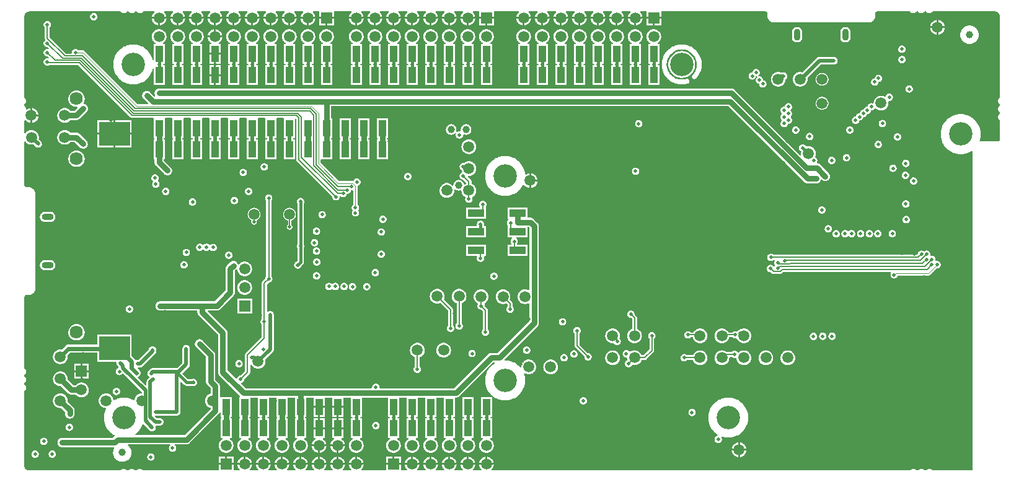
<source format=gbl>
G04*
G04 #@! TF.GenerationSoftware,Altium Limited,Altium Designer,21.3.2 (30)*
G04*
G04 Layer_Physical_Order=4*
G04 Layer_Color=16711680*
%FSLAX24Y24*%
%MOIN*%
G70*
G04*
G04 #@! TF.SameCoordinates,6AA30765-9C08-4FBD-BEF0-21A24CA35A80*
G04*
G04*
G04 #@! TF.FilePolarity,Positive*
G04*
G01*
G75*
%ADD15C,0.0060*%
%ADD16C,0.0200*%
%ADD19C,0.0049*%
%ADD22C,0.0080*%
%ADD67R,0.0402X0.0862*%
%ADD74C,0.0394*%
%ADD111C,0.0240*%
%ADD175C,0.0197*%
%ADD197C,0.0065*%
%ADD215C,0.0300*%
%ADD217C,0.0150*%
%ADD231C,0.0701*%
%ADD232C,0.0591*%
%ADD233R,0.0591X0.0591*%
%ADD234O,0.0630X0.0354*%
%ADD235C,0.0390*%
%ADD236R,0.0591X0.0591*%
%ADD237O,0.0354X0.0630*%
%ADD238C,0.1260*%
%ADD239C,0.0240*%
%ADD241R,0.0874X0.0402*%
%ADD242R,0.1654X0.1260*%
G36*
X400Y24850D02*
X5315D01*
X5331Y24832D01*
X5350Y24814D01*
X5372Y24798D01*
X5396Y24785D01*
X5420Y24775D01*
X5446Y24768D01*
X5472Y24763D01*
X5499Y24762D01*
X5526Y24763D01*
X5552Y24768D01*
X5578Y24775D01*
X5602Y24785D01*
X5626Y24798D01*
X5647Y24814D01*
X5667Y24832D01*
X5683Y24850D01*
X5748D01*
X5764Y24832D01*
X5784Y24814D01*
X5805Y24798D01*
X5829Y24785D01*
X5853Y24775D01*
X5879Y24768D01*
X5905Y24763D01*
X5932Y24762D01*
X5959Y24763D01*
X5985Y24768D01*
X6011Y24775D01*
X6035Y24785D01*
X6059Y24798D01*
X6080Y24814D01*
X6100Y24832D01*
X6116Y24850D01*
X6181D01*
X6197Y24832D01*
X6216Y24814D01*
X6238Y24798D01*
X6262Y24785D01*
X6286Y24775D01*
X6312Y24768D01*
X6338Y24763D01*
X6365Y24762D01*
X6392Y24763D01*
X6418Y24768D01*
X6444Y24775D01*
X6468Y24785D01*
X6492Y24798D01*
X6513Y24814D01*
X6533Y24832D01*
X6549Y24850D01*
X7124D01*
X7138Y24826D01*
X7142Y24800D01*
X7120Y24780D01*
X7094Y24751D01*
X7071Y24720D01*
X7051Y24687D01*
X7034Y24651D01*
X7021Y24615D01*
X7012Y24577D01*
X7008Y24550D01*
X7400D01*
X7792D01*
X7788Y24577D01*
X7779Y24615D01*
X7766Y24651D01*
X7749Y24687D01*
X7729Y24720D01*
X7706Y24751D01*
X7680Y24780D01*
X7658Y24800D01*
X7662Y24826D01*
X7676Y24850D01*
X8124D01*
X8138Y24826D01*
X8142Y24800D01*
X8120Y24780D01*
X8094Y24751D01*
X8071Y24720D01*
X8051Y24687D01*
X8034Y24651D01*
X8021Y24615D01*
X8012Y24577D01*
X8008Y24550D01*
X8400D01*
X8792D01*
X8788Y24577D01*
X8779Y24615D01*
X8766Y24651D01*
X8749Y24687D01*
X8729Y24720D01*
X8706Y24751D01*
X8680Y24780D01*
X8658Y24800D01*
X8662Y24826D01*
X8676Y24850D01*
X9124D01*
X9138Y24826D01*
X9142Y24800D01*
X9120Y24780D01*
X9094Y24751D01*
X9071Y24720D01*
X9051Y24687D01*
X9034Y24651D01*
X9021Y24615D01*
X9012Y24577D01*
X9008Y24550D01*
X9400D01*
X9792D01*
X9788Y24577D01*
X9779Y24615D01*
X9766Y24651D01*
X9749Y24687D01*
X9729Y24720D01*
X9706Y24751D01*
X9680Y24780D01*
X9658Y24800D01*
X9662Y24826D01*
X9676Y24850D01*
X10124D01*
X10138Y24826D01*
X10142Y24800D01*
X10120Y24780D01*
X10094Y24751D01*
X10071Y24720D01*
X10051Y24687D01*
X10034Y24651D01*
X10021Y24615D01*
X10012Y24577D01*
X10008Y24550D01*
X10400D01*
X10792D01*
X10788Y24577D01*
X10779Y24615D01*
X10766Y24651D01*
X10749Y24687D01*
X10729Y24720D01*
X10706Y24751D01*
X10680Y24780D01*
X10658Y24800D01*
X10662Y24826D01*
X10676Y24850D01*
X11124D01*
X11138Y24826D01*
X11142Y24800D01*
X11120Y24780D01*
X11094Y24751D01*
X11071Y24720D01*
X11051Y24687D01*
X11034Y24651D01*
X11021Y24615D01*
X11012Y24577D01*
X11008Y24550D01*
X11400D01*
X11792D01*
X11788Y24577D01*
X11779Y24615D01*
X11766Y24651D01*
X11749Y24687D01*
X11729Y24720D01*
X11706Y24751D01*
X11680Y24780D01*
X11658Y24800D01*
X11662Y24826D01*
X11676Y24850D01*
X12124D01*
X12138Y24826D01*
X12142Y24800D01*
X12120Y24780D01*
X12094Y24751D01*
X12071Y24720D01*
X12051Y24687D01*
X12034Y24651D01*
X12021Y24615D01*
X12012Y24577D01*
X12008Y24550D01*
X12400D01*
X12792D01*
X12788Y24577D01*
X12779Y24615D01*
X12766Y24651D01*
X12749Y24687D01*
X12729Y24720D01*
X12706Y24751D01*
X12680Y24780D01*
X12658Y24800D01*
X12662Y24826D01*
X12676Y24850D01*
X13124D01*
X13138Y24826D01*
X13142Y24800D01*
X13120Y24780D01*
X13094Y24751D01*
X13071Y24720D01*
X13051Y24687D01*
X13034Y24651D01*
X13021Y24615D01*
X13012Y24577D01*
X13008Y24550D01*
X13400D01*
X13792D01*
X13788Y24577D01*
X13779Y24615D01*
X13766Y24651D01*
X13749Y24687D01*
X13729Y24720D01*
X13706Y24751D01*
X13680Y24780D01*
X13658Y24800D01*
X13662Y24826D01*
X13676Y24850D01*
X14124D01*
X14138Y24826D01*
X14142Y24800D01*
X14120Y24780D01*
X14094Y24751D01*
X14071Y24720D01*
X14051Y24687D01*
X14034Y24651D01*
X14021Y24615D01*
X14012Y24577D01*
X14008Y24550D01*
X14400D01*
X14792D01*
X14788Y24577D01*
X14779Y24615D01*
X14766Y24651D01*
X14749Y24687D01*
X14729Y24720D01*
X14706Y24751D01*
X14680Y24780D01*
X14658Y24800D01*
X14662Y24826D01*
X14676Y24850D01*
X15124D01*
X15138Y24826D01*
X15142Y24800D01*
X15120Y24780D01*
X15094Y24751D01*
X15071Y24720D01*
X15051Y24687D01*
X15034Y24651D01*
X15021Y24615D01*
X15012Y24577D01*
X15008Y24550D01*
X15400D01*
X15792D01*
X15788Y24577D01*
X15779Y24615D01*
X15766Y24651D01*
X15749Y24687D01*
X15729Y24720D01*
X15706Y24751D01*
X15680Y24780D01*
X15658Y24800D01*
X15662Y24826D01*
X15676Y24850D01*
X16005D01*
Y24550D01*
X16400D01*
X16795D01*
Y24850D01*
X17724D01*
X17738Y24826D01*
X17742Y24800D01*
X17720Y24780D01*
X17694Y24751D01*
X17671Y24720D01*
X17651Y24687D01*
X17634Y24651D01*
X17621Y24615D01*
X17612Y24577D01*
X17608Y24550D01*
X18000D01*
X18392D01*
X18388Y24577D01*
X18379Y24615D01*
X18366Y24651D01*
X18349Y24687D01*
X18329Y24720D01*
X18306Y24751D01*
X18280Y24780D01*
X18258Y24800D01*
X18262Y24826D01*
X18276Y24850D01*
X18724D01*
X18738Y24826D01*
X18742Y24800D01*
X18720Y24780D01*
X18694Y24751D01*
X18671Y24720D01*
X18651Y24687D01*
X18634Y24651D01*
X18621Y24615D01*
X18612Y24577D01*
X18608Y24550D01*
X19000D01*
X19392D01*
X19388Y24577D01*
X19379Y24615D01*
X19366Y24651D01*
X19349Y24687D01*
X19329Y24720D01*
X19306Y24751D01*
X19280Y24780D01*
X19258Y24800D01*
X19262Y24826D01*
X19276Y24850D01*
X19724D01*
X19738Y24826D01*
X19742Y24800D01*
X19720Y24780D01*
X19694Y24751D01*
X19671Y24720D01*
X19651Y24687D01*
X19634Y24651D01*
X19621Y24615D01*
X19612Y24577D01*
X19608Y24550D01*
X20000D01*
X20392D01*
X20388Y24577D01*
X20379Y24615D01*
X20366Y24651D01*
X20349Y24687D01*
X20329Y24720D01*
X20306Y24751D01*
X20280Y24780D01*
X20258Y24800D01*
X20262Y24826D01*
X20276Y24850D01*
X20724D01*
X20738Y24826D01*
X20742Y24800D01*
X20720Y24780D01*
X20694Y24751D01*
X20671Y24720D01*
X20651Y24687D01*
X20634Y24651D01*
X20621Y24615D01*
X20612Y24577D01*
X20608Y24550D01*
X21000D01*
X21392D01*
X21388Y24577D01*
X21379Y24615D01*
X21366Y24651D01*
X21349Y24687D01*
X21329Y24720D01*
X21306Y24751D01*
X21280Y24780D01*
X21258Y24800D01*
X21262Y24826D01*
X21276Y24850D01*
X21724D01*
X21738Y24826D01*
X21742Y24800D01*
X21720Y24780D01*
X21694Y24751D01*
X21671Y24720D01*
X21651Y24687D01*
X21634Y24651D01*
X21621Y24615D01*
X21612Y24577D01*
X21608Y24550D01*
X22000D01*
X22392D01*
X22388Y24577D01*
X22379Y24615D01*
X22366Y24651D01*
X22349Y24687D01*
X22329Y24720D01*
X22306Y24751D01*
X22280Y24780D01*
X22258Y24800D01*
X22262Y24826D01*
X22276Y24850D01*
X22724D01*
X22738Y24826D01*
X22742Y24800D01*
X22720Y24780D01*
X22694Y24751D01*
X22671Y24720D01*
X22651Y24687D01*
X22634Y24651D01*
X22621Y24615D01*
X22612Y24577D01*
X22608Y24550D01*
X23000D01*
X23392D01*
X23388Y24577D01*
X23379Y24615D01*
X23366Y24651D01*
X23349Y24687D01*
X23329Y24720D01*
X23306Y24751D01*
X23280Y24780D01*
X23258Y24800D01*
X23262Y24826D01*
X23276Y24850D01*
X23724D01*
X23738Y24826D01*
X23742Y24800D01*
X23720Y24780D01*
X23694Y24751D01*
X23671Y24720D01*
X23651Y24687D01*
X23634Y24651D01*
X23621Y24615D01*
X23612Y24577D01*
X23608Y24550D01*
X24000D01*
X24392D01*
X24388Y24577D01*
X24379Y24615D01*
X24366Y24651D01*
X24349Y24687D01*
X24329Y24720D01*
X24306Y24751D01*
X24280Y24780D01*
X24258Y24800D01*
X24262Y24826D01*
X24276Y24850D01*
X24605D01*
Y24550D01*
X25000D01*
X25395D01*
Y24850D01*
X26724D01*
X26738Y24826D01*
X26742Y24800D01*
X26720Y24780D01*
X26694Y24751D01*
X26671Y24720D01*
X26651Y24687D01*
X26634Y24651D01*
X26621Y24615D01*
X26612Y24577D01*
X26608Y24550D01*
X27000D01*
X27392D01*
X27388Y24577D01*
X27379Y24615D01*
X27366Y24651D01*
X27349Y24687D01*
X27329Y24720D01*
X27306Y24751D01*
X27280Y24780D01*
X27258Y24800D01*
X27262Y24826D01*
X27276Y24850D01*
X27724D01*
X27738Y24826D01*
X27742Y24800D01*
X27720Y24780D01*
X27694Y24751D01*
X27671Y24720D01*
X27651Y24687D01*
X27634Y24651D01*
X27621Y24615D01*
X27612Y24577D01*
X27608Y24550D01*
X28000D01*
X28392D01*
X28388Y24577D01*
X28379Y24615D01*
X28366Y24651D01*
X28349Y24687D01*
X28329Y24720D01*
X28306Y24751D01*
X28280Y24780D01*
X28258Y24800D01*
X28262Y24826D01*
X28276Y24850D01*
X28724D01*
X28738Y24826D01*
X28742Y24800D01*
X28720Y24780D01*
X28694Y24751D01*
X28671Y24720D01*
X28651Y24687D01*
X28634Y24651D01*
X28621Y24615D01*
X28612Y24577D01*
X28608Y24550D01*
X29000D01*
X29392D01*
X29388Y24577D01*
X29379Y24615D01*
X29366Y24651D01*
X29349Y24687D01*
X29329Y24720D01*
X29306Y24751D01*
X29280Y24780D01*
X29258Y24800D01*
X29262Y24826D01*
X29276Y24850D01*
X29724D01*
X29738Y24826D01*
X29742Y24800D01*
X29720Y24780D01*
X29694Y24751D01*
X29671Y24720D01*
X29651Y24687D01*
X29634Y24651D01*
X29621Y24615D01*
X29612Y24577D01*
X29608Y24550D01*
X30000D01*
X30392D01*
X30388Y24577D01*
X30379Y24615D01*
X30366Y24651D01*
X30349Y24687D01*
X30329Y24720D01*
X30306Y24751D01*
X30280Y24780D01*
X30258Y24800D01*
X30262Y24826D01*
X30276Y24850D01*
X30724D01*
X30738Y24826D01*
X30742Y24800D01*
X30720Y24780D01*
X30694Y24751D01*
X30671Y24720D01*
X30651Y24687D01*
X30634Y24651D01*
X30621Y24615D01*
X30612Y24577D01*
X30608Y24550D01*
X31000D01*
X31392D01*
X31388Y24577D01*
X31379Y24615D01*
X31366Y24651D01*
X31349Y24687D01*
X31329Y24720D01*
X31306Y24751D01*
X31280Y24780D01*
X31258Y24800D01*
X31262Y24826D01*
X31276Y24850D01*
X31724D01*
X31738Y24826D01*
X31742Y24800D01*
X31720Y24780D01*
X31694Y24751D01*
X31671Y24720D01*
X31651Y24687D01*
X31634Y24651D01*
X31621Y24615D01*
X31612Y24577D01*
X31608Y24550D01*
X32000D01*
X32392D01*
X32388Y24577D01*
X32379Y24615D01*
X32366Y24651D01*
X32349Y24687D01*
X32329Y24720D01*
X32306Y24751D01*
X32280Y24780D01*
X32258Y24800D01*
X32262Y24826D01*
X32276Y24850D01*
X32724D01*
X32738Y24826D01*
X32742Y24800D01*
X32720Y24780D01*
X32694Y24751D01*
X32671Y24720D01*
X32651Y24687D01*
X32634Y24651D01*
X32621Y24615D01*
X32612Y24577D01*
X32608Y24550D01*
X33000D01*
X33392D01*
X33388Y24577D01*
X33379Y24615D01*
X33366Y24651D01*
X33349Y24687D01*
X33329Y24720D01*
X33306Y24751D01*
X33280Y24780D01*
X33258Y24800D01*
X33262Y24826D01*
X33276Y24850D01*
X33605D01*
Y24550D01*
X34000D01*
X34395D01*
Y24850D01*
X39999D01*
X40002Y24850D01*
X40019Y24848D01*
X40038Y24842D01*
X40055Y24833D01*
X40070Y24821D01*
X40083Y24806D01*
X40092Y24788D01*
X40098Y24769D01*
X40099Y24753D01*
X40099Y24750D01*
Y24650D01*
X40099D01*
X40101Y24611D01*
X40102Y24601D01*
X40107Y24572D01*
X40116Y24534D01*
X40129Y24497D01*
X40146Y24461D01*
X40166Y24427D01*
X40190Y24396D01*
X40216Y24367D01*
X40245Y24340D01*
X40277Y24317D01*
X40311Y24297D01*
X40346Y24280D01*
X40383Y24267D01*
X40421Y24257D01*
X40451Y24253D01*
X40460Y24251D01*
X40499Y24250D01*
X40500Y24250D01*
X45508Y24250D01*
Y24250D01*
X45547Y24251D01*
X45556Y24253D01*
X45586Y24257D01*
X45624Y24267D01*
X45661Y24280D01*
X45696Y24297D01*
X45730Y24317D01*
X45762Y24340D01*
X45791Y24367D01*
X45817Y24396D01*
X45841Y24427D01*
X45861Y24461D01*
X45878Y24497D01*
X45891Y24534D01*
X45900Y24572D01*
X45905Y24601D01*
X45906Y24611D01*
X45908Y24650D01*
X45908D01*
Y24750D01*
X45908Y24753D01*
X45910Y24769D01*
X45915Y24788D01*
X45924Y24806D01*
X45937Y24821D01*
X45952Y24833D01*
X45969Y24842D01*
X45988Y24848D01*
X46005Y24850D01*
X46008Y24850D01*
X47763D01*
X47779Y24832D01*
X47799Y24814D01*
X47821Y24798D01*
X47844Y24785D01*
X47869Y24775D01*
X47895Y24768D01*
X47921Y24763D01*
X47948Y24762D01*
X47974Y24763D01*
X48001Y24768D01*
X48026Y24775D01*
X48051Y24785D01*
X48074Y24798D01*
X48096Y24814D01*
X48116Y24832D01*
X48132Y24850D01*
X48196D01*
X48212Y24832D01*
X48232Y24814D01*
X48254Y24798D01*
X48277Y24785D01*
X48302Y24775D01*
X48328Y24768D01*
X48354Y24763D01*
X48381Y24762D01*
X48407Y24763D01*
X48434Y24768D01*
X48459Y24775D01*
X48484Y24785D01*
X48507Y24798D01*
X48529Y24814D01*
X48549Y24832D01*
X48565Y24850D01*
X48629D01*
X48645Y24832D01*
X48665Y24814D01*
X48687Y24798D01*
X48710Y24785D01*
X48735Y24775D01*
X48761Y24768D01*
X48787Y24763D01*
X48814Y24762D01*
X48840Y24763D01*
X48867Y24768D01*
X48892Y24775D01*
X48917Y24785D01*
X48940Y24798D01*
X48962Y24814D01*
X48982Y24832D01*
X48998Y24850D01*
X52350Y24850D01*
X52350Y24850D01*
X52350Y24850D01*
X52398Y24845D01*
X52406Y24844D01*
X52433Y24836D01*
X52458Y24825D01*
X52483Y24812D01*
X52506Y24795D01*
X52527Y24777D01*
X52545Y24756D01*
X52562Y24733D01*
X52575Y24708D01*
X52586Y24683D01*
X52594Y24656D01*
X52598Y24628D01*
X52600Y24603D01*
X52600Y24600D01*
Y20221D01*
X52582Y20204D01*
X52564Y20185D01*
X52548Y20163D01*
X52535Y20139D01*
X52525Y20115D01*
X52518Y20089D01*
X52513Y20063D01*
X52512Y20036D01*
X52513Y20009D01*
X52518Y19983D01*
X52525Y19957D01*
X52535Y19933D01*
X52548Y19909D01*
X52564Y19888D01*
X52582Y19868D01*
X52600Y19852D01*
Y19788D01*
X52582Y19771D01*
X52564Y19752D01*
X52548Y19730D01*
X52535Y19706D01*
X52525Y19682D01*
X52518Y19656D01*
X52513Y19630D01*
X52512Y19603D01*
X52513Y19576D01*
X52518Y19550D01*
X52525Y19524D01*
X52535Y19500D01*
X52548Y19476D01*
X52564Y19455D01*
X52582Y19435D01*
X52600Y19419D01*
Y19355D01*
X52582Y19338D01*
X52564Y19319D01*
X52548Y19297D01*
X52535Y19273D01*
X52525Y19249D01*
X52518Y19223D01*
X52513Y19197D01*
X52512Y19170D01*
X52513Y19143D01*
X52518Y19117D01*
X52525Y19091D01*
X52535Y19067D01*
X52548Y19043D01*
X52564Y19022D01*
X52582Y19002D01*
X52600Y18986D01*
Y17900D01*
X52553Y17870D01*
X51549D01*
X51520Y17911D01*
X51527Y17930D01*
X51544Y17993D01*
X51558Y18056D01*
X51568Y18120D01*
X51573Y18185D01*
X51575Y18250D01*
X51573Y18315D01*
X51568Y18380D01*
X51558Y18444D01*
X51544Y18507D01*
X51527Y18570D01*
X51505Y18631D01*
X51481Y18691D01*
X51452Y18750D01*
X51420Y18806D01*
X51385Y18861D01*
X51347Y18913D01*
X51305Y18963D01*
X51260Y19010D01*
X51213Y19055D01*
X51163Y19097D01*
X51111Y19135D01*
X51056Y19170D01*
X51000Y19202D01*
X50941Y19231D01*
X50881Y19255D01*
X50820Y19277D01*
X50757Y19294D01*
X50694Y19308D01*
X50630Y19318D01*
X50565Y19323D01*
X50500Y19325D01*
X50435Y19323D01*
X50370Y19318D01*
X50306Y19308D01*
X50243Y19294D01*
X50180Y19277D01*
X50119Y19255D01*
X50059Y19231D01*
X50000Y19202D01*
X49944Y19170D01*
X49889Y19135D01*
X49837Y19097D01*
X49787Y19055D01*
X49740Y19010D01*
X49695Y18963D01*
X49653Y18913D01*
X49615Y18861D01*
X49580Y18806D01*
X49548Y18750D01*
X49519Y18691D01*
X49495Y18631D01*
X49473Y18570D01*
X49456Y18507D01*
X49442Y18444D01*
X49432Y18380D01*
X49427Y18315D01*
X49425Y18250D01*
X49427Y18185D01*
X49432Y18120D01*
X49442Y18056D01*
X49456Y17993D01*
X49473Y17930D01*
X49495Y17869D01*
X49519Y17809D01*
X49548Y17750D01*
X49580Y17694D01*
X49615Y17639D01*
X49653Y17587D01*
X49695Y17537D01*
X49740Y17490D01*
X49787Y17445D01*
X49837Y17403D01*
X49889Y17365D01*
X49944Y17330D01*
X50000Y17298D01*
X50059Y17269D01*
X50119Y17245D01*
X50180Y17223D01*
X50243Y17206D01*
X50306Y17192D01*
X50370Y17182D01*
X50435Y17177D01*
X50500Y17175D01*
X50565Y17177D01*
X50630Y17182D01*
X50694Y17192D01*
X50757Y17206D01*
X50820Y17223D01*
X50881Y17245D01*
X50941Y17269D01*
X51000Y17298D01*
X51056Y17330D01*
X51091Y17352D01*
X51141Y17327D01*
X51139Y150D01*
X48998D01*
X48982Y168D01*
X48962Y186D01*
X48940Y202D01*
X48917Y215D01*
X48892Y225D01*
X48867Y232D01*
X48840Y237D01*
X48814Y238D01*
X48787Y237D01*
X48761Y232D01*
X48735Y225D01*
X48710Y215D01*
X48687Y202D01*
X48665Y186D01*
X48645Y168D01*
X48629Y150D01*
X48565D01*
X48549Y168D01*
X48529Y186D01*
X48507Y202D01*
X48484Y215D01*
X48459Y225D01*
X48434Y232D01*
X48407Y237D01*
X48381Y238D01*
X48354Y237D01*
X48328Y232D01*
X48302Y225D01*
X48277Y215D01*
X48254Y202D01*
X48232Y186D01*
X48212Y168D01*
X48196Y150D01*
X48132D01*
X48116Y168D01*
X48096Y186D01*
X48074Y202D01*
X48051Y215D01*
X48026Y225D01*
X48001Y232D01*
X47974Y237D01*
X47948Y238D01*
X47921Y237D01*
X47895Y232D01*
X47869Y225D01*
X47844Y215D01*
X47821Y202D01*
X47799Y186D01*
X47779Y168D01*
X47763Y150D01*
X25276D01*
X25262Y174D01*
X25258Y200D01*
X25280Y220D01*
X25306Y249D01*
X25329Y280D01*
X25349Y313D01*
X25366Y349D01*
X25379Y385D01*
X25388Y423D01*
X25392Y450D01*
X24608D01*
X24612Y423D01*
X24621Y385D01*
X24634Y349D01*
X24651Y313D01*
X24671Y280D01*
X24694Y249D01*
X24720Y220D01*
X24742Y200D01*
X24738Y174D01*
X24724Y150D01*
X24276D01*
X24262Y174D01*
X24258Y200D01*
X24280Y220D01*
X24306Y249D01*
X24329Y280D01*
X24349Y313D01*
X24366Y349D01*
X24379Y385D01*
X24388Y423D01*
X24392Y450D01*
X23608D01*
X23612Y423D01*
X23621Y385D01*
X23634Y349D01*
X23651Y313D01*
X23671Y280D01*
X23694Y249D01*
X23720Y220D01*
X23742Y200D01*
X23738Y174D01*
X23724Y150D01*
X23276D01*
X23262Y174D01*
X23258Y200D01*
X23280Y220D01*
X23306Y249D01*
X23329Y280D01*
X23349Y313D01*
X23366Y349D01*
X23379Y385D01*
X23388Y423D01*
X23392Y450D01*
X22608D01*
X22612Y423D01*
X22621Y385D01*
X22634Y349D01*
X22651Y313D01*
X22671Y280D01*
X22694Y249D01*
X22720Y220D01*
X22742Y200D01*
X22738Y174D01*
X22724Y150D01*
X22276D01*
X22262Y174D01*
X22258Y200D01*
X22280Y220D01*
X22306Y249D01*
X22329Y280D01*
X22349Y313D01*
X22366Y349D01*
X22379Y385D01*
X22388Y423D01*
X22392Y450D01*
X21608D01*
X21612Y423D01*
X21621Y385D01*
X21634Y349D01*
X21651Y313D01*
X21671Y280D01*
X21694Y249D01*
X21720Y220D01*
X21742Y200D01*
X21738Y174D01*
X21724Y150D01*
X21276D01*
X21262Y174D01*
X21258Y200D01*
X21280Y220D01*
X21306Y249D01*
X21329Y280D01*
X21349Y313D01*
X21366Y349D01*
X21379Y385D01*
X21388Y423D01*
X21392Y450D01*
X20608D01*
X20612Y423D01*
X20621Y385D01*
X20634Y349D01*
X20651Y313D01*
X20671Y280D01*
X20694Y249D01*
X20720Y220D01*
X20742Y200D01*
X20738Y174D01*
X20724Y150D01*
X20395D01*
Y450D01*
X19605D01*
Y150D01*
X18276D01*
X18262Y174D01*
X18258Y200D01*
X18280Y220D01*
X18306Y249D01*
X18329Y280D01*
X18349Y313D01*
X18366Y349D01*
X18379Y385D01*
X18388Y423D01*
X18392Y450D01*
X17608D01*
X17612Y423D01*
X17621Y385D01*
X17634Y349D01*
X17651Y313D01*
X17671Y280D01*
X17694Y249D01*
X17720Y220D01*
X17742Y200D01*
X17738Y174D01*
X17724Y150D01*
X17276D01*
X17262Y174D01*
X17258Y200D01*
X17280Y220D01*
X17306Y249D01*
X17329Y280D01*
X17349Y313D01*
X17366Y349D01*
X17379Y385D01*
X17388Y423D01*
X17392Y450D01*
X16608D01*
X16612Y423D01*
X16621Y385D01*
X16634Y349D01*
X16651Y313D01*
X16671Y280D01*
X16694Y249D01*
X16720Y220D01*
X16742Y200D01*
X16738Y174D01*
X16724Y150D01*
X16276D01*
X16262Y174D01*
X16258Y200D01*
X16280Y220D01*
X16306Y249D01*
X16329Y280D01*
X16349Y313D01*
X16366Y349D01*
X16379Y385D01*
X16388Y423D01*
X16392Y450D01*
X15608D01*
X15612Y423D01*
X15621Y385D01*
X15634Y349D01*
X15651Y313D01*
X15671Y280D01*
X15694Y249D01*
X15720Y220D01*
X15742Y200D01*
X15738Y174D01*
X15724Y150D01*
X15276D01*
X15262Y174D01*
X15258Y200D01*
X15280Y220D01*
X15306Y249D01*
X15329Y280D01*
X15349Y313D01*
X15366Y349D01*
X15379Y385D01*
X15388Y423D01*
X15392Y450D01*
X14608D01*
X14612Y423D01*
X14621Y385D01*
X14634Y349D01*
X14651Y313D01*
X14671Y280D01*
X14694Y249D01*
X14720Y220D01*
X14742Y200D01*
X14738Y174D01*
X14724Y150D01*
X14276D01*
X14262Y174D01*
X14258Y200D01*
X14280Y220D01*
X14306Y249D01*
X14329Y280D01*
X14349Y313D01*
X14366Y349D01*
X14379Y385D01*
X14388Y423D01*
X14392Y450D01*
X13608D01*
X13612Y423D01*
X13621Y385D01*
X13634Y349D01*
X13651Y313D01*
X13671Y280D01*
X13694Y249D01*
X13720Y220D01*
X13742Y200D01*
X13738Y174D01*
X13724Y150D01*
X13276D01*
X13262Y174D01*
X13258Y200D01*
X13280Y220D01*
X13306Y249D01*
X13329Y280D01*
X13349Y313D01*
X13366Y349D01*
X13379Y385D01*
X13388Y423D01*
X13392Y450D01*
X12608D01*
X12612Y423D01*
X12621Y385D01*
X12634Y349D01*
X12651Y313D01*
X12671Y280D01*
X12694Y249D01*
X12720Y220D01*
X12742Y200D01*
X12738Y174D01*
X12724Y150D01*
X12276D01*
X12262Y174D01*
X12258Y200D01*
X12280Y220D01*
X12306Y249D01*
X12329Y280D01*
X12349Y313D01*
X12366Y349D01*
X12379Y385D01*
X12388Y423D01*
X12392Y450D01*
X11608D01*
X11612Y423D01*
X11621Y385D01*
X11634Y349D01*
X11651Y313D01*
X11671Y280D01*
X11694Y249D01*
X11720Y220D01*
X11742Y200D01*
X11738Y174D01*
X11724Y150D01*
X11395D01*
Y450D01*
X10605D01*
Y150D01*
X6549D01*
X6533Y168D01*
X6513Y186D01*
X6492Y202D01*
X6468Y215D01*
X6444Y225D01*
X6418Y232D01*
X6392Y237D01*
X6365Y238D01*
X6338Y237D01*
X6312Y232D01*
X6286Y225D01*
X6262Y215D01*
X6238Y202D01*
X6216Y186D01*
X6197Y168D01*
X6181Y150D01*
X6116D01*
X6100Y168D01*
X6080Y186D01*
X6059Y202D01*
X6035Y215D01*
X6011Y225D01*
X5985Y232D01*
X5959Y237D01*
X5932Y238D01*
X5905Y237D01*
X5879Y232D01*
X5853Y225D01*
X5829Y215D01*
X5805Y202D01*
X5784Y186D01*
X5764Y168D01*
X5748Y150D01*
X5683D01*
X5667Y168D01*
X5647Y186D01*
X5626Y202D01*
X5602Y215D01*
X5578Y225D01*
X5552Y232D01*
X5526Y237D01*
X5499Y238D01*
X5472Y237D01*
X5446Y232D01*
X5420Y225D01*
X5396Y215D01*
X5372Y202D01*
X5350Y186D01*
X5331Y168D01*
X5315Y150D01*
X400D01*
X397Y150D01*
X372Y152D01*
X344Y156D01*
X317Y164D01*
X292Y175D01*
X267Y188D01*
X244Y205D01*
X223Y223D01*
X205Y244D01*
X188Y267D01*
X175Y292D01*
X164Y317D01*
X156Y344D01*
X155Y352D01*
X150Y400D01*
X150Y400D01*
X150Y400D01*
Y4426D01*
X168Y4442D01*
X186Y4462D01*
X202Y4483D01*
X215Y4507D01*
X225Y4531D01*
X232Y4557D01*
X237Y4583D01*
X238Y4610D01*
X237Y4637D01*
X232Y4663D01*
X225Y4689D01*
X215Y4713D01*
X202Y4737D01*
X186Y4758D01*
X168Y4778D01*
X150Y4794D01*
Y4859D01*
X168Y4875D01*
X186Y4895D01*
X202Y4916D01*
X215Y4940D01*
X225Y4964D01*
X232Y4990D01*
X237Y5016D01*
X238Y5043D01*
X237Y5070D01*
X232Y5096D01*
X225Y5122D01*
X215Y5146D01*
X202Y5170D01*
X186Y5192D01*
X168Y5211D01*
X150Y5227D01*
Y5292D01*
X168Y5308D01*
X186Y5328D01*
X202Y5349D01*
X215Y5373D01*
X225Y5397D01*
X232Y5423D01*
X237Y5449D01*
X238Y5476D01*
X237Y5503D01*
X232Y5529D01*
X225Y5555D01*
X215Y5579D01*
X202Y5603D01*
X186Y5624D01*
X168Y5644D01*
X150Y5660D01*
Y9496D01*
X150Y9496D01*
X150Y9496D01*
X161Y9541D01*
X167Y9552D01*
X179Y9567D01*
X194Y9579D01*
X212Y9588D01*
X231Y9594D01*
X247Y9596D01*
X250Y9595D01*
X350D01*
Y9595D01*
X389Y9597D01*
X399Y9599D01*
X428Y9603D01*
X466Y9613D01*
X503Y9626D01*
X539Y9643D01*
X573Y9663D01*
X604Y9686D01*
X633Y9713D01*
X660Y9742D01*
X683Y9773D01*
X703Y9807D01*
X720Y9843D01*
X733Y9880D01*
X743Y9918D01*
X747Y9947D01*
X749Y9957D01*
X750Y9996D01*
X750Y9996D01*
X750Y15004D01*
X750D01*
X749Y15043D01*
X747Y15053D01*
X743Y15082D01*
X733Y15120D01*
X720Y15157D01*
X703Y15193D01*
X683Y15227D01*
X660Y15258D01*
X633Y15287D01*
X604Y15314D01*
X573Y15337D01*
X539Y15357D01*
X503Y15374D01*
X466Y15387D01*
X428Y15397D01*
X399Y15401D01*
X389Y15403D01*
X350Y15405D01*
Y15404D01*
X250D01*
X247Y15404D01*
X231Y15406D01*
X212Y15412D01*
X194Y15421D01*
X179Y15433D01*
X167Y15448D01*
X158Y15466D01*
X152Y15485D01*
X150Y15502D01*
X150Y15504D01*
Y17847D01*
X200Y17861D01*
X201Y17860D01*
X224Y17829D01*
X250Y17800D01*
X279Y17774D01*
X310Y17751D01*
X343Y17731D01*
X379Y17714D01*
X415Y17701D01*
X453Y17692D01*
X491Y17686D01*
X530Y17684D01*
X569Y17686D01*
X607Y17692D01*
X629Y17697D01*
X748Y17578D01*
X768Y17561D01*
X790Y17546D01*
X813Y17535D01*
X838Y17526D01*
X864Y17521D01*
X890Y17520D01*
X916Y17521D01*
X942Y17526D01*
X967Y17535D01*
X990Y17546D01*
X1012Y17561D01*
X1032Y17578D01*
X1049Y17598D01*
X1064Y17620D01*
X1075Y17643D01*
X1084Y17668D01*
X1089Y17694D01*
X1090Y17720D01*
X1089Y17746D01*
X1084Y17772D01*
X1075Y17797D01*
X1064Y17820D01*
X1049Y17842D01*
X1032Y17862D01*
X913Y17981D01*
X918Y18003D01*
X924Y18041D01*
X926Y18080D01*
X924Y18119D01*
X918Y18157D01*
X909Y18195D01*
X896Y18231D01*
X879Y18267D01*
X859Y18300D01*
X836Y18331D01*
X810Y18360D01*
X781Y18386D01*
X750Y18409D01*
X717Y18429D01*
X681Y18446D01*
X645Y18459D01*
X607Y18468D01*
X569Y18474D01*
X530Y18476D01*
X491Y18474D01*
X453Y18468D01*
X415Y18459D01*
X379Y18446D01*
X343Y18429D01*
X310Y18409D01*
X279Y18386D01*
X250Y18360D01*
X224Y18331D01*
X201Y18300D01*
X200Y18299D01*
X150Y18313D01*
Y18964D01*
X195Y18999D01*
X225Y18997D01*
X228Y18994D01*
X240Y18981D01*
X269Y18955D01*
X300Y18932D01*
X333Y18912D01*
X369Y18895D01*
X405Y18882D01*
X443Y18873D01*
X470Y18869D01*
Y19261D01*
Y19653D01*
X443Y19649D01*
X405Y19640D01*
X369Y19627D01*
X333Y19610D01*
X300Y19590D01*
X287Y19580D01*
X244Y19600D01*
X238Y19605D01*
X237Y19630D01*
X232Y19656D01*
X225Y19682D01*
X215Y19706D01*
X202Y19730D01*
X186Y19751D01*
X168Y19771D01*
X150Y19787D01*
Y19852D01*
X168Y19868D01*
X186Y19887D01*
X202Y19909D01*
X215Y19933D01*
X225Y19957D01*
X232Y19983D01*
X237Y20009D01*
X238Y20036D01*
X237Y20063D01*
X232Y20089D01*
X225Y20115D01*
X215Y20139D01*
X202Y20163D01*
X186Y20184D01*
X168Y20204D01*
X150Y20220D01*
Y24600D01*
X150Y24603D01*
X152Y24628D01*
X156Y24656D01*
X164Y24683D01*
X175Y24708D01*
X188Y24733D01*
X205Y24756D01*
X223Y24777D01*
X244Y24795D01*
X267Y24812D01*
X292Y24825D01*
X317Y24836D01*
X344Y24844D01*
X372Y24848D01*
X397Y24850D01*
X400Y24850D01*
D02*
G37*
%LPC*%
G36*
X3880Y24769D02*
X3854Y24767D01*
X3829Y24762D01*
X3804Y24754D01*
X3781Y24742D01*
X3759Y24728D01*
X3739Y24711D01*
X3722Y24691D01*
X3708Y24669D01*
X3696Y24646D01*
X3688Y24621D01*
X3683Y24596D01*
X3681Y24570D01*
X3683Y24544D01*
X3688Y24519D01*
X3696Y24494D01*
X3708Y24471D01*
X3722Y24449D01*
X3739Y24429D01*
X3759Y24412D01*
X3781Y24398D01*
X3804Y24386D01*
X3829Y24378D01*
X3854Y24373D01*
X3880Y24371D01*
X3906Y24373D01*
X3931Y24378D01*
X3956Y24386D01*
X3979Y24398D01*
X4001Y24412D01*
X4021Y24429D01*
X4038Y24449D01*
X4052Y24471D01*
X4064Y24494D01*
X4072Y24519D01*
X4077Y24544D01*
X4079Y24570D01*
X4077Y24596D01*
X4072Y24621D01*
X4064Y24646D01*
X4052Y24669D01*
X4038Y24691D01*
X4021Y24711D01*
X4001Y24728D01*
X3979Y24742D01*
X3956Y24754D01*
X3931Y24762D01*
X3906Y24767D01*
X3880Y24769D01*
D02*
G37*
G36*
X8792Y24450D02*
X8450D01*
Y24108D01*
X8477Y24112D01*
X8515Y24121D01*
X8551Y24134D01*
X8587Y24151D01*
X8620Y24171D01*
X8651Y24194D01*
X8680Y24220D01*
X8706Y24249D01*
X8729Y24280D01*
X8749Y24313D01*
X8766Y24349D01*
X8779Y24385D01*
X8788Y24423D01*
X8792Y24450D01*
D02*
G37*
G36*
X7792D02*
X7450D01*
Y24108D01*
X7477Y24112D01*
X7515Y24121D01*
X7551Y24134D01*
X7587Y24151D01*
X7620Y24171D01*
X7651Y24194D01*
X7680Y24220D01*
X7706Y24249D01*
X7729Y24280D01*
X7749Y24313D01*
X7766Y24349D01*
X7779Y24385D01*
X7788Y24423D01*
X7792Y24450D01*
D02*
G37*
G36*
X33392D02*
X33050D01*
Y24108D01*
X33077Y24112D01*
X33115Y24121D01*
X33151Y24134D01*
X33187Y24151D01*
X33220Y24171D01*
X33251Y24194D01*
X33280Y24220D01*
X33306Y24249D01*
X33329Y24280D01*
X33349Y24313D01*
X33366Y24349D01*
X33379Y24385D01*
X33388Y24423D01*
X33392Y24450D01*
D02*
G37*
G36*
X32392D02*
X32050D01*
Y24108D01*
X32077Y24112D01*
X32115Y24121D01*
X32151Y24134D01*
X32187Y24151D01*
X32220Y24171D01*
X32251Y24194D01*
X32280Y24220D01*
X32306Y24249D01*
X32329Y24280D01*
X32349Y24313D01*
X32366Y24349D01*
X32379Y24385D01*
X32388Y24423D01*
X32392Y24450D01*
D02*
G37*
G36*
X31392D02*
X31050D01*
Y24108D01*
X31077Y24112D01*
X31115Y24121D01*
X31151Y24134D01*
X31187Y24151D01*
X31220Y24171D01*
X31251Y24194D01*
X31280Y24220D01*
X31306Y24249D01*
X31329Y24280D01*
X31349Y24313D01*
X31366Y24349D01*
X31379Y24385D01*
X31388Y24423D01*
X31392Y24450D01*
D02*
G37*
G36*
X30392D02*
X30050D01*
Y24108D01*
X30077Y24112D01*
X30115Y24121D01*
X30151Y24134D01*
X30187Y24151D01*
X30220Y24171D01*
X30251Y24194D01*
X30280Y24220D01*
X30306Y24249D01*
X30329Y24280D01*
X30349Y24313D01*
X30366Y24349D01*
X30379Y24385D01*
X30388Y24423D01*
X30392Y24450D01*
D02*
G37*
G36*
X29392D02*
X29050D01*
Y24108D01*
X29077Y24112D01*
X29115Y24121D01*
X29151Y24134D01*
X29187Y24151D01*
X29220Y24171D01*
X29251Y24194D01*
X29280Y24220D01*
X29306Y24249D01*
X29329Y24280D01*
X29349Y24313D01*
X29366Y24349D01*
X29379Y24385D01*
X29388Y24423D01*
X29392Y24450D01*
D02*
G37*
G36*
X28392D02*
X28050D01*
Y24108D01*
X28077Y24112D01*
X28115Y24121D01*
X28151Y24134D01*
X28187Y24151D01*
X28220Y24171D01*
X28251Y24194D01*
X28280Y24220D01*
X28306Y24249D01*
X28329Y24280D01*
X28349Y24313D01*
X28366Y24349D01*
X28379Y24385D01*
X28388Y24423D01*
X28392Y24450D01*
D02*
G37*
G36*
X27392D02*
X27050D01*
Y24108D01*
X27077Y24112D01*
X27115Y24121D01*
X27151Y24134D01*
X27187Y24151D01*
X27220Y24171D01*
X27251Y24194D01*
X27280Y24220D01*
X27306Y24249D01*
X27329Y24280D01*
X27349Y24313D01*
X27366Y24349D01*
X27379Y24385D01*
X27388Y24423D01*
X27392Y24450D01*
D02*
G37*
G36*
X24392D02*
X24050D01*
Y24108D01*
X24077Y24112D01*
X24115Y24121D01*
X24151Y24134D01*
X24187Y24151D01*
X24220Y24171D01*
X24251Y24194D01*
X24280Y24220D01*
X24306Y24249D01*
X24329Y24280D01*
X24349Y24313D01*
X24366Y24349D01*
X24379Y24385D01*
X24388Y24423D01*
X24392Y24450D01*
D02*
G37*
G36*
X23392D02*
X23050D01*
Y24108D01*
X23077Y24112D01*
X23115Y24121D01*
X23151Y24134D01*
X23187Y24151D01*
X23220Y24171D01*
X23251Y24194D01*
X23280Y24220D01*
X23306Y24249D01*
X23329Y24280D01*
X23349Y24313D01*
X23366Y24349D01*
X23379Y24385D01*
X23388Y24423D01*
X23392Y24450D01*
D02*
G37*
G36*
X22392D02*
X22050D01*
Y24108D01*
X22077Y24112D01*
X22115Y24121D01*
X22151Y24134D01*
X22187Y24151D01*
X22220Y24171D01*
X22251Y24194D01*
X22280Y24220D01*
X22306Y24249D01*
X22329Y24280D01*
X22349Y24313D01*
X22366Y24349D01*
X22379Y24385D01*
X22388Y24423D01*
X22392Y24450D01*
D02*
G37*
G36*
X21392D02*
X21050D01*
Y24108D01*
X21077Y24112D01*
X21115Y24121D01*
X21151Y24134D01*
X21187Y24151D01*
X21220Y24171D01*
X21251Y24194D01*
X21280Y24220D01*
X21306Y24249D01*
X21329Y24280D01*
X21349Y24313D01*
X21366Y24349D01*
X21379Y24385D01*
X21388Y24423D01*
X21392Y24450D01*
D02*
G37*
G36*
X20392D02*
X20050D01*
Y24108D01*
X20077Y24112D01*
X20115Y24121D01*
X20151Y24134D01*
X20187Y24151D01*
X20220Y24171D01*
X20251Y24194D01*
X20280Y24220D01*
X20306Y24249D01*
X20329Y24280D01*
X20349Y24313D01*
X20366Y24349D01*
X20379Y24385D01*
X20388Y24423D01*
X20392Y24450D01*
D02*
G37*
G36*
X19392D02*
X19050D01*
Y24108D01*
X19077Y24112D01*
X19115Y24121D01*
X19151Y24134D01*
X19187Y24151D01*
X19220Y24171D01*
X19251Y24194D01*
X19280Y24220D01*
X19306Y24249D01*
X19329Y24280D01*
X19349Y24313D01*
X19366Y24349D01*
X19379Y24385D01*
X19388Y24423D01*
X19392Y24450D01*
D02*
G37*
G36*
X18392D02*
X18050D01*
Y24108D01*
X18077Y24112D01*
X18115Y24121D01*
X18151Y24134D01*
X18187Y24151D01*
X18220Y24171D01*
X18251Y24194D01*
X18280Y24220D01*
X18306Y24249D01*
X18329Y24280D01*
X18349Y24313D01*
X18366Y24349D01*
X18379Y24385D01*
X18388Y24423D01*
X18392Y24450D01*
D02*
G37*
G36*
X15792D02*
X15450D01*
Y24108D01*
X15477Y24112D01*
X15515Y24121D01*
X15551Y24134D01*
X15587Y24151D01*
X15620Y24171D01*
X15651Y24194D01*
X15680Y24220D01*
X15706Y24249D01*
X15729Y24280D01*
X15749Y24313D01*
X15766Y24349D01*
X15779Y24385D01*
X15788Y24423D01*
X15792Y24450D01*
D02*
G37*
G36*
X14792D02*
X14450D01*
Y24108D01*
X14477Y24112D01*
X14515Y24121D01*
X14551Y24134D01*
X14587Y24151D01*
X14620Y24171D01*
X14651Y24194D01*
X14680Y24220D01*
X14706Y24249D01*
X14729Y24280D01*
X14749Y24313D01*
X14766Y24349D01*
X14779Y24385D01*
X14788Y24423D01*
X14792Y24450D01*
D02*
G37*
G36*
X13792D02*
X13450D01*
Y24108D01*
X13477Y24112D01*
X13515Y24121D01*
X13551Y24134D01*
X13587Y24151D01*
X13620Y24171D01*
X13651Y24194D01*
X13680Y24220D01*
X13706Y24249D01*
X13729Y24280D01*
X13749Y24313D01*
X13766Y24349D01*
X13779Y24385D01*
X13788Y24423D01*
X13792Y24450D01*
D02*
G37*
G36*
X12792D02*
X12450D01*
Y24108D01*
X12477Y24112D01*
X12515Y24121D01*
X12551Y24134D01*
X12587Y24151D01*
X12620Y24171D01*
X12651Y24194D01*
X12680Y24220D01*
X12706Y24249D01*
X12729Y24280D01*
X12749Y24313D01*
X12766Y24349D01*
X12779Y24385D01*
X12788Y24423D01*
X12792Y24450D01*
D02*
G37*
G36*
X11792D02*
X11450D01*
Y24108D01*
X11477Y24112D01*
X11515Y24121D01*
X11551Y24134D01*
X11587Y24151D01*
X11620Y24171D01*
X11651Y24194D01*
X11680Y24220D01*
X11706Y24249D01*
X11729Y24280D01*
X11749Y24313D01*
X11766Y24349D01*
X11779Y24385D01*
X11788Y24423D01*
X11792Y24450D01*
D02*
G37*
G36*
X10792D02*
X10450D01*
Y24108D01*
X10477Y24112D01*
X10515Y24121D01*
X10551Y24134D01*
X10587Y24151D01*
X10620Y24171D01*
X10651Y24194D01*
X10680Y24220D01*
X10706Y24249D01*
X10729Y24280D01*
X10749Y24313D01*
X10766Y24349D01*
X10779Y24385D01*
X10788Y24423D01*
X10792Y24450D01*
D02*
G37*
G36*
X9792D02*
X9450D01*
Y24108D01*
X9477Y24112D01*
X9515Y24121D01*
X9551Y24134D01*
X9587Y24151D01*
X9620Y24171D01*
X9651Y24194D01*
X9680Y24220D01*
X9706Y24249D01*
X9729Y24280D01*
X9749Y24313D01*
X9766Y24349D01*
X9779Y24385D01*
X9788Y24423D01*
X9792Y24450D01*
D02*
G37*
G36*
X32950D02*
X32608D01*
X32612Y24423D01*
X32621Y24385D01*
X32634Y24349D01*
X32651Y24313D01*
X32671Y24280D01*
X32694Y24249D01*
X32720Y24220D01*
X32749Y24194D01*
X32780Y24171D01*
X32813Y24151D01*
X32849Y24134D01*
X32885Y24121D01*
X32923Y24112D01*
X32950Y24108D01*
Y24450D01*
D02*
G37*
G36*
X31950D02*
X31608D01*
X31612Y24423D01*
X31621Y24385D01*
X31634Y24349D01*
X31651Y24313D01*
X31671Y24280D01*
X31694Y24249D01*
X31720Y24220D01*
X31749Y24194D01*
X31780Y24171D01*
X31813Y24151D01*
X31849Y24134D01*
X31885Y24121D01*
X31923Y24112D01*
X31950Y24108D01*
Y24450D01*
D02*
G37*
G36*
X30950D02*
X30608D01*
X30612Y24423D01*
X30621Y24385D01*
X30634Y24349D01*
X30651Y24313D01*
X30671Y24280D01*
X30694Y24249D01*
X30720Y24220D01*
X30749Y24194D01*
X30780Y24171D01*
X30813Y24151D01*
X30849Y24134D01*
X30885Y24121D01*
X30923Y24112D01*
X30950Y24108D01*
Y24450D01*
D02*
G37*
G36*
X29950D02*
X29608D01*
X29612Y24423D01*
X29621Y24385D01*
X29634Y24349D01*
X29651Y24313D01*
X29671Y24280D01*
X29694Y24249D01*
X29720Y24220D01*
X29749Y24194D01*
X29780Y24171D01*
X29813Y24151D01*
X29849Y24134D01*
X29885Y24121D01*
X29923Y24112D01*
X29950Y24108D01*
Y24450D01*
D02*
G37*
G36*
X28950D02*
X28608D01*
X28612Y24423D01*
X28621Y24385D01*
X28634Y24349D01*
X28651Y24313D01*
X28671Y24280D01*
X28694Y24249D01*
X28720Y24220D01*
X28749Y24194D01*
X28780Y24171D01*
X28813Y24151D01*
X28849Y24134D01*
X28885Y24121D01*
X28923Y24112D01*
X28950Y24108D01*
Y24450D01*
D02*
G37*
G36*
X27950D02*
X27608D01*
X27612Y24423D01*
X27621Y24385D01*
X27634Y24349D01*
X27651Y24313D01*
X27671Y24280D01*
X27694Y24249D01*
X27720Y24220D01*
X27749Y24194D01*
X27780Y24171D01*
X27813Y24151D01*
X27849Y24134D01*
X27885Y24121D01*
X27923Y24112D01*
X27950Y24108D01*
Y24450D01*
D02*
G37*
G36*
X26950D02*
X26608D01*
X26612Y24423D01*
X26621Y24385D01*
X26634Y24349D01*
X26651Y24313D01*
X26671Y24280D01*
X26694Y24249D01*
X26720Y24220D01*
X26749Y24194D01*
X26780Y24171D01*
X26813Y24151D01*
X26849Y24134D01*
X26885Y24121D01*
X26923Y24112D01*
X26950Y24108D01*
Y24450D01*
D02*
G37*
G36*
X23950D02*
X23608D01*
X23612Y24423D01*
X23621Y24385D01*
X23634Y24349D01*
X23651Y24313D01*
X23671Y24280D01*
X23694Y24249D01*
X23720Y24220D01*
X23749Y24194D01*
X23780Y24171D01*
X23813Y24151D01*
X23849Y24134D01*
X23885Y24121D01*
X23923Y24112D01*
X23950Y24108D01*
Y24450D01*
D02*
G37*
G36*
X22950D02*
X22608D01*
X22612Y24423D01*
X22621Y24385D01*
X22634Y24349D01*
X22651Y24313D01*
X22671Y24280D01*
X22694Y24249D01*
X22720Y24220D01*
X22749Y24194D01*
X22780Y24171D01*
X22813Y24151D01*
X22849Y24134D01*
X22885Y24121D01*
X22923Y24112D01*
X22950Y24108D01*
Y24450D01*
D02*
G37*
G36*
X21950D02*
X21608D01*
X21612Y24423D01*
X21621Y24385D01*
X21634Y24349D01*
X21651Y24313D01*
X21671Y24280D01*
X21694Y24249D01*
X21720Y24220D01*
X21749Y24194D01*
X21780Y24171D01*
X21813Y24151D01*
X21849Y24134D01*
X21885Y24121D01*
X21923Y24112D01*
X21950Y24108D01*
Y24450D01*
D02*
G37*
G36*
X20950D02*
X20608D01*
X20612Y24423D01*
X20621Y24385D01*
X20634Y24349D01*
X20651Y24313D01*
X20671Y24280D01*
X20694Y24249D01*
X20720Y24220D01*
X20749Y24194D01*
X20780Y24171D01*
X20813Y24151D01*
X20849Y24134D01*
X20885Y24121D01*
X20923Y24112D01*
X20950Y24108D01*
Y24450D01*
D02*
G37*
G36*
X19950D02*
X19608D01*
X19612Y24423D01*
X19621Y24385D01*
X19634Y24349D01*
X19651Y24313D01*
X19671Y24280D01*
X19694Y24249D01*
X19720Y24220D01*
X19749Y24194D01*
X19780Y24171D01*
X19813Y24151D01*
X19849Y24134D01*
X19885Y24121D01*
X19923Y24112D01*
X19950Y24108D01*
Y24450D01*
D02*
G37*
G36*
X18950D02*
X18608D01*
X18612Y24423D01*
X18621Y24385D01*
X18634Y24349D01*
X18651Y24313D01*
X18671Y24280D01*
X18694Y24249D01*
X18720Y24220D01*
X18749Y24194D01*
X18780Y24171D01*
X18813Y24151D01*
X18849Y24134D01*
X18885Y24121D01*
X18923Y24112D01*
X18950Y24108D01*
Y24450D01*
D02*
G37*
G36*
X17950D02*
X17608D01*
X17612Y24423D01*
X17621Y24385D01*
X17634Y24349D01*
X17651Y24313D01*
X17671Y24280D01*
X17694Y24249D01*
X17720Y24220D01*
X17749Y24194D01*
X17780Y24171D01*
X17813Y24151D01*
X17849Y24134D01*
X17885Y24121D01*
X17923Y24112D01*
X17950Y24108D01*
Y24450D01*
D02*
G37*
G36*
X15350D02*
X15008D01*
X15012Y24423D01*
X15021Y24385D01*
X15034Y24349D01*
X15051Y24313D01*
X15071Y24280D01*
X15094Y24249D01*
X15120Y24220D01*
X15149Y24194D01*
X15180Y24171D01*
X15213Y24151D01*
X15249Y24134D01*
X15285Y24121D01*
X15323Y24112D01*
X15350Y24108D01*
Y24450D01*
D02*
G37*
G36*
X14350D02*
X14008D01*
X14012Y24423D01*
X14021Y24385D01*
X14034Y24349D01*
X14051Y24313D01*
X14071Y24280D01*
X14094Y24249D01*
X14120Y24220D01*
X14149Y24194D01*
X14180Y24171D01*
X14213Y24151D01*
X14249Y24134D01*
X14285Y24121D01*
X14323Y24112D01*
X14350Y24108D01*
Y24450D01*
D02*
G37*
G36*
X13350D02*
X13008D01*
X13012Y24423D01*
X13021Y24385D01*
X13034Y24349D01*
X13051Y24313D01*
X13071Y24280D01*
X13094Y24249D01*
X13120Y24220D01*
X13149Y24194D01*
X13180Y24171D01*
X13213Y24151D01*
X13249Y24134D01*
X13285Y24121D01*
X13323Y24112D01*
X13350Y24108D01*
Y24450D01*
D02*
G37*
G36*
X12350D02*
X12008D01*
X12012Y24423D01*
X12021Y24385D01*
X12034Y24349D01*
X12051Y24313D01*
X12071Y24280D01*
X12094Y24249D01*
X12120Y24220D01*
X12149Y24194D01*
X12180Y24171D01*
X12213Y24151D01*
X12249Y24134D01*
X12285Y24121D01*
X12323Y24112D01*
X12350Y24108D01*
Y24450D01*
D02*
G37*
G36*
X11350D02*
X11008D01*
X11012Y24423D01*
X11021Y24385D01*
X11034Y24349D01*
X11051Y24313D01*
X11071Y24280D01*
X11094Y24249D01*
X11120Y24220D01*
X11149Y24194D01*
X11180Y24171D01*
X11213Y24151D01*
X11249Y24134D01*
X11285Y24121D01*
X11323Y24112D01*
X11350Y24108D01*
Y24450D01*
D02*
G37*
G36*
X10350D02*
X10008D01*
X10012Y24423D01*
X10021Y24385D01*
X10034Y24349D01*
X10051Y24313D01*
X10071Y24280D01*
X10094Y24249D01*
X10120Y24220D01*
X10149Y24194D01*
X10180Y24171D01*
X10213Y24151D01*
X10249Y24134D01*
X10285Y24121D01*
X10323Y24112D01*
X10350Y24108D01*
Y24450D01*
D02*
G37*
G36*
X9350D02*
X9008D01*
X9012Y24423D01*
X9021Y24385D01*
X9034Y24349D01*
X9051Y24313D01*
X9071Y24280D01*
X9094Y24249D01*
X9120Y24220D01*
X9149Y24194D01*
X9180Y24171D01*
X9213Y24151D01*
X9249Y24134D01*
X9285Y24121D01*
X9323Y24112D01*
X9350Y24108D01*
Y24450D01*
D02*
G37*
G36*
X8350D02*
X8008D01*
X8012Y24423D01*
X8021Y24385D01*
X8034Y24349D01*
X8051Y24313D01*
X8071Y24280D01*
X8094Y24249D01*
X8120Y24220D01*
X8149Y24194D01*
X8180Y24171D01*
X8213Y24151D01*
X8249Y24134D01*
X8285Y24121D01*
X8323Y24112D01*
X8350Y24108D01*
Y24450D01*
D02*
G37*
G36*
X7350D02*
X7008D01*
X7012Y24423D01*
X7021Y24385D01*
X7034Y24349D01*
X7051Y24313D01*
X7071Y24280D01*
X7094Y24249D01*
X7120Y24220D01*
X7149Y24194D01*
X7180Y24171D01*
X7213Y24151D01*
X7249Y24134D01*
X7285Y24121D01*
X7323Y24112D01*
X7350Y24108D01*
Y24450D01*
D02*
G37*
G36*
X34395D02*
X34050D01*
Y24105D01*
X34395D01*
Y24450D01*
D02*
G37*
G36*
X33950D02*
X33605D01*
Y24105D01*
X33950D01*
Y24450D01*
D02*
G37*
G36*
X25395D02*
X25050D01*
Y24105D01*
X25395D01*
Y24450D01*
D02*
G37*
G36*
X24950D02*
X24605D01*
Y24105D01*
X24950D01*
Y24450D01*
D02*
G37*
G36*
X16795D02*
X16450D01*
Y24105D01*
X16795D01*
Y24450D01*
D02*
G37*
G36*
X16350D02*
X16005D01*
Y24105D01*
X16350D01*
Y24450D01*
D02*
G37*
G36*
X49300Y24392D02*
Y24050D01*
X49642D01*
X49638Y24077D01*
X49629Y24115D01*
X49616Y24151D01*
X49599Y24187D01*
X49579Y24220D01*
X49556Y24251D01*
X49530Y24280D01*
X49501Y24306D01*
X49470Y24329D01*
X49437Y24349D01*
X49401Y24366D01*
X49365Y24379D01*
X49327Y24388D01*
X49300Y24392D01*
D02*
G37*
G36*
X49200D02*
X49173Y24388D01*
X49135Y24379D01*
X49099Y24366D01*
X49063Y24349D01*
X49030Y24329D01*
X48999Y24306D01*
X48970Y24280D01*
X48944Y24251D01*
X48921Y24220D01*
X48901Y24187D01*
X48884Y24151D01*
X48871Y24115D01*
X48862Y24077D01*
X48858Y24050D01*
X49200D01*
Y24392D01*
D02*
G37*
G36*
X49642Y23950D02*
X49300D01*
Y23608D01*
X49327Y23612D01*
X49365Y23621D01*
X49401Y23634D01*
X49437Y23651D01*
X49470Y23671D01*
X49501Y23694D01*
X49530Y23720D01*
X49556Y23749D01*
X49579Y23780D01*
X49599Y23813D01*
X49616Y23849D01*
X49629Y23885D01*
X49638Y23923D01*
X49642Y23950D01*
D02*
G37*
G36*
X49200D02*
X48858D01*
X48862Y23923D01*
X48871Y23885D01*
X48884Y23849D01*
X48901Y23813D01*
X48921Y23780D01*
X48944Y23749D01*
X48970Y23720D01*
X48999Y23694D01*
X49030Y23671D01*
X49063Y23651D01*
X49099Y23634D01*
X49135Y23621D01*
X49173Y23612D01*
X49200Y23608D01*
Y23950D01*
D02*
G37*
G36*
X10450Y23892D02*
Y23550D01*
X10792D01*
X10788Y23577D01*
X10779Y23615D01*
X10766Y23651D01*
X10749Y23687D01*
X10729Y23720D01*
X10706Y23751D01*
X10680Y23780D01*
X10651Y23806D01*
X10620Y23829D01*
X10587Y23849D01*
X10551Y23866D01*
X10515Y23879D01*
X10477Y23888D01*
X10450Y23892D01*
D02*
G37*
G36*
X10350Y23892D02*
X10323Y23888D01*
X10285Y23879D01*
X10249Y23866D01*
X10213Y23849D01*
X10180Y23829D01*
X10149Y23806D01*
X10120Y23780D01*
X10094Y23751D01*
X10071Y23720D01*
X10051Y23687D01*
X10034Y23651D01*
X10021Y23615D01*
X10012Y23577D01*
X10008Y23550D01*
X10350D01*
Y23892D01*
D02*
G37*
G36*
X44303Y24015D02*
X44272Y24013D01*
X44241Y24008D01*
X44211Y23999D01*
X44182Y23988D01*
X44155Y23972D01*
X44130Y23954D01*
X44106Y23934D01*
X44086Y23911D01*
X44068Y23885D01*
X44053Y23858D01*
X44041Y23829D01*
X44032Y23799D01*
X44027Y23769D01*
X44025Y23737D01*
Y23462D01*
X44027Y23431D01*
X44032Y23400D01*
X44041Y23370D01*
X44053Y23341D01*
X44068Y23314D01*
X44086Y23289D01*
X44106Y23266D01*
X44130Y23245D01*
X44155Y23227D01*
X44182Y23212D01*
X44211Y23200D01*
X44241Y23191D01*
X44272Y23186D01*
X44303Y23184D01*
X44334Y23186D01*
X44365Y23191D01*
X44394Y23200D01*
X44423Y23212D01*
X44450Y23227D01*
X44476Y23245D01*
X44499Y23266D01*
X44520Y23289D01*
X44538Y23314D01*
X44553Y23341D01*
X44565Y23370D01*
X44573Y23400D01*
X44579Y23431D01*
X44580Y23462D01*
Y23737D01*
X44579Y23769D01*
X44573Y23799D01*
X44565Y23829D01*
X44553Y23858D01*
X44538Y23885D01*
X44520Y23911D01*
X44499Y23934D01*
X44476Y23954D01*
X44450Y23972D01*
X44423Y23988D01*
X44394Y23999D01*
X44365Y24008D01*
X44334Y24013D01*
X44303Y24015D01*
D02*
G37*
G36*
X41704D02*
X41673Y24013D01*
X41643Y24008D01*
X41613Y23999D01*
X41584Y23988D01*
X41557Y23972D01*
X41531Y23954D01*
X41508Y23934D01*
X41487Y23911D01*
X41469Y23885D01*
X41454Y23858D01*
X41442Y23829D01*
X41434Y23799D01*
X41428Y23769D01*
X41427Y23737D01*
Y23462D01*
X41428Y23431D01*
X41434Y23400D01*
X41442Y23370D01*
X41454Y23341D01*
X41469Y23314D01*
X41487Y23289D01*
X41508Y23266D01*
X41531Y23245D01*
X41557Y23227D01*
X41584Y23212D01*
X41613Y23200D01*
X41643Y23191D01*
X41673Y23186D01*
X41704Y23184D01*
X41735Y23186D01*
X41766Y23191D01*
X41796Y23200D01*
X41825Y23212D01*
X41852Y23227D01*
X41877Y23245D01*
X41901Y23266D01*
X41921Y23289D01*
X41939Y23314D01*
X41954Y23341D01*
X41966Y23370D01*
X41975Y23400D01*
X41980Y23431D01*
X41982Y23462D01*
Y23737D01*
X41980Y23769D01*
X41975Y23799D01*
X41966Y23829D01*
X41954Y23858D01*
X41939Y23885D01*
X41921Y23911D01*
X41901Y23934D01*
X41877Y23954D01*
X41852Y23972D01*
X41825Y23988D01*
X41796Y23999D01*
X41766Y24008D01*
X41735Y24013D01*
X41704Y24015D01*
D02*
G37*
G36*
X50973Y24096D02*
X50930Y24094D01*
X50887Y24089D01*
X50844Y24079D01*
X50803Y24066D01*
X50763Y24050D01*
X50725Y24030D01*
X50688Y24006D01*
X50654Y23980D01*
X50622Y23951D01*
X50593Y23919D01*
X50566Y23885D01*
X50543Y23848D01*
X50523Y23810D01*
X50507Y23770D01*
X50494Y23728D01*
X50484Y23686D01*
X50479Y23643D01*
X50477Y23600D01*
X50479Y23557D01*
X50484Y23514D01*
X50494Y23472D01*
X50507Y23430D01*
X50523Y23390D01*
X50543Y23352D01*
X50566Y23315D01*
X50593Y23281D01*
X50622Y23249D01*
X50654Y23220D01*
X50688Y23194D01*
X50725Y23170D01*
X50763Y23150D01*
X50803Y23134D01*
X50844Y23121D01*
X50887Y23111D01*
X50930Y23106D01*
X50973Y23104D01*
X51016Y23106D01*
X51059Y23111D01*
X51101Y23121D01*
X51142Y23134D01*
X51182Y23150D01*
X51221Y23170D01*
X51257Y23194D01*
X51292Y23220D01*
X51324Y23249D01*
X51353Y23281D01*
X51379Y23315D01*
X51402Y23352D01*
X51422Y23390D01*
X51439Y23430D01*
X51452Y23472D01*
X51461Y23514D01*
X51467Y23557D01*
X51469Y23600D01*
X51467Y23643D01*
X51461Y23686D01*
X51452Y23728D01*
X51439Y23770D01*
X51422Y23810D01*
X51402Y23848D01*
X51379Y23885D01*
X51353Y23919D01*
X51324Y23951D01*
X51292Y23980D01*
X51257Y24006D01*
X51221Y24030D01*
X51182Y24050D01*
X51142Y24066D01*
X51101Y24079D01*
X51059Y24089D01*
X51016Y24094D01*
X50973Y24096D01*
D02*
G37*
G36*
X1380Y24339D02*
X1354Y24337D01*
X1328Y24332D01*
X1304Y24324D01*
X1280Y24312D01*
X1259Y24298D01*
X1239Y24281D01*
X1222Y24261D01*
X1208Y24239D01*
X1196Y24216D01*
X1188Y24191D01*
X1183Y24166D01*
X1181Y24140D01*
X1183Y24114D01*
X1188Y24089D01*
X1196Y24064D01*
X1208Y24041D01*
X1222Y24019D01*
X1239Y23999D01*
X1249Y23990D01*
Y23410D01*
X1251Y23390D01*
X1256Y23370D01*
X1264Y23351D01*
X1273Y23330D01*
X1259Y23298D01*
X1239Y23281D01*
X1222Y23261D01*
X1208Y23239D01*
X1196Y23216D01*
X1188Y23191D01*
X1183Y23166D01*
X1181Y23140D01*
X1183Y23114D01*
X1188Y23089D01*
X1196Y23064D01*
X1208Y23041D01*
X1222Y23019D01*
X1239Y22999D01*
X1259Y22982D01*
X1280Y22968D01*
X1304Y22956D01*
X1328Y22948D01*
X1354Y22943D01*
X1380Y22941D01*
X1393Y22942D01*
X1460Y22875D01*
X1433Y22831D01*
X1431Y22832D01*
X1406Y22837D01*
X1380Y22839D01*
X1354Y22837D01*
X1328Y22832D01*
X1304Y22824D01*
X1280Y22812D01*
X1259Y22798D01*
X1239Y22781D01*
X1222Y22761D01*
X1208Y22739D01*
X1196Y22716D01*
X1188Y22691D01*
X1183Y22666D01*
X1181Y22640D01*
X1183Y22614D01*
X1188Y22589D01*
X1196Y22564D01*
X1208Y22541D01*
X1222Y22519D01*
X1239Y22499D01*
X1259Y22482D01*
X1280Y22468D01*
X1304Y22456D01*
X1328Y22448D01*
X1354Y22443D01*
X1380Y22441D01*
X1393Y22442D01*
X1460Y22375D01*
X1433Y22331D01*
X1431Y22332D01*
X1406Y22337D01*
X1380Y22339D01*
X1354Y22337D01*
X1328Y22332D01*
X1304Y22324D01*
X1280Y22312D01*
X1259Y22298D01*
X1239Y22281D01*
X1222Y22261D01*
X1208Y22239D01*
X1196Y22216D01*
X1188Y22191D01*
X1183Y22166D01*
X1181Y22140D01*
X1183Y22114D01*
X1188Y22089D01*
X1196Y22064D01*
X1208Y22041D01*
X1222Y22019D01*
X1239Y21999D01*
X1259Y21982D01*
X1280Y21968D01*
X1304Y21956D01*
X1328Y21948D01*
X1354Y21943D01*
X1380Y21941D01*
X1406Y21943D01*
X1431Y21948D01*
X1456Y21956D01*
X1479Y21968D01*
X1497Y21980D01*
X3040D01*
X5852Y19168D01*
X5867Y19154D01*
X5885Y19144D01*
X5904Y19136D01*
X5924Y19131D01*
X5944Y19130D01*
X7058D01*
X7099Y19108D01*
X7099Y19080D01*
Y18046D01*
X7150D01*
Y17954D01*
X7099D01*
Y16892D01*
X7150D01*
Y16730D01*
X7151Y16702D01*
X7156Y16674D01*
X7164Y16647D01*
X7174Y16621D01*
X7188Y16597D01*
X7204Y16574D01*
X7223Y16553D01*
X7663Y16113D01*
X7684Y16094D01*
X7707Y16078D01*
X7731Y16064D01*
X7757Y16054D01*
X7784Y16046D01*
X7812Y16041D01*
X7840Y16040D01*
X7868Y16041D01*
X7896Y16046D01*
X7923Y16054D01*
X7949Y16064D01*
X7973Y16078D01*
X7996Y16094D01*
X8017Y16113D01*
X8036Y16134D01*
X8052Y16157D01*
X8066Y16181D01*
X8076Y16207D01*
X8084Y16234D01*
X8089Y16262D01*
X8090Y16290D01*
X8089Y16318D01*
X8084Y16346D01*
X8076Y16373D01*
X8066Y16399D01*
X8052Y16423D01*
X8036Y16446D01*
X8017Y16467D01*
X7650Y16834D01*
Y16892D01*
X7701D01*
Y17954D01*
X7650D01*
Y18046D01*
X7701D01*
Y19080D01*
X7701Y19108D01*
X7742Y19130D01*
X8058D01*
X8099Y19108D01*
X8099Y19080D01*
Y18046D01*
X8150D01*
Y17954D01*
X8099D01*
Y16892D01*
X8701D01*
Y17954D01*
X8650D01*
Y18046D01*
X8701D01*
Y19080D01*
X8701Y19108D01*
X8742Y19130D01*
X9058D01*
X9099Y19108D01*
X9099Y19080D01*
Y18046D01*
X9200D01*
Y17954D01*
X9099D01*
Y16892D01*
X9701D01*
Y17954D01*
X9600D01*
Y18046D01*
X9701D01*
Y19080D01*
X9701Y19108D01*
X9742Y19130D01*
X10058D01*
X10099Y19108D01*
X10099Y19080D01*
Y18046D01*
X10200D01*
Y17954D01*
X10099D01*
Y16892D01*
X10701D01*
Y17954D01*
X10600D01*
Y18046D01*
X10701D01*
Y19080D01*
X10701Y19108D01*
X10742Y19130D01*
X11058D01*
X11099Y19108D01*
X11099Y19080D01*
Y18046D01*
X11200D01*
Y17954D01*
X11099D01*
Y16892D01*
X11701D01*
Y17954D01*
X11600D01*
Y18046D01*
X11701D01*
Y19080D01*
X11701Y19108D01*
X11742Y19130D01*
X12058D01*
X12099Y19108D01*
X12099Y19080D01*
Y18046D01*
X12200D01*
Y17954D01*
X12099D01*
Y16892D01*
X12701D01*
Y17954D01*
X12600D01*
Y18046D01*
X12701D01*
Y19080D01*
X12701Y19108D01*
X12742Y19130D01*
X13058D01*
X13099Y19108D01*
X13099Y19080D01*
Y18046D01*
X13200D01*
Y17954D01*
X13099D01*
Y16892D01*
X13701D01*
Y17954D01*
X13600D01*
Y18046D01*
X13701D01*
Y19080D01*
X13701Y19108D01*
X13742Y19130D01*
X14058D01*
X14099Y19108D01*
X14099Y19080D01*
Y18046D01*
X14200D01*
Y17954D01*
X14099D01*
Y16892D01*
X14701D01*
Y17954D01*
X14600D01*
Y18046D01*
X14701D01*
Y19075D01*
X14746Y19095D01*
X14780Y19068D01*
Y16874D01*
X14781Y16854D01*
X14786Y16834D01*
X14794Y16815D01*
X14805Y16798D01*
X14818Y16782D01*
X16704Y14896D01*
X16703Y14882D01*
X16705Y14856D01*
X16710Y14831D01*
X16718Y14806D01*
X16730Y14783D01*
X16744Y14761D01*
X16762Y14742D01*
X16781Y14724D01*
X16803Y14710D01*
X16826Y14698D01*
X16851Y14690D01*
X16876Y14685D01*
X16902Y14683D01*
X16928Y14685D01*
X16954Y14690D01*
X16978Y14698D01*
X17002Y14710D01*
X17023Y14724D01*
X17043Y14742D01*
X17060Y14761D01*
X17074Y14783D01*
X17086Y14806D01*
X17094Y14831D01*
X17099Y14856D01*
X17101Y14882D01*
X17108Y14888D01*
X17149Y14909D01*
X17169Y14892D01*
X17191Y14878D01*
X17214Y14866D01*
X17239Y14858D01*
X17264Y14853D01*
X17290Y14851D01*
X17316Y14853D01*
X17341Y14858D01*
X17366Y14866D01*
X17389Y14878D01*
X17411Y14892D01*
X17431Y14909D01*
X17448Y14929D01*
X17462Y14951D01*
X17474Y14974D01*
X17482Y14999D01*
X17487Y15024D01*
X17488Y15043D01*
X17510Y15041D01*
X17536Y15043D01*
X17561Y15048D01*
X17586Y15056D01*
X17609Y15068D01*
X17631Y15082D01*
X17651Y15099D01*
X17668Y15119D01*
X17682Y15141D01*
X17694Y15164D01*
X17702Y15189D01*
X17707Y15214D01*
X17708Y15233D01*
X17730Y15231D01*
X17756Y15233D01*
X17775Y15237D01*
X17788Y15232D01*
X17825Y15201D01*
Y14452D01*
X17809Y14438D01*
X17792Y14419D01*
X17778Y14397D01*
X17766Y14374D01*
X17758Y14349D01*
X17753Y14323D01*
X17751Y14297D01*
X17753Y14272D01*
X17758Y14246D01*
X17766Y14221D01*
X17778Y14198D01*
X17792Y14176D01*
X17809Y14157D01*
X17812Y14155D01*
X17795Y14136D01*
X17781Y14114D01*
X17769Y14091D01*
X17761Y14066D01*
X17756Y14041D01*
X17754Y14015D01*
X17756Y13989D01*
X17761Y13964D01*
X17769Y13939D01*
X17781Y13916D01*
X17795Y13894D01*
X17813Y13874D01*
X17832Y13857D01*
X17854Y13843D01*
X17877Y13831D01*
X17902Y13823D01*
X17927Y13818D01*
X17953Y13816D01*
X17979Y13818D01*
X18005Y13823D01*
X18029Y13831D01*
X18053Y13843D01*
X18074Y13857D01*
X18094Y13874D01*
X18111Y13894D01*
X18125Y13916D01*
X18137Y13939D01*
X18145Y13964D01*
X18150Y13989D01*
X18152Y14015D01*
X18150Y14041D01*
X18145Y14066D01*
X18137Y14091D01*
X18125Y14114D01*
X18111Y14136D01*
X18094Y14156D01*
X18091Y14158D01*
X18108Y14176D01*
X18122Y14198D01*
X18134Y14221D01*
X18142Y14246D01*
X18147Y14272D01*
X18149Y14297D01*
X18147Y14323D01*
X18142Y14349D01*
X18134Y14374D01*
X18122Y14397D01*
X18108Y14419D01*
X18091Y14438D01*
X18075Y14452D01*
Y15470D01*
X18074Y15477D01*
X18081Y15478D01*
X18106Y15486D01*
X18129Y15498D01*
X18151Y15512D01*
X18171Y15529D01*
X18188Y15549D01*
X18202Y15571D01*
X18214Y15594D01*
X18222Y15619D01*
X18227Y15644D01*
X18229Y15670D01*
X18227Y15696D01*
X18222Y15721D01*
X18214Y15746D01*
X18202Y15769D01*
X18188Y15791D01*
X18171Y15811D01*
X18151Y15828D01*
X18129Y15842D01*
X18106Y15854D01*
X18081Y15862D01*
X18056Y15867D01*
X18030Y15869D01*
X18004Y15867D01*
X17979Y15862D01*
X17954Y15854D01*
X17931Y15842D01*
X17909Y15828D01*
X17889Y15811D01*
X17872Y15791D01*
X17858Y15769D01*
X17846Y15746D01*
X17841Y15731D01*
X17830Y15733D01*
X17810Y15735D01*
X17062D01*
X16085Y16712D01*
Y16848D01*
X16099Y16892D01*
X16701D01*
Y17954D01*
X16650D01*
Y18046D01*
X16701D01*
Y19108D01*
X16650D01*
Y19750D01*
X38016D01*
X42093Y15673D01*
X42114Y15654D01*
X42137Y15638D01*
X42161Y15624D01*
X42187Y15614D01*
X42214Y15606D01*
X42242Y15601D01*
X42270Y15600D01*
X42740D01*
X42768Y15601D01*
X42796Y15606D01*
X42823Y15614D01*
X42849Y15624D01*
X42873Y15638D01*
X42896Y15654D01*
X42917Y15673D01*
X42936Y15694D01*
X42952Y15717D01*
X42966Y15741D01*
X42976Y15767D01*
X42983Y15792D01*
X42991Y15796D01*
X43037Y15809D01*
X43043Y15803D01*
X43064Y15784D01*
X43087Y15768D01*
X43111Y15754D01*
X43137Y15744D01*
X43164Y15736D01*
X43192Y15731D01*
X43220Y15730D01*
X43248Y15731D01*
X43276Y15736D01*
X43303Y15744D01*
X43320Y15751D01*
X43336Y15756D01*
X43359Y15768D01*
X43381Y15782D01*
X43401Y15799D01*
X43418Y15819D01*
X43432Y15841D01*
X43444Y15864D01*
X43449Y15880D01*
X43456Y15897D01*
X43464Y15924D01*
X43469Y15952D01*
X43470Y15980D01*
X43469Y16008D01*
X43464Y16036D01*
X43456Y16063D01*
X43446Y16089D01*
X43432Y16113D01*
X43416Y16136D01*
X43397Y16157D01*
X42937Y16617D01*
X42916Y16636D01*
X42893Y16652D01*
X42869Y16666D01*
X42843Y16676D01*
X42816Y16684D01*
X42788Y16689D01*
X42764Y16739D01*
X42776Y16762D01*
X42784Y16787D01*
X42789Y16812D01*
X42791Y16838D01*
X42789Y16864D01*
X42784Y16890D01*
X42776Y16914D01*
X42764Y16938D01*
X42750Y16959D01*
X42732Y16979D01*
X42713Y16996D01*
X42691Y17010D01*
X42668Y17022D01*
X42680Y17071D01*
X42689Y17095D01*
X42698Y17133D01*
X42704Y17171D01*
X42706Y17210D01*
X42704Y17249D01*
X42698Y17287D01*
X42689Y17325D01*
X42676Y17361D01*
X42659Y17397D01*
X42639Y17430D01*
X42616Y17461D01*
X42590Y17490D01*
X42561Y17516D01*
X42530Y17539D01*
X42497Y17559D01*
X42461Y17576D01*
X42425Y17589D01*
X42387Y17598D01*
X42349Y17604D01*
X42310Y17606D01*
X42271Y17604D01*
X42233Y17598D01*
X42195Y17589D01*
X42183Y17584D01*
X42182Y17585D01*
X42171Y17608D01*
X42156Y17630D01*
X42139Y17649D01*
X42120Y17666D01*
X42098Y17681D01*
X42075Y17692D01*
X42050Y17701D01*
X42024Y17706D01*
X41999Y17707D01*
X41973Y17706D01*
X41947Y17701D01*
X41922Y17692D01*
X41899Y17681D01*
X41877Y17666D01*
X41858Y17649D01*
X41841Y17630D01*
X41826Y17608D01*
X41815Y17585D01*
X41806Y17560D01*
X41801Y17534D01*
X41800Y17508D01*
X41801Y17483D01*
X41806Y17457D01*
X41815Y17432D01*
X41826Y17409D01*
X41841Y17387D01*
X41858Y17368D01*
X41877Y17351D01*
X41899Y17336D01*
X41922Y17325D01*
X41931Y17322D01*
X41922Y17287D01*
X41916Y17249D01*
X41914Y17210D01*
X41916Y17171D01*
X41922Y17133D01*
X41877Y17107D01*
X38352Y20632D01*
X38331Y20651D01*
X38308Y20667D01*
X38284Y20681D01*
X38258Y20691D01*
X38231Y20699D01*
X38203Y20704D01*
X38175Y20705D01*
X7400Y20705D01*
X7372Y20704D01*
X7344Y20699D01*
X7317Y20691D01*
X7291Y20681D01*
X7267Y20667D01*
X7244Y20651D01*
X7223Y20632D01*
X7204Y20611D01*
X7188Y20588D01*
X7174Y20564D01*
X7164Y20538D01*
X7156Y20511D01*
X7151Y20483D01*
X7150Y20455D01*
X7151Y20427D01*
X7156Y20399D01*
X7164Y20372D01*
X7174Y20346D01*
X7181Y20334D01*
X7170Y20298D01*
X7157Y20280D01*
X7138Y20277D01*
X6910Y20504D01*
X6889Y20523D01*
X6866Y20539D01*
X6842Y20552D01*
X6816Y20563D01*
X6789Y20571D01*
X6761Y20576D01*
X6733Y20577D01*
X6705Y20576D01*
X6677Y20571D01*
X6650Y20563D01*
X6625Y20552D01*
X6600Y20539D01*
X6577Y20523D01*
X6556Y20504D01*
X6537Y20483D01*
X6521Y20460D01*
X6508Y20435D01*
X6497Y20410D01*
X6489Y20383D01*
X6484Y20355D01*
X6483Y20327D01*
X6484Y20299D01*
X6489Y20271D01*
X6497Y20244D01*
X6508Y20218D01*
X6521Y20194D01*
X6537Y20171D01*
X6556Y20150D01*
X6795Y19911D01*
X6776Y19865D01*
X6242D01*
X3378Y22728D01*
X3363Y22741D01*
X3347Y22751D01*
X3329Y22759D01*
X3310Y22763D01*
X3290Y22765D01*
X3054D01*
X3041Y22781D01*
X3021Y22798D01*
X2999Y22812D01*
X2976Y22824D01*
X2951Y22832D01*
X2926Y22837D01*
X2900Y22839D01*
X2874Y22837D01*
X2849Y22832D01*
X2824Y22824D01*
X2801Y22812D01*
X2779Y22798D01*
X2759Y22781D01*
X2742Y22761D01*
X2728Y22739D01*
X2716Y22716D01*
X2708Y22691D01*
X2703Y22666D01*
X2701Y22640D01*
X2702Y22630D01*
X2678Y22595D01*
X2659Y22580D01*
X2394D01*
X1510Y23464D01*
Y23990D01*
X1520Y23999D01*
X1538Y24019D01*
X1552Y24041D01*
X1564Y24064D01*
X1572Y24089D01*
X1577Y24114D01*
X1579Y24140D01*
X1577Y24166D01*
X1572Y24191D01*
X1564Y24216D01*
X1552Y24239D01*
X1538Y24261D01*
X1520Y24281D01*
X1501Y24298D01*
X1479Y24312D01*
X1456Y24324D01*
X1431Y24332D01*
X1406Y24337D01*
X1380Y24339D01*
D02*
G37*
G36*
X10792Y23450D02*
X10400D01*
X10008D01*
X10012Y23423D01*
X10021Y23385D01*
X10034Y23349D01*
X10051Y23313D01*
X10071Y23280D01*
X10094Y23249D01*
X10120Y23220D01*
X10149Y23194D01*
X10180Y23171D01*
X10202Y23158D01*
X10189Y23108D01*
X10099D01*
Y22627D01*
X10400D01*
X10701D01*
Y23108D01*
X10611D01*
X10598Y23158D01*
X10620Y23171D01*
X10651Y23194D01*
X10680Y23220D01*
X10706Y23249D01*
X10729Y23280D01*
X10749Y23313D01*
X10766Y23349D01*
X10779Y23385D01*
X10788Y23423D01*
X10792Y23450D01*
D02*
G37*
G36*
X47343Y23021D02*
X47317Y23020D01*
X47291Y23015D01*
X47267Y23006D01*
X47243Y22995D01*
X47222Y22980D01*
X47202Y22963D01*
X47185Y22944D01*
X47170Y22922D01*
X47159Y22899D01*
X47151Y22874D01*
X47145Y22849D01*
X47144Y22823D01*
X47145Y22797D01*
X47151Y22771D01*
X47159Y22747D01*
X47170Y22723D01*
X47185Y22702D01*
X47202Y22682D01*
X47222Y22665D01*
X47243Y22650D01*
X47267Y22639D01*
X47291Y22631D01*
X47317Y22625D01*
X47343Y22624D01*
X47369Y22625D01*
X47394Y22631D01*
X47419Y22639D01*
X47442Y22650D01*
X47464Y22665D01*
X47483Y22682D01*
X47500Y22702D01*
X47515Y22723D01*
X47526Y22747D01*
X47535Y22771D01*
X47540Y22797D01*
X47541Y22823D01*
X47540Y22849D01*
X47535Y22874D01*
X47526Y22899D01*
X47515Y22922D01*
X47500Y22944D01*
X47483Y22963D01*
X47464Y22980D01*
X47442Y22995D01*
X47419Y23006D01*
X47394Y23015D01*
X47369Y23020D01*
X47343Y23021D01*
D02*
G37*
G36*
X7400Y23896D02*
X7361Y23894D01*
X7323Y23888D01*
X7285Y23879D01*
X7249Y23866D01*
X7213Y23849D01*
X7180Y23829D01*
X7149Y23806D01*
X7120Y23780D01*
X7094Y23751D01*
X7071Y23720D01*
X7051Y23687D01*
X7034Y23651D01*
X7021Y23615D01*
X7012Y23577D01*
X7006Y23539D01*
X7004Y23500D01*
X7006Y23461D01*
X7012Y23423D01*
X7021Y23385D01*
X7034Y23349D01*
X7051Y23313D01*
X7071Y23280D01*
X7094Y23249D01*
X7120Y23220D01*
X7149Y23194D01*
X7180Y23171D01*
X7202Y23158D01*
X7189Y23108D01*
X7099D01*
Y22239D01*
X7049Y22234D01*
X7044Y22257D01*
X7027Y22320D01*
X7005Y22381D01*
X6981Y22441D01*
X6952Y22500D01*
X6920Y22556D01*
X6885Y22611D01*
X6847Y22663D01*
X6805Y22713D01*
X6760Y22760D01*
X6713Y22805D01*
X6663Y22847D01*
X6611Y22885D01*
X6556Y22920D01*
X6500Y22952D01*
X6441Y22981D01*
X6381Y23005D01*
X6320Y23027D01*
X6257Y23044D01*
X6194Y23058D01*
X6130Y23068D01*
X6065Y23073D01*
X6000Y23075D01*
X5935Y23073D01*
X5870Y23068D01*
X5806Y23058D01*
X5743Y23044D01*
X5680Y23027D01*
X5619Y23005D01*
X5559Y22981D01*
X5500Y22952D01*
X5444Y22920D01*
X5389Y22885D01*
X5337Y22847D01*
X5287Y22805D01*
X5240Y22760D01*
X5195Y22713D01*
X5153Y22663D01*
X5115Y22611D01*
X5080Y22556D01*
X5048Y22500D01*
X5019Y22441D01*
X4995Y22381D01*
X4973Y22320D01*
X4956Y22257D01*
X4942Y22194D01*
X4932Y22130D01*
X4927Y22065D01*
X4925Y22000D01*
X4927Y21935D01*
X4932Y21870D01*
X4942Y21806D01*
X4956Y21743D01*
X4973Y21680D01*
X4995Y21619D01*
X5019Y21559D01*
X5048Y21500D01*
X5080Y21444D01*
X5115Y21389D01*
X5153Y21337D01*
X5195Y21287D01*
X5240Y21240D01*
X5287Y21195D01*
X5337Y21153D01*
X5389Y21115D01*
X5444Y21080D01*
X5500Y21048D01*
X5559Y21019D01*
X5619Y20995D01*
X5680Y20973D01*
X5743Y20956D01*
X5806Y20942D01*
X5870Y20932D01*
X5935Y20927D01*
X6000Y20925D01*
X6065Y20927D01*
X6130Y20932D01*
X6194Y20942D01*
X6257Y20956D01*
X6320Y20973D01*
X6381Y20995D01*
X6441Y21019D01*
X6500Y21048D01*
X6556Y21080D01*
X6611Y21115D01*
X6663Y21153D01*
X6713Y21195D01*
X6760Y21240D01*
X6805Y21287D01*
X6847Y21337D01*
X6885Y21389D01*
X6920Y21444D01*
X6952Y21500D01*
X6981Y21559D01*
X7005Y21619D01*
X7027Y21680D01*
X7044Y21743D01*
X7049Y21766D01*
X7099Y21761D01*
Y20892D01*
X7701D01*
Y21954D01*
X7639D01*
X7599Y22000D01*
X7639Y22046D01*
X7701D01*
Y23108D01*
X7611D01*
X7598Y23158D01*
X7620Y23171D01*
X7651Y23194D01*
X7680Y23220D01*
X7706Y23249D01*
X7729Y23280D01*
X7749Y23313D01*
X7766Y23349D01*
X7779Y23385D01*
X7788Y23423D01*
X7794Y23461D01*
X7796Y23500D01*
X7794Y23539D01*
X7788Y23577D01*
X7779Y23615D01*
X7766Y23651D01*
X7749Y23687D01*
X7729Y23720D01*
X7706Y23751D01*
X7680Y23780D01*
X7651Y23806D01*
X7620Y23829D01*
X7587Y23849D01*
X7551Y23866D01*
X7515Y23879D01*
X7477Y23888D01*
X7439Y23894D01*
X7400Y23896D01*
D02*
G37*
G36*
X47343Y22461D02*
X47317Y22460D01*
X47291Y22455D01*
X47267Y22446D01*
X47243Y22435D01*
X47222Y22420D01*
X47202Y22403D01*
X47185Y22384D01*
X47170Y22362D01*
X47159Y22339D01*
X47151Y22314D01*
X47145Y22289D01*
X47144Y22263D01*
X47145Y22237D01*
X47151Y22211D01*
X47159Y22187D01*
X47170Y22163D01*
X47185Y22142D01*
X47202Y22122D01*
X47222Y22105D01*
X47243Y22090D01*
X47267Y22079D01*
X47291Y22071D01*
X47317Y22065D01*
X47343Y22064D01*
X47369Y22065D01*
X47394Y22071D01*
X47419Y22079D01*
X47442Y22090D01*
X47464Y22105D01*
X47483Y22122D01*
X47500Y22142D01*
X47515Y22163D01*
X47526Y22187D01*
X47535Y22211D01*
X47540Y22237D01*
X47541Y22263D01*
X47540Y22289D01*
X47535Y22314D01*
X47526Y22339D01*
X47515Y22362D01*
X47500Y22384D01*
X47483Y22403D01*
X47464Y22420D01*
X47442Y22435D01*
X47419Y22446D01*
X47394Y22455D01*
X47369Y22460D01*
X47343Y22461D01*
D02*
G37*
G36*
X10701Y22527D02*
X10450D01*
Y22046D01*
X10701D01*
Y22527D01*
D02*
G37*
G36*
X10350D02*
X10099D01*
Y22046D01*
X10350D01*
Y22527D01*
D02*
G37*
G36*
X43684Y22400D02*
X42894D01*
X42868Y22398D01*
X42842Y22393D01*
X42817Y22385D01*
X42794Y22373D01*
X42772Y22359D01*
X42752Y22341D01*
X41991Y21580D01*
X41984Y21582D01*
X41946Y21592D01*
X41908Y21598D01*
X41869Y21599D01*
X41830Y21598D01*
X41792Y21592D01*
X41754Y21582D01*
X41717Y21569D01*
X41682Y21553D01*
X41649Y21533D01*
X41618Y21510D01*
X41589Y21484D01*
X41563Y21455D01*
X41540Y21424D01*
X41520Y21390D01*
X41503Y21355D01*
X41490Y21319D01*
X41481Y21281D01*
X41475Y21242D01*
X41473Y21204D01*
X41475Y21165D01*
X41481Y21126D01*
X41490Y21089D01*
X41503Y21052D01*
X41520Y21017D01*
X41540Y20984D01*
X41563Y20953D01*
X41589Y20924D01*
X41618Y20898D01*
X41649Y20875D01*
X41682Y20855D01*
X41717Y20838D01*
X41754Y20825D01*
X41792Y20816D01*
X41830Y20810D01*
X41869Y20808D01*
X41908Y20810D01*
X41946Y20816D01*
X41984Y20825D01*
X42020Y20838D01*
X42055Y20855D01*
X42089Y20875D01*
X42120Y20898D01*
X42149Y20924D01*
X42175Y20953D01*
X42198Y20984D01*
X42218Y21017D01*
X42235Y21052D01*
X42248Y21089D01*
X42257Y21126D01*
X42263Y21165D01*
X42265Y21204D01*
X42263Y21242D01*
X42257Y21280D01*
X42977Y21999D01*
X43684D01*
X43711Y22001D01*
X43736Y22006D01*
X43761Y22014D01*
X43785Y22026D01*
X43806Y22040D01*
X43826Y22058D01*
X43843Y22077D01*
X43858Y22099D01*
X43870Y22123D01*
X43878Y22148D01*
X43883Y22173D01*
X43885Y22199D01*
X43883Y22226D01*
X43878Y22251D01*
X43870Y22276D01*
X43858Y22300D01*
X43843Y22322D01*
X43826Y22341D01*
X43806Y22359D01*
X43785Y22373D01*
X43761Y22385D01*
X43736Y22393D01*
X43711Y22398D01*
X43684Y22400D01*
D02*
G37*
G36*
X39500Y21759D02*
X39474Y21757D01*
X39449Y21752D01*
X39424Y21744D01*
X39401Y21732D01*
X39379Y21718D01*
X39359Y21701D01*
X39342Y21681D01*
X39328Y21659D01*
X39316Y21636D01*
X39308Y21611D01*
X39303Y21586D01*
X39302Y21578D01*
X39290Y21579D01*
X39264Y21577D01*
X39239Y21572D01*
X39214Y21564D01*
X39191Y21552D01*
X39169Y21538D01*
X39149Y21521D01*
X39132Y21501D01*
X39118Y21479D01*
X39106Y21456D01*
X39098Y21431D01*
X39093Y21406D01*
X39091Y21380D01*
X39093Y21354D01*
X39098Y21329D01*
X39106Y21304D01*
X39118Y21281D01*
X39132Y21259D01*
X39149Y21239D01*
X39169Y21222D01*
X39191Y21208D01*
X39214Y21196D01*
X39239Y21188D01*
X39264Y21183D01*
X39290Y21181D01*
X39316Y21183D01*
X39341Y21188D01*
X39366Y21196D01*
X39389Y21208D01*
X39411Y21222D01*
X39431Y21239D01*
X39448Y21259D01*
X39462Y21281D01*
X39474Y21304D01*
X39482Y21329D01*
X39487Y21354D01*
X39488Y21362D01*
X39500Y21361D01*
X39526Y21363D01*
X39541Y21366D01*
X39560Y21319D01*
X39559Y21318D01*
X39539Y21301D01*
X39522Y21281D01*
X39508Y21259D01*
X39496Y21236D01*
X39488Y21211D01*
X39483Y21186D01*
X39481Y21160D01*
X39483Y21134D01*
X39488Y21109D01*
X39496Y21084D01*
X39508Y21061D01*
X39522Y21039D01*
X39539Y21019D01*
X39559Y21002D01*
X39581Y20988D01*
X39604Y20976D01*
X39629Y20968D01*
X39654Y20963D01*
X39662Y20962D01*
X39661Y20950D01*
X39663Y20924D01*
X39668Y20899D01*
X39676Y20874D01*
X39688Y20851D01*
X39702Y20829D01*
X39719Y20809D01*
X39739Y20792D01*
X39761Y20778D01*
X39784Y20766D01*
X39809Y20758D01*
X39834Y20753D01*
X39860Y20751D01*
X39886Y20753D01*
X39911Y20758D01*
X39936Y20766D01*
X39959Y20778D01*
X39981Y20792D01*
X40001Y20809D01*
X40018Y20829D01*
X40032Y20851D01*
X40044Y20874D01*
X40052Y20899D01*
X40057Y20924D01*
X40059Y20950D01*
X40057Y20976D01*
X40052Y21001D01*
X40044Y21026D01*
X40032Y21049D01*
X40018Y21071D01*
X40001Y21091D01*
X39981Y21108D01*
X39959Y21122D01*
X39936Y21134D01*
X39911Y21142D01*
X39886Y21147D01*
X39878Y21148D01*
X39879Y21160D01*
X39877Y21186D01*
X39872Y21211D01*
X39864Y21236D01*
X39852Y21259D01*
X39838Y21281D01*
X39821Y21301D01*
X39801Y21318D01*
X39779Y21332D01*
X39756Y21344D01*
X39731Y21352D01*
X39706Y21357D01*
X39680Y21359D01*
X39654Y21357D01*
X39639Y21354D01*
X39620Y21401D01*
X39621Y21402D01*
X39641Y21419D01*
X39658Y21439D01*
X39672Y21461D01*
X39684Y21484D01*
X39692Y21509D01*
X39697Y21534D01*
X39699Y21560D01*
X39697Y21586D01*
X39692Y21611D01*
X39684Y21636D01*
X39672Y21659D01*
X39658Y21681D01*
X39641Y21701D01*
X39621Y21718D01*
X39599Y21732D01*
X39576Y21744D01*
X39551Y21752D01*
X39526Y21757D01*
X39500Y21759D01*
D02*
G37*
G36*
X10701Y21954D02*
X10450D01*
Y21473D01*
X10701D01*
Y21954D01*
D02*
G37*
G36*
X10350D02*
X10099D01*
Y21473D01*
X10350D01*
Y21954D01*
D02*
G37*
G36*
X35500Y22720D02*
X35449Y22719D01*
X35397Y22713D01*
X35347Y22704D01*
X35297Y22691D01*
X35248Y22675D01*
X35201Y22655D01*
X35155Y22632D01*
X35110Y22606D01*
X35068Y22577D01*
X35028Y22544D01*
X34991Y22509D01*
X34956Y22472D01*
X34923Y22432D01*
X34894Y22390D01*
X34868Y22345D01*
X34845Y22299D01*
X34825Y22252D01*
X34809Y22203D01*
X34796Y22153D01*
X34787Y22103D01*
X34781Y22051D01*
X34780Y22000D01*
X34781Y21949D01*
X34787Y21897D01*
X34796Y21847D01*
X34809Y21797D01*
X34825Y21748D01*
X34845Y21701D01*
X34868Y21655D01*
X34894Y21610D01*
X34923Y21568D01*
X34956Y21528D01*
X34991Y21491D01*
X35028Y21456D01*
X35068Y21423D01*
X35110Y21394D01*
X35155Y21368D01*
X35201Y21345D01*
X35248Y21325D01*
X35297Y21309D01*
X35347Y21296D01*
X35397Y21287D01*
X35449Y21281D01*
X35500Y21280D01*
X35551Y21281D01*
X35603Y21287D01*
X35653Y21296D01*
X35703Y21309D01*
X35752Y21325D01*
X35799Y21345D01*
X35845Y21368D01*
X35890Y21394D01*
X35932Y21423D01*
X35972Y21456D01*
X36009Y21491D01*
X36044Y21528D01*
X36077Y21568D01*
X36106Y21610D01*
X36132Y21655D01*
X36155Y21701D01*
X36175Y21748D01*
X36191Y21797D01*
X36204Y21847D01*
X36213Y21897D01*
X36219Y21949D01*
X36220Y22000D01*
X36219Y22051D01*
X36213Y22103D01*
X36204Y22153D01*
X36191Y22203D01*
X36175Y22252D01*
X36155Y22299D01*
X36132Y22345D01*
X36106Y22390D01*
X36077Y22432D01*
X36044Y22472D01*
X36009Y22509D01*
X35972Y22544D01*
X35932Y22577D01*
X35890Y22606D01*
X35845Y22632D01*
X35799Y22655D01*
X35752Y22675D01*
X35703Y22691D01*
X35653Y22704D01*
X35603Y22713D01*
X35551Y22719D01*
X35500Y22720D01*
D02*
G37*
G36*
Y23075D02*
X35435Y23073D01*
X35370Y23068D01*
X35306Y23058D01*
X35243Y23044D01*
X35180Y23027D01*
X35119Y23005D01*
X35059Y22981D01*
X35000Y22952D01*
X34944Y22920D01*
X34889Y22885D01*
X34837Y22847D01*
X34787Y22805D01*
X34740Y22760D01*
X34695Y22713D01*
X34653Y22663D01*
X34615Y22611D01*
X34580Y22556D01*
X34548Y22500D01*
X34519Y22441D01*
X34495Y22381D01*
X34473Y22320D01*
X34456Y22257D01*
X34442Y22194D01*
X34432Y22130D01*
X34427Y22065D01*
X34425Y22000D01*
X34427Y21935D01*
X34432Y21870D01*
X34442Y21806D01*
X34456Y21743D01*
X34473Y21680D01*
X34495Y21619D01*
X34519Y21559D01*
X34548Y21500D01*
X34580Y21444D01*
X34615Y21389D01*
X34653Y21337D01*
X34695Y21287D01*
X34740Y21240D01*
X34787Y21195D01*
X34837Y21153D01*
X34889Y21115D01*
X34944Y21080D01*
X35000Y21048D01*
X35059Y21019D01*
X35119Y20995D01*
X35180Y20973D01*
X35243Y20956D01*
X35306Y20942D01*
X35370Y20932D01*
X35435Y20927D01*
X35500Y20925D01*
X35565Y20927D01*
X35630Y20932D01*
X35694Y20942D01*
X35757Y20956D01*
X35820Y20973D01*
X35823Y20974D01*
X35824Y20975D01*
X35843Y20982D01*
X35860Y20993D01*
X35876Y21006D01*
X35889Y21022D01*
X35900Y21039D01*
X35908Y21058D01*
X35912Y21078D01*
X35914Y21099D01*
X35912Y21119D01*
X35908Y21139D01*
X35900Y21158D01*
X35889Y21175D01*
X35876Y21191D01*
X35860Y21204D01*
X35843Y21215D01*
X35824Y21223D01*
X35804Y21227D01*
X35784Y21229D01*
X35763Y21227D01*
X35744Y21223D01*
X35744Y21223D01*
X35711Y21213D01*
X35659Y21201D01*
X35606Y21192D01*
X35553Y21187D01*
X35500Y21185D01*
X35447Y21187D01*
X35394Y21192D01*
X35341Y21201D01*
X35289Y21213D01*
X35238Y21228D01*
X35188Y21247D01*
X35140Y21269D01*
X35093Y21294D01*
X35047Y21323D01*
X35004Y21354D01*
X34963Y21387D01*
X34924Y21424D01*
X34887Y21463D01*
X34854Y21504D01*
X34822Y21547D01*
X34794Y21593D01*
X34769Y21640D01*
X34747Y21688D01*
X34728Y21738D01*
X34713Y21789D01*
X34701Y21841D01*
X34692Y21894D01*
X34687Y21947D01*
X34685Y22000D01*
X34687Y22053D01*
X34692Y22106D01*
X34701Y22159D01*
X34713Y22211D01*
X34728Y22262D01*
X34747Y22312D01*
X34769Y22360D01*
X34794Y22407D01*
X34822Y22453D01*
X34854Y22496D01*
X34887Y22537D01*
X34924Y22576D01*
X34963Y22613D01*
X35004Y22646D01*
X35047Y22677D01*
X35093Y22706D01*
X35140Y22731D01*
X35188Y22753D01*
X35238Y22772D01*
X35289Y22787D01*
X35341Y22799D01*
X35394Y22808D01*
X35447Y22813D01*
X35500Y22815D01*
X35553Y22813D01*
X35606Y22808D01*
X35659Y22799D01*
X35711Y22787D01*
X35762Y22772D01*
X35812Y22753D01*
X35860Y22731D01*
X35907Y22706D01*
X35953Y22677D01*
X35996Y22646D01*
X36037Y22613D01*
X36076Y22576D01*
X36113Y22537D01*
X36146Y22496D01*
X36177Y22453D01*
X36206Y22407D01*
X36231Y22360D01*
X36253Y22312D01*
X36272Y22262D01*
X36287Y22211D01*
X36299Y22159D01*
X36308Y22106D01*
X36313Y22053D01*
X36315Y22000D01*
X36313Y21947D01*
X36308Y21894D01*
X36299Y21841D01*
X36287Y21789D01*
X36272Y21738D01*
X36253Y21688D01*
X36231Y21640D01*
X36206Y21593D01*
X36177Y21547D01*
X36146Y21504D01*
X36113Y21463D01*
X36085Y21433D01*
X36085Y21433D01*
X36073Y21419D01*
X36062Y21401D01*
X36054Y21382D01*
X36049Y21362D01*
X36048Y21342D01*
X36049Y21322D01*
X36054Y21302D01*
X36062Y21283D01*
X36073Y21265D01*
X36086Y21250D01*
X36102Y21237D01*
X36119Y21226D01*
X36138Y21218D01*
X36158Y21213D01*
X36178Y21212D01*
X36199Y21213D01*
X36218Y21218D01*
X36233Y21224D01*
X36237Y21226D01*
X36237Y21226D01*
X36255Y21237D01*
X36255Y21237D01*
X36270Y21250D01*
X36272Y21251D01*
X36272Y21251D01*
X36305Y21287D01*
X36347Y21337D01*
X36385Y21389D01*
X36420Y21444D01*
X36452Y21500D01*
X36481Y21559D01*
X36505Y21619D01*
X36527Y21680D01*
X36544Y21743D01*
X36558Y21806D01*
X36568Y21870D01*
X36573Y21935D01*
X36575Y22000D01*
X36573Y22065D01*
X36568Y22130D01*
X36558Y22194D01*
X36544Y22257D01*
X36527Y22320D01*
X36505Y22381D01*
X36481Y22441D01*
X36452Y22500D01*
X36420Y22556D01*
X36385Y22611D01*
X36347Y22663D01*
X36305Y22713D01*
X36260Y22760D01*
X36213Y22805D01*
X36163Y22847D01*
X36111Y22885D01*
X36056Y22920D01*
X36000Y22952D01*
X35941Y22981D01*
X35881Y23005D01*
X35820Y23027D01*
X35757Y23044D01*
X35694Y23058D01*
X35630Y23068D01*
X35565Y23073D01*
X35500Y23075D01*
D02*
G37*
G36*
X34000Y23896D02*
X33961Y23894D01*
X33923Y23888D01*
X33885Y23879D01*
X33849Y23866D01*
X33813Y23849D01*
X33780Y23829D01*
X33749Y23806D01*
X33720Y23780D01*
X33694Y23751D01*
X33671Y23720D01*
X33651Y23687D01*
X33634Y23651D01*
X33621Y23615D01*
X33612Y23577D01*
X33606Y23539D01*
X33604Y23500D01*
X33606Y23461D01*
X33612Y23423D01*
X33621Y23385D01*
X33634Y23349D01*
X33651Y23313D01*
X33671Y23280D01*
X33694Y23249D01*
X33720Y23220D01*
X33749Y23194D01*
X33780Y23171D01*
X33802Y23158D01*
X33789Y23108D01*
X33699D01*
Y22046D01*
X33761D01*
X33801Y22000D01*
X33761Y21954D01*
X33699D01*
Y20892D01*
X34301D01*
Y21954D01*
X34239D01*
X34199Y22000D01*
X34239Y22046D01*
X34301D01*
Y23108D01*
X34211D01*
X34198Y23158D01*
X34220Y23171D01*
X34251Y23194D01*
X34280Y23220D01*
X34306Y23249D01*
X34329Y23280D01*
X34349Y23313D01*
X34366Y23349D01*
X34379Y23385D01*
X34388Y23423D01*
X34394Y23461D01*
X34396Y23500D01*
X34394Y23539D01*
X34388Y23577D01*
X34379Y23615D01*
X34366Y23651D01*
X34349Y23687D01*
X34329Y23720D01*
X34306Y23751D01*
X34280Y23780D01*
X34251Y23806D01*
X34220Y23829D01*
X34187Y23849D01*
X34151Y23866D01*
X34115Y23879D01*
X34077Y23888D01*
X34039Y23894D01*
X34000Y23896D01*
D02*
G37*
G36*
X33000D02*
X32961Y23894D01*
X32923Y23888D01*
X32885Y23879D01*
X32849Y23866D01*
X32813Y23849D01*
X32780Y23829D01*
X32749Y23806D01*
X32720Y23780D01*
X32694Y23751D01*
X32671Y23720D01*
X32651Y23687D01*
X32634Y23651D01*
X32621Y23615D01*
X32612Y23577D01*
X32606Y23539D01*
X32604Y23500D01*
X32606Y23461D01*
X32612Y23423D01*
X32621Y23385D01*
X32634Y23349D01*
X32651Y23313D01*
X32671Y23280D01*
X32694Y23249D01*
X32720Y23220D01*
X32749Y23194D01*
X32780Y23171D01*
X32802Y23158D01*
X32789Y23108D01*
X32699D01*
Y22046D01*
X32761D01*
X32801Y22000D01*
X32761Y21954D01*
X32699D01*
Y20892D01*
X33301D01*
Y21954D01*
X33239D01*
X33199Y22000D01*
X33239Y22046D01*
X33301D01*
Y23108D01*
X33211D01*
X33198Y23158D01*
X33220Y23171D01*
X33251Y23194D01*
X33280Y23220D01*
X33306Y23249D01*
X33329Y23280D01*
X33349Y23313D01*
X33366Y23349D01*
X33379Y23385D01*
X33388Y23423D01*
X33394Y23461D01*
X33396Y23500D01*
X33394Y23539D01*
X33388Y23577D01*
X33379Y23615D01*
X33366Y23651D01*
X33349Y23687D01*
X33329Y23720D01*
X33306Y23751D01*
X33280Y23780D01*
X33251Y23806D01*
X33220Y23829D01*
X33187Y23849D01*
X33151Y23866D01*
X33115Y23879D01*
X33077Y23888D01*
X33039Y23894D01*
X33000Y23896D01*
D02*
G37*
G36*
X32000D02*
X31961Y23894D01*
X31923Y23888D01*
X31885Y23879D01*
X31849Y23866D01*
X31813Y23849D01*
X31780Y23829D01*
X31749Y23806D01*
X31720Y23780D01*
X31694Y23751D01*
X31671Y23720D01*
X31651Y23687D01*
X31634Y23651D01*
X31621Y23615D01*
X31612Y23577D01*
X31606Y23539D01*
X31604Y23500D01*
X31606Y23461D01*
X31612Y23423D01*
X31621Y23385D01*
X31634Y23349D01*
X31651Y23313D01*
X31671Y23280D01*
X31694Y23249D01*
X31720Y23220D01*
X31749Y23194D01*
X31780Y23171D01*
X31802Y23158D01*
X31789Y23108D01*
X31699D01*
Y22046D01*
X31761D01*
X31801Y22000D01*
X31761Y21954D01*
X31699D01*
Y20892D01*
X32301D01*
Y21954D01*
X32239D01*
X32199Y22000D01*
X32239Y22046D01*
X32301D01*
Y23108D01*
X32211D01*
X32198Y23158D01*
X32220Y23171D01*
X32251Y23194D01*
X32280Y23220D01*
X32306Y23249D01*
X32329Y23280D01*
X32349Y23313D01*
X32366Y23349D01*
X32379Y23385D01*
X32388Y23423D01*
X32394Y23461D01*
X32396Y23500D01*
X32394Y23539D01*
X32388Y23577D01*
X32379Y23615D01*
X32366Y23651D01*
X32349Y23687D01*
X32329Y23720D01*
X32306Y23751D01*
X32280Y23780D01*
X32251Y23806D01*
X32220Y23829D01*
X32187Y23849D01*
X32151Y23866D01*
X32115Y23879D01*
X32077Y23888D01*
X32039Y23894D01*
X32000Y23896D01*
D02*
G37*
G36*
X31000D02*
X30961Y23894D01*
X30923Y23888D01*
X30885Y23879D01*
X30849Y23866D01*
X30813Y23849D01*
X30780Y23829D01*
X30749Y23806D01*
X30720Y23780D01*
X30694Y23751D01*
X30671Y23720D01*
X30651Y23687D01*
X30634Y23651D01*
X30621Y23615D01*
X30612Y23577D01*
X30606Y23539D01*
X30604Y23500D01*
X30606Y23461D01*
X30612Y23423D01*
X30621Y23385D01*
X30634Y23349D01*
X30651Y23313D01*
X30671Y23280D01*
X30694Y23249D01*
X30720Y23220D01*
X30749Y23194D01*
X30780Y23171D01*
X30802Y23158D01*
X30789Y23108D01*
X30699D01*
Y22046D01*
X30761D01*
X30801Y22000D01*
X30761Y21954D01*
X30699D01*
Y20892D01*
X31301D01*
Y21954D01*
X31239D01*
X31199Y22000D01*
X31239Y22046D01*
X31301D01*
Y23108D01*
X31211D01*
X31198Y23158D01*
X31220Y23171D01*
X31251Y23194D01*
X31280Y23220D01*
X31306Y23249D01*
X31329Y23280D01*
X31349Y23313D01*
X31366Y23349D01*
X31379Y23385D01*
X31388Y23423D01*
X31394Y23461D01*
X31396Y23500D01*
X31394Y23539D01*
X31388Y23577D01*
X31379Y23615D01*
X31366Y23651D01*
X31349Y23687D01*
X31329Y23720D01*
X31306Y23751D01*
X31280Y23780D01*
X31251Y23806D01*
X31220Y23829D01*
X31187Y23849D01*
X31151Y23866D01*
X31115Y23879D01*
X31077Y23888D01*
X31039Y23894D01*
X31000Y23896D01*
D02*
G37*
G36*
X30000D02*
X29961Y23894D01*
X29923Y23888D01*
X29885Y23879D01*
X29849Y23866D01*
X29813Y23849D01*
X29780Y23829D01*
X29749Y23806D01*
X29720Y23780D01*
X29694Y23751D01*
X29671Y23720D01*
X29651Y23687D01*
X29634Y23651D01*
X29621Y23615D01*
X29612Y23577D01*
X29606Y23539D01*
X29604Y23500D01*
X29606Y23461D01*
X29612Y23423D01*
X29621Y23385D01*
X29634Y23349D01*
X29651Y23313D01*
X29671Y23280D01*
X29694Y23249D01*
X29720Y23220D01*
X29749Y23194D01*
X29780Y23171D01*
X29802Y23158D01*
X29789Y23108D01*
X29699D01*
Y22046D01*
X29761D01*
X29801Y22000D01*
X29761Y21954D01*
X29699D01*
Y20892D01*
X30301D01*
Y21954D01*
X30239D01*
X30199Y22000D01*
X30239Y22046D01*
X30301D01*
Y23108D01*
X30211D01*
X30198Y23158D01*
X30220Y23171D01*
X30251Y23194D01*
X30280Y23220D01*
X30306Y23249D01*
X30329Y23280D01*
X30349Y23313D01*
X30366Y23349D01*
X30379Y23385D01*
X30388Y23423D01*
X30394Y23461D01*
X30396Y23500D01*
X30394Y23539D01*
X30388Y23577D01*
X30379Y23615D01*
X30366Y23651D01*
X30349Y23687D01*
X30329Y23720D01*
X30306Y23751D01*
X30280Y23780D01*
X30251Y23806D01*
X30220Y23829D01*
X30187Y23849D01*
X30151Y23866D01*
X30115Y23879D01*
X30077Y23888D01*
X30039Y23894D01*
X30000Y23896D01*
D02*
G37*
G36*
X29000D02*
X28961Y23894D01*
X28923Y23888D01*
X28885Y23879D01*
X28849Y23866D01*
X28813Y23849D01*
X28780Y23829D01*
X28749Y23806D01*
X28720Y23780D01*
X28694Y23751D01*
X28671Y23720D01*
X28651Y23687D01*
X28634Y23651D01*
X28621Y23615D01*
X28612Y23577D01*
X28606Y23539D01*
X28604Y23500D01*
X28606Y23461D01*
X28612Y23423D01*
X28621Y23385D01*
X28634Y23349D01*
X28651Y23313D01*
X28671Y23280D01*
X28694Y23249D01*
X28720Y23220D01*
X28749Y23194D01*
X28780Y23171D01*
X28802Y23158D01*
X28789Y23108D01*
X28699D01*
Y22046D01*
X28761D01*
X28801Y22000D01*
X28761Y21954D01*
X28699D01*
Y20892D01*
X29301D01*
Y21954D01*
X29239D01*
X29199Y22000D01*
X29239Y22046D01*
X29301D01*
Y23108D01*
X29211D01*
X29198Y23158D01*
X29220Y23171D01*
X29251Y23194D01*
X29280Y23220D01*
X29306Y23249D01*
X29329Y23280D01*
X29349Y23313D01*
X29366Y23349D01*
X29379Y23385D01*
X29388Y23423D01*
X29394Y23461D01*
X29396Y23500D01*
X29394Y23539D01*
X29388Y23577D01*
X29379Y23615D01*
X29366Y23651D01*
X29349Y23687D01*
X29329Y23720D01*
X29306Y23751D01*
X29280Y23780D01*
X29251Y23806D01*
X29220Y23829D01*
X29187Y23849D01*
X29151Y23866D01*
X29115Y23879D01*
X29077Y23888D01*
X29039Y23894D01*
X29000Y23896D01*
D02*
G37*
G36*
X28000D02*
X27961Y23894D01*
X27923Y23888D01*
X27885Y23879D01*
X27849Y23866D01*
X27813Y23849D01*
X27780Y23829D01*
X27749Y23806D01*
X27720Y23780D01*
X27694Y23751D01*
X27671Y23720D01*
X27651Y23687D01*
X27634Y23651D01*
X27621Y23615D01*
X27612Y23577D01*
X27606Y23539D01*
X27604Y23500D01*
X27606Y23461D01*
X27612Y23423D01*
X27621Y23385D01*
X27634Y23349D01*
X27651Y23313D01*
X27671Y23280D01*
X27694Y23249D01*
X27720Y23220D01*
X27749Y23194D01*
X27780Y23171D01*
X27802Y23158D01*
X27789Y23108D01*
X27699D01*
Y22046D01*
X27761D01*
X27801Y22000D01*
X27761Y21954D01*
X27699D01*
Y20892D01*
X28301D01*
Y21954D01*
X28239D01*
X28199Y22000D01*
X28239Y22046D01*
X28301D01*
Y23108D01*
X28211D01*
X28198Y23158D01*
X28220Y23171D01*
X28251Y23194D01*
X28280Y23220D01*
X28306Y23249D01*
X28329Y23280D01*
X28349Y23313D01*
X28366Y23349D01*
X28379Y23385D01*
X28388Y23423D01*
X28394Y23461D01*
X28396Y23500D01*
X28394Y23539D01*
X28388Y23577D01*
X28379Y23615D01*
X28366Y23651D01*
X28349Y23687D01*
X28329Y23720D01*
X28306Y23751D01*
X28280Y23780D01*
X28251Y23806D01*
X28220Y23829D01*
X28187Y23849D01*
X28151Y23866D01*
X28115Y23879D01*
X28077Y23888D01*
X28039Y23894D01*
X28000Y23896D01*
D02*
G37*
G36*
X27000D02*
X26961Y23894D01*
X26923Y23888D01*
X26885Y23879D01*
X26849Y23866D01*
X26813Y23849D01*
X26780Y23829D01*
X26749Y23806D01*
X26720Y23780D01*
X26694Y23751D01*
X26671Y23720D01*
X26651Y23687D01*
X26634Y23651D01*
X26621Y23615D01*
X26612Y23577D01*
X26606Y23539D01*
X26604Y23500D01*
X26606Y23461D01*
X26612Y23423D01*
X26621Y23385D01*
X26634Y23349D01*
X26651Y23313D01*
X26671Y23280D01*
X26694Y23249D01*
X26720Y23220D01*
X26749Y23194D01*
X26780Y23171D01*
X26802Y23158D01*
X26789Y23108D01*
X26699D01*
Y22046D01*
X26761D01*
X26801Y22000D01*
X26761Y21954D01*
X26699D01*
Y20892D01*
X27301D01*
Y21954D01*
X27239D01*
X27199Y22000D01*
X27239Y22046D01*
X27301D01*
Y23108D01*
X27211D01*
X27198Y23158D01*
X27220Y23171D01*
X27251Y23194D01*
X27280Y23220D01*
X27306Y23249D01*
X27329Y23280D01*
X27349Y23313D01*
X27366Y23349D01*
X27379Y23385D01*
X27388Y23423D01*
X27394Y23461D01*
X27396Y23500D01*
X27394Y23539D01*
X27388Y23577D01*
X27379Y23615D01*
X27366Y23651D01*
X27349Y23687D01*
X27329Y23720D01*
X27306Y23751D01*
X27280Y23780D01*
X27251Y23806D01*
X27220Y23829D01*
X27187Y23849D01*
X27151Y23866D01*
X27115Y23879D01*
X27077Y23888D01*
X27039Y23894D01*
X27000Y23896D01*
D02*
G37*
G36*
X25000D02*
X24961Y23894D01*
X24923Y23888D01*
X24885Y23879D01*
X24849Y23866D01*
X24813Y23849D01*
X24780Y23829D01*
X24749Y23806D01*
X24720Y23780D01*
X24694Y23751D01*
X24671Y23720D01*
X24651Y23687D01*
X24634Y23651D01*
X24621Y23615D01*
X24612Y23577D01*
X24606Y23539D01*
X24604Y23500D01*
X24606Y23461D01*
X24612Y23423D01*
X24621Y23385D01*
X24634Y23349D01*
X24651Y23313D01*
X24671Y23280D01*
X24694Y23249D01*
X24720Y23220D01*
X24749Y23194D01*
X24780Y23171D01*
X24802Y23158D01*
X24789Y23108D01*
X24699D01*
Y22046D01*
X24761D01*
X24801Y22000D01*
X24761Y21954D01*
X24699D01*
Y20892D01*
X25301D01*
Y21954D01*
X25239D01*
X25199Y22000D01*
X25239Y22046D01*
X25301D01*
Y23108D01*
X25211D01*
X25198Y23158D01*
X25220Y23171D01*
X25251Y23194D01*
X25280Y23220D01*
X25306Y23249D01*
X25329Y23280D01*
X25349Y23313D01*
X25366Y23349D01*
X25379Y23385D01*
X25388Y23423D01*
X25394Y23461D01*
X25396Y23500D01*
X25394Y23539D01*
X25388Y23577D01*
X25379Y23615D01*
X25366Y23651D01*
X25349Y23687D01*
X25329Y23720D01*
X25306Y23751D01*
X25280Y23780D01*
X25251Y23806D01*
X25220Y23829D01*
X25187Y23849D01*
X25151Y23866D01*
X25115Y23879D01*
X25077Y23888D01*
X25039Y23894D01*
X25000Y23896D01*
D02*
G37*
G36*
X24000D02*
X23961Y23894D01*
X23923Y23888D01*
X23885Y23879D01*
X23849Y23866D01*
X23813Y23849D01*
X23780Y23829D01*
X23749Y23806D01*
X23720Y23780D01*
X23694Y23751D01*
X23671Y23720D01*
X23651Y23687D01*
X23634Y23651D01*
X23621Y23615D01*
X23612Y23577D01*
X23606Y23539D01*
X23604Y23500D01*
X23606Y23461D01*
X23612Y23423D01*
X23621Y23385D01*
X23634Y23349D01*
X23651Y23313D01*
X23671Y23280D01*
X23694Y23249D01*
X23720Y23220D01*
X23749Y23194D01*
X23780Y23171D01*
X23802Y23158D01*
X23789Y23108D01*
X23699D01*
Y22046D01*
X23761D01*
X23801Y22000D01*
X23761Y21954D01*
X23699D01*
Y20892D01*
X24301D01*
Y21954D01*
X24239D01*
X24199Y22000D01*
X24239Y22046D01*
X24301D01*
Y23108D01*
X24211D01*
X24198Y23158D01*
X24220Y23171D01*
X24251Y23194D01*
X24280Y23220D01*
X24306Y23249D01*
X24329Y23280D01*
X24349Y23313D01*
X24366Y23349D01*
X24379Y23385D01*
X24388Y23423D01*
X24394Y23461D01*
X24396Y23500D01*
X24394Y23539D01*
X24388Y23577D01*
X24379Y23615D01*
X24366Y23651D01*
X24349Y23687D01*
X24329Y23720D01*
X24306Y23751D01*
X24280Y23780D01*
X24251Y23806D01*
X24220Y23829D01*
X24187Y23849D01*
X24151Y23866D01*
X24115Y23879D01*
X24077Y23888D01*
X24039Y23894D01*
X24000Y23896D01*
D02*
G37*
G36*
X23000D02*
X22961Y23894D01*
X22923Y23888D01*
X22885Y23879D01*
X22849Y23866D01*
X22813Y23849D01*
X22780Y23829D01*
X22749Y23806D01*
X22720Y23780D01*
X22694Y23751D01*
X22671Y23720D01*
X22651Y23687D01*
X22634Y23651D01*
X22621Y23615D01*
X22612Y23577D01*
X22606Y23539D01*
X22604Y23500D01*
X22606Y23461D01*
X22612Y23423D01*
X22621Y23385D01*
X22634Y23349D01*
X22651Y23313D01*
X22671Y23280D01*
X22694Y23249D01*
X22720Y23220D01*
X22749Y23194D01*
X22780Y23171D01*
X22802Y23158D01*
X22789Y23108D01*
X22699D01*
Y22046D01*
X22761D01*
X22801Y22000D01*
X22761Y21954D01*
X22699D01*
Y20892D01*
X23301D01*
Y21954D01*
X23239D01*
X23199Y22000D01*
X23239Y22046D01*
X23301D01*
Y23108D01*
X23211D01*
X23198Y23158D01*
X23220Y23171D01*
X23251Y23194D01*
X23280Y23220D01*
X23306Y23249D01*
X23329Y23280D01*
X23349Y23313D01*
X23366Y23349D01*
X23379Y23385D01*
X23388Y23423D01*
X23394Y23461D01*
X23396Y23500D01*
X23394Y23539D01*
X23388Y23577D01*
X23379Y23615D01*
X23366Y23651D01*
X23349Y23687D01*
X23329Y23720D01*
X23306Y23751D01*
X23280Y23780D01*
X23251Y23806D01*
X23220Y23829D01*
X23187Y23849D01*
X23151Y23866D01*
X23115Y23879D01*
X23077Y23888D01*
X23039Y23894D01*
X23000Y23896D01*
D02*
G37*
G36*
X22000D02*
X21961Y23894D01*
X21923Y23888D01*
X21885Y23879D01*
X21849Y23866D01*
X21813Y23849D01*
X21780Y23829D01*
X21749Y23806D01*
X21720Y23780D01*
X21694Y23751D01*
X21671Y23720D01*
X21651Y23687D01*
X21634Y23651D01*
X21621Y23615D01*
X21612Y23577D01*
X21606Y23539D01*
X21604Y23500D01*
X21606Y23461D01*
X21612Y23423D01*
X21621Y23385D01*
X21634Y23349D01*
X21651Y23313D01*
X21671Y23280D01*
X21694Y23249D01*
X21720Y23220D01*
X21749Y23194D01*
X21780Y23171D01*
X21802Y23158D01*
X21789Y23108D01*
X21699D01*
Y22046D01*
X21761D01*
X21801Y22000D01*
X21761Y21954D01*
X21699D01*
Y20892D01*
X22301D01*
Y21954D01*
X22239D01*
X22199Y22000D01*
X22239Y22046D01*
X22301D01*
Y23108D01*
X22211D01*
X22198Y23158D01*
X22220Y23171D01*
X22251Y23194D01*
X22280Y23220D01*
X22306Y23249D01*
X22329Y23280D01*
X22349Y23313D01*
X22366Y23349D01*
X22379Y23385D01*
X22388Y23423D01*
X22394Y23461D01*
X22396Y23500D01*
X22394Y23539D01*
X22388Y23577D01*
X22379Y23615D01*
X22366Y23651D01*
X22349Y23687D01*
X22329Y23720D01*
X22306Y23751D01*
X22280Y23780D01*
X22251Y23806D01*
X22220Y23829D01*
X22187Y23849D01*
X22151Y23866D01*
X22115Y23879D01*
X22077Y23888D01*
X22039Y23894D01*
X22000Y23896D01*
D02*
G37*
G36*
X21000D02*
X20961Y23894D01*
X20923Y23888D01*
X20885Y23879D01*
X20849Y23866D01*
X20813Y23849D01*
X20780Y23829D01*
X20749Y23806D01*
X20720Y23780D01*
X20694Y23751D01*
X20671Y23720D01*
X20651Y23687D01*
X20634Y23651D01*
X20621Y23615D01*
X20612Y23577D01*
X20606Y23539D01*
X20604Y23500D01*
X20606Y23461D01*
X20612Y23423D01*
X20621Y23385D01*
X20634Y23349D01*
X20651Y23313D01*
X20671Y23280D01*
X20694Y23249D01*
X20720Y23220D01*
X20749Y23194D01*
X20780Y23171D01*
X20802Y23158D01*
X20789Y23108D01*
X20699D01*
Y22046D01*
X20761D01*
X20801Y22000D01*
X20761Y21954D01*
X20699D01*
Y20892D01*
X21301D01*
Y21954D01*
X21239D01*
X21199Y22000D01*
X21239Y22046D01*
X21301D01*
Y23108D01*
X21211D01*
X21198Y23158D01*
X21220Y23171D01*
X21251Y23194D01*
X21280Y23220D01*
X21306Y23249D01*
X21329Y23280D01*
X21349Y23313D01*
X21366Y23349D01*
X21379Y23385D01*
X21388Y23423D01*
X21394Y23461D01*
X21396Y23500D01*
X21394Y23539D01*
X21388Y23577D01*
X21379Y23615D01*
X21366Y23651D01*
X21349Y23687D01*
X21329Y23720D01*
X21306Y23751D01*
X21280Y23780D01*
X21251Y23806D01*
X21220Y23829D01*
X21187Y23849D01*
X21151Y23866D01*
X21115Y23879D01*
X21077Y23888D01*
X21039Y23894D01*
X21000Y23896D01*
D02*
G37*
G36*
X20000D02*
X19961Y23894D01*
X19923Y23888D01*
X19885Y23879D01*
X19849Y23866D01*
X19813Y23849D01*
X19780Y23829D01*
X19749Y23806D01*
X19720Y23780D01*
X19694Y23751D01*
X19671Y23720D01*
X19651Y23687D01*
X19634Y23651D01*
X19621Y23615D01*
X19612Y23577D01*
X19606Y23539D01*
X19604Y23500D01*
X19606Y23461D01*
X19612Y23423D01*
X19621Y23385D01*
X19634Y23349D01*
X19651Y23313D01*
X19671Y23280D01*
X19694Y23249D01*
X19720Y23220D01*
X19749Y23194D01*
X19780Y23171D01*
X19802Y23158D01*
X19789Y23108D01*
X19699D01*
Y22046D01*
X19761D01*
X19801Y22000D01*
X19761Y21954D01*
X19699D01*
Y20892D01*
X20301D01*
Y21954D01*
X20239D01*
X20199Y22000D01*
X20239Y22046D01*
X20301D01*
Y23108D01*
X20211D01*
X20198Y23158D01*
X20220Y23171D01*
X20251Y23194D01*
X20280Y23220D01*
X20306Y23249D01*
X20329Y23280D01*
X20349Y23313D01*
X20366Y23349D01*
X20379Y23385D01*
X20388Y23423D01*
X20394Y23461D01*
X20396Y23500D01*
X20394Y23539D01*
X20388Y23577D01*
X20379Y23615D01*
X20366Y23651D01*
X20349Y23687D01*
X20329Y23720D01*
X20306Y23751D01*
X20280Y23780D01*
X20251Y23806D01*
X20220Y23829D01*
X20187Y23849D01*
X20151Y23866D01*
X20115Y23879D01*
X20077Y23888D01*
X20039Y23894D01*
X20000Y23896D01*
D02*
G37*
G36*
X19000D02*
X18961Y23894D01*
X18923Y23888D01*
X18885Y23879D01*
X18849Y23866D01*
X18813Y23849D01*
X18780Y23829D01*
X18749Y23806D01*
X18720Y23780D01*
X18694Y23751D01*
X18671Y23720D01*
X18651Y23687D01*
X18634Y23651D01*
X18621Y23615D01*
X18612Y23577D01*
X18606Y23539D01*
X18604Y23500D01*
X18606Y23461D01*
X18612Y23423D01*
X18621Y23385D01*
X18634Y23349D01*
X18651Y23313D01*
X18671Y23280D01*
X18694Y23249D01*
X18720Y23220D01*
X18749Y23194D01*
X18780Y23171D01*
X18802Y23158D01*
X18789Y23108D01*
X18699D01*
Y22046D01*
X18761D01*
X18801Y22000D01*
X18761Y21954D01*
X18699D01*
Y20892D01*
X19301D01*
Y21954D01*
X19239D01*
X19199Y22000D01*
X19239Y22046D01*
X19301D01*
Y23108D01*
X19211D01*
X19198Y23158D01*
X19220Y23171D01*
X19251Y23194D01*
X19280Y23220D01*
X19306Y23249D01*
X19329Y23280D01*
X19349Y23313D01*
X19366Y23349D01*
X19379Y23385D01*
X19388Y23423D01*
X19394Y23461D01*
X19396Y23500D01*
X19394Y23539D01*
X19388Y23577D01*
X19379Y23615D01*
X19366Y23651D01*
X19349Y23687D01*
X19329Y23720D01*
X19306Y23751D01*
X19280Y23780D01*
X19251Y23806D01*
X19220Y23829D01*
X19187Y23849D01*
X19151Y23866D01*
X19115Y23879D01*
X19077Y23888D01*
X19039Y23894D01*
X19000Y23896D01*
D02*
G37*
G36*
X18000D02*
X17961Y23894D01*
X17923Y23888D01*
X17885Y23879D01*
X17849Y23866D01*
X17813Y23849D01*
X17780Y23829D01*
X17749Y23806D01*
X17720Y23780D01*
X17694Y23751D01*
X17671Y23720D01*
X17651Y23687D01*
X17634Y23651D01*
X17621Y23615D01*
X17612Y23577D01*
X17606Y23539D01*
X17604Y23500D01*
X17606Y23461D01*
X17612Y23423D01*
X17621Y23385D01*
X17634Y23349D01*
X17651Y23313D01*
X17671Y23280D01*
X17694Y23249D01*
X17720Y23220D01*
X17749Y23194D01*
X17780Y23171D01*
X17802Y23158D01*
X17789Y23108D01*
X17699D01*
Y22046D01*
X17761D01*
X17801Y22000D01*
X17761Y21954D01*
X17699D01*
Y20892D01*
X18301D01*
Y21954D01*
X18239D01*
X18199Y22000D01*
X18239Y22046D01*
X18301D01*
Y23108D01*
X18211D01*
X18198Y23158D01*
X18220Y23171D01*
X18251Y23194D01*
X18280Y23220D01*
X18306Y23249D01*
X18329Y23280D01*
X18349Y23313D01*
X18366Y23349D01*
X18379Y23385D01*
X18388Y23423D01*
X18394Y23461D01*
X18396Y23500D01*
X18394Y23539D01*
X18388Y23577D01*
X18379Y23615D01*
X18366Y23651D01*
X18349Y23687D01*
X18329Y23720D01*
X18306Y23751D01*
X18280Y23780D01*
X18251Y23806D01*
X18220Y23829D01*
X18187Y23849D01*
X18151Y23866D01*
X18115Y23879D01*
X18077Y23888D01*
X18039Y23894D01*
X18000Y23896D01*
D02*
G37*
G36*
X16400D02*
X16361Y23894D01*
X16323Y23888D01*
X16285Y23879D01*
X16249Y23866D01*
X16213Y23849D01*
X16180Y23829D01*
X16149Y23806D01*
X16120Y23780D01*
X16094Y23751D01*
X16071Y23720D01*
X16051Y23687D01*
X16034Y23651D01*
X16021Y23615D01*
X16012Y23577D01*
X16006Y23539D01*
X16004Y23500D01*
X16006Y23461D01*
X16012Y23423D01*
X16021Y23385D01*
X16034Y23349D01*
X16051Y23313D01*
X16071Y23280D01*
X16094Y23249D01*
X16120Y23220D01*
X16149Y23194D01*
X16180Y23171D01*
X16202Y23158D01*
X16189Y23108D01*
X16099D01*
Y22046D01*
X16161D01*
X16201Y22000D01*
X16161Y21954D01*
X16099D01*
Y20892D01*
X16701D01*
Y21954D01*
X16639D01*
X16599Y22000D01*
X16639Y22046D01*
X16701D01*
Y23108D01*
X16611D01*
X16598Y23158D01*
X16620Y23171D01*
X16651Y23194D01*
X16680Y23220D01*
X16706Y23249D01*
X16729Y23280D01*
X16749Y23313D01*
X16766Y23349D01*
X16779Y23385D01*
X16788Y23423D01*
X16794Y23461D01*
X16796Y23500D01*
X16794Y23539D01*
X16788Y23577D01*
X16779Y23615D01*
X16766Y23651D01*
X16749Y23687D01*
X16729Y23720D01*
X16706Y23751D01*
X16680Y23780D01*
X16651Y23806D01*
X16620Y23829D01*
X16587Y23849D01*
X16551Y23866D01*
X16515Y23879D01*
X16477Y23888D01*
X16439Y23894D01*
X16400Y23896D01*
D02*
G37*
G36*
X15400D02*
X15361Y23894D01*
X15323Y23888D01*
X15285Y23879D01*
X15249Y23866D01*
X15213Y23849D01*
X15180Y23829D01*
X15149Y23806D01*
X15120Y23780D01*
X15094Y23751D01*
X15071Y23720D01*
X15051Y23687D01*
X15034Y23651D01*
X15021Y23615D01*
X15012Y23577D01*
X15006Y23539D01*
X15004Y23500D01*
X15006Y23461D01*
X15012Y23423D01*
X15021Y23385D01*
X15034Y23349D01*
X15051Y23313D01*
X15071Y23280D01*
X15094Y23249D01*
X15120Y23220D01*
X15149Y23194D01*
X15180Y23171D01*
X15202Y23158D01*
X15189Y23108D01*
X15099D01*
Y22046D01*
X15161D01*
X15201Y22000D01*
X15161Y21954D01*
X15099D01*
Y20892D01*
X15701D01*
Y21954D01*
X15639D01*
X15599Y22000D01*
X15639Y22046D01*
X15701D01*
Y23108D01*
X15611D01*
X15598Y23158D01*
X15620Y23171D01*
X15651Y23194D01*
X15680Y23220D01*
X15706Y23249D01*
X15729Y23280D01*
X15749Y23313D01*
X15766Y23349D01*
X15779Y23385D01*
X15788Y23423D01*
X15794Y23461D01*
X15796Y23500D01*
X15794Y23539D01*
X15788Y23577D01*
X15779Y23615D01*
X15766Y23651D01*
X15749Y23687D01*
X15729Y23720D01*
X15706Y23751D01*
X15680Y23780D01*
X15651Y23806D01*
X15620Y23829D01*
X15587Y23849D01*
X15551Y23866D01*
X15515Y23879D01*
X15477Y23888D01*
X15439Y23894D01*
X15400Y23896D01*
D02*
G37*
G36*
X14400D02*
X14361Y23894D01*
X14323Y23888D01*
X14285Y23879D01*
X14249Y23866D01*
X14213Y23849D01*
X14180Y23829D01*
X14149Y23806D01*
X14120Y23780D01*
X14094Y23751D01*
X14071Y23720D01*
X14051Y23687D01*
X14034Y23651D01*
X14021Y23615D01*
X14012Y23577D01*
X14006Y23539D01*
X14004Y23500D01*
X14006Y23461D01*
X14012Y23423D01*
X14021Y23385D01*
X14034Y23349D01*
X14051Y23313D01*
X14071Y23280D01*
X14094Y23249D01*
X14120Y23220D01*
X14149Y23194D01*
X14180Y23171D01*
X14202Y23158D01*
X14189Y23108D01*
X14099D01*
Y22046D01*
X14161D01*
X14201Y22000D01*
X14161Y21954D01*
X14099D01*
Y20892D01*
X14701D01*
Y21954D01*
X14639D01*
X14599Y22000D01*
X14639Y22046D01*
X14701D01*
Y23108D01*
X14611D01*
X14598Y23158D01*
X14620Y23171D01*
X14651Y23194D01*
X14680Y23220D01*
X14706Y23249D01*
X14729Y23280D01*
X14749Y23313D01*
X14766Y23349D01*
X14779Y23385D01*
X14788Y23423D01*
X14794Y23461D01*
X14796Y23500D01*
X14794Y23539D01*
X14788Y23577D01*
X14779Y23615D01*
X14766Y23651D01*
X14749Y23687D01*
X14729Y23720D01*
X14706Y23751D01*
X14680Y23780D01*
X14651Y23806D01*
X14620Y23829D01*
X14587Y23849D01*
X14551Y23866D01*
X14515Y23879D01*
X14477Y23888D01*
X14439Y23894D01*
X14400Y23896D01*
D02*
G37*
G36*
X13400D02*
X13361Y23894D01*
X13323Y23888D01*
X13285Y23879D01*
X13249Y23866D01*
X13213Y23849D01*
X13180Y23829D01*
X13149Y23806D01*
X13120Y23780D01*
X13094Y23751D01*
X13071Y23720D01*
X13051Y23687D01*
X13034Y23651D01*
X13021Y23615D01*
X13012Y23577D01*
X13006Y23539D01*
X13004Y23500D01*
X13006Y23461D01*
X13012Y23423D01*
X13021Y23385D01*
X13034Y23349D01*
X13051Y23313D01*
X13071Y23280D01*
X13094Y23249D01*
X13120Y23220D01*
X13149Y23194D01*
X13180Y23171D01*
X13202Y23158D01*
X13189Y23108D01*
X13099D01*
Y22046D01*
X13161D01*
X13201Y22000D01*
X13161Y21954D01*
X13099D01*
Y20892D01*
X13701D01*
Y21954D01*
X13639D01*
X13599Y22000D01*
X13639Y22046D01*
X13701D01*
Y23108D01*
X13611D01*
X13598Y23158D01*
X13620Y23171D01*
X13651Y23194D01*
X13680Y23220D01*
X13706Y23249D01*
X13729Y23280D01*
X13749Y23313D01*
X13766Y23349D01*
X13779Y23385D01*
X13788Y23423D01*
X13794Y23461D01*
X13796Y23500D01*
X13794Y23539D01*
X13788Y23577D01*
X13779Y23615D01*
X13766Y23651D01*
X13749Y23687D01*
X13729Y23720D01*
X13706Y23751D01*
X13680Y23780D01*
X13651Y23806D01*
X13620Y23829D01*
X13587Y23849D01*
X13551Y23866D01*
X13515Y23879D01*
X13477Y23888D01*
X13439Y23894D01*
X13400Y23896D01*
D02*
G37*
G36*
X12400D02*
X12361Y23894D01*
X12323Y23888D01*
X12285Y23879D01*
X12249Y23866D01*
X12213Y23849D01*
X12180Y23829D01*
X12149Y23806D01*
X12120Y23780D01*
X12094Y23751D01*
X12071Y23720D01*
X12051Y23687D01*
X12034Y23651D01*
X12021Y23615D01*
X12012Y23577D01*
X12006Y23539D01*
X12004Y23500D01*
X12006Y23461D01*
X12012Y23423D01*
X12021Y23385D01*
X12034Y23349D01*
X12051Y23313D01*
X12071Y23280D01*
X12094Y23249D01*
X12120Y23220D01*
X12149Y23194D01*
X12180Y23171D01*
X12202Y23158D01*
X12189Y23108D01*
X12099D01*
Y22046D01*
X12161D01*
X12201Y22000D01*
X12161Y21954D01*
X12099D01*
Y20892D01*
X12701D01*
Y21954D01*
X12639D01*
X12599Y22000D01*
X12639Y22046D01*
X12701D01*
Y23108D01*
X12611D01*
X12598Y23158D01*
X12620Y23171D01*
X12651Y23194D01*
X12680Y23220D01*
X12706Y23249D01*
X12729Y23280D01*
X12749Y23313D01*
X12766Y23349D01*
X12779Y23385D01*
X12788Y23423D01*
X12794Y23461D01*
X12796Y23500D01*
X12794Y23539D01*
X12788Y23577D01*
X12779Y23615D01*
X12766Y23651D01*
X12749Y23687D01*
X12729Y23720D01*
X12706Y23751D01*
X12680Y23780D01*
X12651Y23806D01*
X12620Y23829D01*
X12587Y23849D01*
X12551Y23866D01*
X12515Y23879D01*
X12477Y23888D01*
X12439Y23894D01*
X12400Y23896D01*
D02*
G37*
G36*
X11400D02*
X11361Y23894D01*
X11323Y23888D01*
X11285Y23879D01*
X11249Y23866D01*
X11213Y23849D01*
X11180Y23829D01*
X11149Y23806D01*
X11120Y23780D01*
X11094Y23751D01*
X11071Y23720D01*
X11051Y23687D01*
X11034Y23651D01*
X11021Y23615D01*
X11012Y23577D01*
X11006Y23539D01*
X11004Y23500D01*
X11006Y23461D01*
X11012Y23423D01*
X11021Y23385D01*
X11034Y23349D01*
X11051Y23313D01*
X11071Y23280D01*
X11094Y23249D01*
X11120Y23220D01*
X11149Y23194D01*
X11180Y23171D01*
X11202Y23158D01*
X11189Y23108D01*
X11099D01*
Y22046D01*
X11161D01*
X11201Y22000D01*
X11161Y21954D01*
X11099D01*
Y20892D01*
X11701D01*
Y21954D01*
X11639D01*
X11599Y22000D01*
X11639Y22046D01*
X11701D01*
Y23108D01*
X11611D01*
X11598Y23158D01*
X11620Y23171D01*
X11651Y23194D01*
X11680Y23220D01*
X11706Y23249D01*
X11729Y23280D01*
X11749Y23313D01*
X11766Y23349D01*
X11779Y23385D01*
X11788Y23423D01*
X11794Y23461D01*
X11796Y23500D01*
X11794Y23539D01*
X11788Y23577D01*
X11779Y23615D01*
X11766Y23651D01*
X11749Y23687D01*
X11729Y23720D01*
X11706Y23751D01*
X11680Y23780D01*
X11651Y23806D01*
X11620Y23829D01*
X11587Y23849D01*
X11551Y23866D01*
X11515Y23879D01*
X11477Y23888D01*
X11439Y23894D01*
X11400Y23896D01*
D02*
G37*
G36*
X10701Y21373D02*
X10450D01*
Y20892D01*
X10701D01*
Y21373D01*
D02*
G37*
G36*
X10350D02*
X10099D01*
Y20892D01*
X10350D01*
Y21373D01*
D02*
G37*
G36*
X9400Y23896D02*
X9361Y23894D01*
X9323Y23888D01*
X9285Y23879D01*
X9249Y23866D01*
X9213Y23849D01*
X9180Y23829D01*
X9149Y23806D01*
X9120Y23780D01*
X9094Y23751D01*
X9071Y23720D01*
X9051Y23687D01*
X9034Y23651D01*
X9021Y23615D01*
X9012Y23577D01*
X9006Y23539D01*
X9004Y23500D01*
X9006Y23461D01*
X9012Y23423D01*
X9021Y23385D01*
X9034Y23349D01*
X9051Y23313D01*
X9071Y23280D01*
X9094Y23249D01*
X9120Y23220D01*
X9149Y23194D01*
X9180Y23171D01*
X9202Y23158D01*
X9189Y23108D01*
X9099D01*
Y22046D01*
X9161D01*
X9201Y22000D01*
X9161Y21954D01*
X9099D01*
Y20892D01*
X9701D01*
Y21954D01*
X9639D01*
X9599Y22000D01*
X9639Y22046D01*
X9701D01*
Y23108D01*
X9611D01*
X9598Y23158D01*
X9620Y23171D01*
X9651Y23194D01*
X9680Y23220D01*
X9706Y23249D01*
X9729Y23280D01*
X9749Y23313D01*
X9766Y23349D01*
X9779Y23385D01*
X9788Y23423D01*
X9794Y23461D01*
X9796Y23500D01*
X9794Y23539D01*
X9788Y23577D01*
X9779Y23615D01*
X9766Y23651D01*
X9749Y23687D01*
X9729Y23720D01*
X9706Y23751D01*
X9680Y23780D01*
X9651Y23806D01*
X9620Y23829D01*
X9587Y23849D01*
X9551Y23866D01*
X9515Y23879D01*
X9477Y23888D01*
X9439Y23894D01*
X9400Y23896D01*
D02*
G37*
G36*
X8400D02*
X8361Y23894D01*
X8323Y23888D01*
X8285Y23879D01*
X8249Y23866D01*
X8213Y23849D01*
X8180Y23829D01*
X8149Y23806D01*
X8120Y23780D01*
X8094Y23751D01*
X8071Y23720D01*
X8051Y23687D01*
X8034Y23651D01*
X8021Y23615D01*
X8012Y23577D01*
X8006Y23539D01*
X8004Y23500D01*
X8006Y23461D01*
X8012Y23423D01*
X8021Y23385D01*
X8034Y23349D01*
X8051Y23313D01*
X8071Y23280D01*
X8094Y23249D01*
X8120Y23220D01*
X8149Y23194D01*
X8180Y23171D01*
X8202Y23158D01*
X8189Y23108D01*
X8099D01*
Y22046D01*
X8161D01*
X8201Y22000D01*
X8161Y21954D01*
X8099D01*
Y20892D01*
X8701D01*
Y21954D01*
X8639D01*
X8599Y22000D01*
X8639Y22046D01*
X8701D01*
Y23108D01*
X8611D01*
X8598Y23158D01*
X8620Y23171D01*
X8651Y23194D01*
X8680Y23220D01*
X8706Y23249D01*
X8729Y23280D01*
X8749Y23313D01*
X8766Y23349D01*
X8779Y23385D01*
X8788Y23423D01*
X8794Y23461D01*
X8796Y23500D01*
X8794Y23539D01*
X8788Y23577D01*
X8779Y23615D01*
X8766Y23651D01*
X8749Y23687D01*
X8729Y23720D01*
X8706Y23751D01*
X8680Y23780D01*
X8651Y23806D01*
X8620Y23829D01*
X8587Y23849D01*
X8551Y23866D01*
X8515Y23879D01*
X8477Y23888D01*
X8439Y23894D01*
X8400Y23896D01*
D02*
G37*
G36*
X43050Y21549D02*
X43016Y21547D01*
X42983Y21542D01*
X42950Y21534D01*
X42918Y21522D01*
X42887Y21508D01*
X42858Y21490D01*
X42831Y21470D01*
X42806Y21448D01*
X42783Y21423D01*
X42763Y21395D01*
X42746Y21366D01*
X42731Y21336D01*
X42720Y21304D01*
X42712Y21271D01*
X42707Y21238D01*
X42705Y21204D01*
X42707Y21170D01*
X42712Y21136D01*
X42720Y21104D01*
X42731Y21072D01*
X42746Y21041D01*
X42763Y21012D01*
X42783Y20985D01*
X42806Y20960D01*
X42831Y20937D01*
X42858Y20917D01*
X42887Y20900D01*
X42918Y20885D01*
X42950Y20874D01*
X42983Y20865D01*
X43016Y20860D01*
X43050Y20859D01*
X43084Y20860D01*
X43117Y20865D01*
X43150Y20874D01*
X43182Y20885D01*
X43213Y20900D01*
X43242Y20917D01*
X43269Y20937D01*
X43294Y20960D01*
X43317Y20985D01*
X43337Y21012D01*
X43354Y21041D01*
X43369Y21072D01*
X43380Y21104D01*
X43388Y21136D01*
X43393Y21170D01*
X43395Y21204D01*
X43393Y21238D01*
X43388Y21271D01*
X43380Y21304D01*
X43369Y21336D01*
X43354Y21366D01*
X43337Y21395D01*
X43317Y21423D01*
X43294Y21448D01*
X43269Y21470D01*
X43242Y21490D01*
X43213Y21508D01*
X43182Y21522D01*
X43150Y21534D01*
X43117Y21542D01*
X43084Y21547D01*
X43050Y21549D01*
D02*
G37*
G36*
X46080Y21448D02*
X46054Y21446D01*
X46029Y21441D01*
X46004Y21433D01*
X45981Y21421D01*
X45959Y21407D01*
X45939Y21390D01*
X45922Y21370D01*
X45908Y21348D01*
X45896Y21325D01*
X45888Y21300D01*
X45883Y21275D01*
X45881Y21249D01*
X45854Y21247D01*
X45829Y21242D01*
X45804Y21234D01*
X45781Y21222D01*
X45759Y21208D01*
X45739Y21191D01*
X45722Y21171D01*
X45708Y21149D01*
X45696Y21126D01*
X45688Y21101D01*
X45683Y21076D01*
X45681Y21050D01*
X45683Y21024D01*
X45688Y20999D01*
X45696Y20974D01*
X45708Y20951D01*
X45722Y20929D01*
X45739Y20909D01*
X45759Y20892D01*
X45781Y20878D01*
X45804Y20866D01*
X45829Y20858D01*
X45854Y20853D01*
X45880Y20851D01*
X45906Y20853D01*
X45931Y20858D01*
X45956Y20866D01*
X45979Y20878D01*
X46001Y20892D01*
X46021Y20909D01*
X46038Y20929D01*
X46052Y20951D01*
X46064Y20974D01*
X46072Y20999D01*
X46077Y21024D01*
X46079Y21050D01*
X46106Y21052D01*
X46131Y21057D01*
X46156Y21065D01*
X46179Y21077D01*
X46201Y21091D01*
X46221Y21108D01*
X46238Y21128D01*
X46252Y21150D01*
X46264Y21173D01*
X46272Y21198D01*
X46277Y21223D01*
X46279Y21249D01*
X46277Y21275D01*
X46272Y21300D01*
X46264Y21325D01*
X46252Y21348D01*
X46238Y21370D01*
X46221Y21390D01*
X46201Y21407D01*
X46179Y21421D01*
X46156Y21433D01*
X46131Y21441D01*
X46106Y21446D01*
X46080Y21448D01*
D02*
G37*
G36*
X40688Y21599D02*
X40649Y21598D01*
X40611Y21592D01*
X40573Y21582D01*
X40536Y21569D01*
X40501Y21553D01*
X40468Y21533D01*
X40437Y21510D01*
X40408Y21484D01*
X40382Y21455D01*
X40359Y21424D01*
X40339Y21390D01*
X40322Y21355D01*
X40309Y21319D01*
X40300Y21281D01*
X40294Y21242D01*
X40292Y21204D01*
X40294Y21165D01*
X40300Y21126D01*
X40309Y21089D01*
X40322Y21052D01*
X40339Y21017D01*
X40359Y20984D01*
X40382Y20953D01*
X40408Y20924D01*
X40437Y20898D01*
X40468Y20875D01*
X40501Y20855D01*
X40536Y20838D01*
X40573Y20825D01*
X40611Y20816D01*
X40649Y20810D01*
X40688Y20808D01*
X40727Y20810D01*
X40765Y20816D01*
X40803Y20825D01*
X40839Y20838D01*
X40874Y20855D01*
X40908Y20875D01*
X40939Y20898D01*
X40968Y20924D01*
X40994Y20953D01*
X41017Y20984D01*
X41037Y21017D01*
X41053Y21052D01*
X41067Y21089D01*
X41076Y21126D01*
X41082Y21165D01*
X41083Y21198D01*
X41102Y21211D01*
X41122Y21228D01*
X41139Y21248D01*
X41154Y21270D01*
X41165Y21293D01*
X41174Y21318D01*
X41179Y21344D01*
X41180Y21370D01*
X41179Y21396D01*
X41174Y21422D01*
X41165Y21447D01*
X41154Y21470D01*
X41139Y21492D01*
X41122Y21512D01*
X41102Y21529D01*
X41080Y21544D01*
X41057Y21555D01*
X41032Y21564D01*
X41006Y21569D01*
X40980Y21570D01*
X40854D01*
X40839Y21569D01*
X40803Y21582D01*
X40765Y21592D01*
X40727Y21598D01*
X40688Y21599D01*
D02*
G37*
G36*
X47730Y20880D02*
X47704Y20878D01*
X47679Y20873D01*
X47654Y20864D01*
X47631Y20853D01*
X47609Y20838D01*
X47589Y20821D01*
X47572Y20802D01*
X47558Y20780D01*
X47546Y20757D01*
X47538Y20732D01*
X47533Y20707D01*
X47531Y20681D01*
X47533Y20655D01*
X47538Y20629D01*
X47546Y20605D01*
X47558Y20581D01*
X47572Y20560D01*
X47589Y20540D01*
X47609Y20523D01*
X47631Y20508D01*
X47654Y20497D01*
X47679Y20489D01*
X47704Y20484D01*
X47730Y20482D01*
X47756Y20484D01*
X47781Y20489D01*
X47806Y20497D01*
X47829Y20508D01*
X47851Y20523D01*
X47871Y20540D01*
X47888Y20560D01*
X47902Y20581D01*
X47914Y20605D01*
X47922Y20629D01*
X47927Y20655D01*
X47929Y20681D01*
X47927Y20707D01*
X47922Y20732D01*
X47914Y20757D01*
X47902Y20780D01*
X47888Y20802D01*
X47871Y20821D01*
X47851Y20838D01*
X47829Y20853D01*
X47806Y20864D01*
X47781Y20873D01*
X47756Y20878D01*
X47730Y20880D01*
D02*
G37*
G36*
X46660Y20439D02*
X46634Y20437D01*
X46609Y20432D01*
X46584Y20424D01*
X46561Y20412D01*
X46539Y20398D01*
X46519Y20381D01*
X46502Y20361D01*
X46488Y20339D01*
X46476Y20316D01*
X46468Y20291D01*
X46466Y20284D01*
X46456Y20275D01*
X46429Y20262D01*
X46412Y20260D01*
X46397Y20269D01*
X46361Y20286D01*
X46325Y20299D01*
X46287Y20308D01*
X46249Y20314D01*
X46210Y20316D01*
X46171Y20314D01*
X46133Y20308D01*
X46095Y20299D01*
X46059Y20286D01*
X46023Y20269D01*
X45990Y20249D01*
X45959Y20226D01*
X45930Y20200D01*
X45904Y20171D01*
X45881Y20140D01*
X45861Y20107D01*
X45844Y20071D01*
X45831Y20035D01*
X45822Y19997D01*
X45816Y19959D01*
X45815Y19934D01*
X45814Y19932D01*
X45784Y19910D01*
X45766Y19904D01*
X45741Y19912D01*
X45716Y19917D01*
X45690Y19919D01*
X45664Y19917D01*
X45639Y19912D01*
X45614Y19904D01*
X45591Y19892D01*
X45569Y19878D01*
X45549Y19861D01*
X45532Y19841D01*
X45518Y19819D01*
X45506Y19796D01*
X45498Y19771D01*
X45493Y19746D01*
X45492Y19738D01*
X45480Y19739D01*
X45454Y19737D01*
X45429Y19732D01*
X45404Y19724D01*
X45381Y19712D01*
X45359Y19698D01*
X45339Y19681D01*
X45322Y19661D01*
X45308Y19639D01*
X45296Y19616D01*
X45288Y19591D01*
X45283Y19566D01*
X45282Y19558D01*
X45270Y19559D01*
X45244Y19557D01*
X45219Y19552D01*
X45194Y19544D01*
X45171Y19532D01*
X45149Y19518D01*
X45129Y19501D01*
X45112Y19481D01*
X45098Y19459D01*
X45086Y19436D01*
X45078Y19411D01*
X45073Y19386D01*
X45072Y19378D01*
X45060Y19379D01*
X45034Y19377D01*
X45009Y19372D01*
X44984Y19364D01*
X44961Y19352D01*
X44939Y19338D01*
X44919Y19321D01*
X44902Y19301D01*
X44888Y19279D01*
X44876Y19256D01*
X44868Y19231D01*
X44863Y19206D01*
X44862Y19198D01*
X44850Y19199D01*
X44824Y19197D01*
X44799Y19192D01*
X44774Y19184D01*
X44751Y19172D01*
X44729Y19158D01*
X44709Y19141D01*
X44692Y19121D01*
X44678Y19099D01*
X44666Y19076D01*
X44658Y19051D01*
X44653Y19026D01*
X44651Y19000D01*
X44653Y18974D01*
X44658Y18949D01*
X44666Y18924D01*
X44678Y18901D01*
X44692Y18879D01*
X44709Y18859D01*
X44729Y18842D01*
X44751Y18828D01*
X44774Y18816D01*
X44799Y18808D01*
X44824Y18803D01*
X44850Y18801D01*
X44876Y18803D01*
X44901Y18808D01*
X44926Y18816D01*
X44949Y18828D01*
X44971Y18842D01*
X44991Y18859D01*
X45008Y18879D01*
X45022Y18901D01*
X45034Y18924D01*
X45042Y18949D01*
X45047Y18974D01*
X45048Y18982D01*
X45060Y18981D01*
X45086Y18983D01*
X45111Y18988D01*
X45136Y18996D01*
X45159Y19008D01*
X45181Y19022D01*
X45201Y19039D01*
X45218Y19059D01*
X45232Y19081D01*
X45244Y19104D01*
X45252Y19129D01*
X45257Y19154D01*
X45258Y19162D01*
X45270Y19161D01*
X45296Y19163D01*
X45321Y19168D01*
X45346Y19176D01*
X45369Y19188D01*
X45391Y19202D01*
X45411Y19219D01*
X45428Y19239D01*
X45442Y19261D01*
X45454Y19284D01*
X45462Y19309D01*
X45467Y19334D01*
X45468Y19342D01*
X45480Y19341D01*
X45506Y19343D01*
X45531Y19348D01*
X45556Y19356D01*
X45579Y19368D01*
X45601Y19382D01*
X45621Y19399D01*
X45638Y19419D01*
X45652Y19441D01*
X45664Y19464D01*
X45672Y19489D01*
X45677Y19514D01*
X45678Y19522D01*
X45690Y19521D01*
X45716Y19523D01*
X45741Y19528D01*
X45766Y19536D01*
X45789Y19548D01*
X45811Y19562D01*
X45831Y19579D01*
X45848Y19599D01*
X45862Y19621D01*
X45869Y19634D01*
X45900Y19644D01*
X45927Y19644D01*
X45930Y19640D01*
X45959Y19614D01*
X45990Y19591D01*
X46023Y19571D01*
X46059Y19554D01*
X46095Y19541D01*
X46133Y19532D01*
X46171Y19526D01*
X46210Y19524D01*
X46249Y19526D01*
X46287Y19532D01*
X46325Y19541D01*
X46361Y19554D01*
X46397Y19571D01*
X46430Y19591D01*
X46461Y19614D01*
X46490Y19640D01*
X46516Y19669D01*
X46539Y19700D01*
X46559Y19733D01*
X46576Y19769D01*
X46589Y19805D01*
X46598Y19843D01*
X46604Y19881D01*
X46606Y19920D01*
X46604Y19959D01*
X46598Y19997D01*
X46598Y20000D01*
X46632Y20040D01*
X46638Y20043D01*
X46660Y20041D01*
X46686Y20043D01*
X46711Y20048D01*
X46736Y20056D01*
X46759Y20068D01*
X46781Y20082D01*
X46801Y20099D01*
X46818Y20119D01*
X46832Y20141D01*
X46844Y20164D01*
X46852Y20189D01*
X46857Y20214D01*
X46859Y20240D01*
X46857Y20266D01*
X46852Y20291D01*
X46844Y20316D01*
X46832Y20339D01*
X46818Y20361D01*
X46801Y20381D01*
X46781Y20398D01*
X46759Y20412D01*
X46736Y20424D01*
X46711Y20432D01*
X46686Y20437D01*
X46660Y20439D01*
D02*
G37*
G36*
X41230Y19919D02*
X41204Y19917D01*
X41179Y19912D01*
X41154Y19904D01*
X41131Y19892D01*
X41109Y19878D01*
X41089Y19861D01*
X41072Y19841D01*
X41058Y19819D01*
X41046Y19796D01*
X41038Y19771D01*
X41033Y19746D01*
X41032Y19737D01*
X41010Y19739D01*
X40984Y19737D01*
X40959Y19732D01*
X40934Y19724D01*
X40911Y19712D01*
X40889Y19698D01*
X40869Y19681D01*
X40852Y19661D01*
X40838Y19639D01*
X40826Y19616D01*
X40818Y19591D01*
X40813Y19566D01*
X40811Y19540D01*
X40813Y19514D01*
X40818Y19489D01*
X40826Y19464D01*
X40838Y19441D01*
X40852Y19419D01*
X40869Y19399D01*
X40879Y19391D01*
X40885Y19360D01*
X40879Y19329D01*
X40869Y19321D01*
X40852Y19301D01*
X40838Y19279D01*
X40826Y19256D01*
X40818Y19231D01*
X40813Y19206D01*
X40811Y19180D01*
X40813Y19154D01*
X40818Y19129D01*
X40826Y19104D01*
X40838Y19081D01*
X40852Y19059D01*
X40869Y19039D01*
X40879Y19031D01*
X40885Y19000D01*
X40879Y18969D01*
X40869Y18961D01*
X40852Y18941D01*
X40838Y18919D01*
X40826Y18896D01*
X40818Y18871D01*
X40813Y18846D01*
X40811Y18820D01*
X40813Y18794D01*
X40818Y18769D01*
X40826Y18744D01*
X40838Y18721D01*
X40852Y18699D01*
X40869Y18679D01*
X40889Y18662D01*
X40911Y18648D01*
X40934Y18636D01*
X40959Y18628D01*
X40984Y18623D01*
X41010Y18621D01*
X41036Y18623D01*
X41061Y18628D01*
X41086Y18636D01*
X41109Y18648D01*
X41131Y18662D01*
X41151Y18679D01*
X41168Y18699D01*
X41182Y18721D01*
X41194Y18744D01*
X41202Y18769D01*
X41207Y18794D01*
X41208Y18803D01*
X41230Y18801D01*
X41256Y18803D01*
X41281Y18808D01*
X41306Y18816D01*
X41329Y18828D01*
X41351Y18842D01*
X41371Y18859D01*
X41388Y18879D01*
X41402Y18901D01*
X41414Y18924D01*
X41422Y18949D01*
X41427Y18974D01*
X41429Y19000D01*
X41427Y19026D01*
X41422Y19051D01*
X41414Y19076D01*
X41402Y19099D01*
X41388Y19121D01*
X41371Y19141D01*
X41361Y19149D01*
X41355Y19180D01*
X41361Y19211D01*
X41371Y19219D01*
X41388Y19239D01*
X41402Y19261D01*
X41414Y19284D01*
X41422Y19309D01*
X41427Y19334D01*
X41429Y19360D01*
X41427Y19386D01*
X41422Y19411D01*
X41414Y19436D01*
X41402Y19459D01*
X41388Y19481D01*
X41371Y19501D01*
X41361Y19509D01*
X41355Y19540D01*
X41361Y19571D01*
X41371Y19579D01*
X41388Y19599D01*
X41402Y19621D01*
X41414Y19644D01*
X41422Y19669D01*
X41427Y19694D01*
X41429Y19720D01*
X41427Y19746D01*
X41422Y19771D01*
X41414Y19796D01*
X41402Y19819D01*
X41388Y19841D01*
X41371Y19861D01*
X41351Y19878D01*
X41329Y19892D01*
X41306Y19904D01*
X41281Y19912D01*
X41256Y19917D01*
X41230Y19919D01*
D02*
G37*
G36*
X43050Y20257D02*
X43016Y20256D01*
X42983Y20251D01*
X42950Y20243D01*
X42918Y20231D01*
X42887Y20217D01*
X42858Y20199D01*
X42831Y20179D01*
X42806Y20156D01*
X42783Y20131D01*
X42763Y20104D01*
X42746Y20075D01*
X42731Y20045D01*
X42720Y20013D01*
X42712Y19980D01*
X42707Y19946D01*
X42705Y19913D01*
X42707Y19879D01*
X42712Y19845D01*
X42720Y19812D01*
X42731Y19781D01*
X42746Y19750D01*
X42763Y19721D01*
X42783Y19694D01*
X42806Y19669D01*
X42831Y19646D01*
X42858Y19626D01*
X42887Y19608D01*
X42918Y19594D01*
X42950Y19583D01*
X42983Y19574D01*
X43016Y19569D01*
X43050Y19568D01*
X43084Y19569D01*
X43117Y19574D01*
X43150Y19583D01*
X43182Y19594D01*
X43213Y19608D01*
X43242Y19626D01*
X43269Y19646D01*
X43294Y19669D01*
X43317Y19694D01*
X43337Y19721D01*
X43354Y19750D01*
X43369Y19781D01*
X43380Y19812D01*
X43386Y19835D01*
X43392Y19845D01*
X43401Y19867D01*
X43406Y19889D01*
X43408Y19913D01*
X43406Y19936D01*
X43401Y19958D01*
X43392Y19980D01*
X43386Y19990D01*
X43380Y20013D01*
X43369Y20045D01*
X43354Y20075D01*
X43337Y20104D01*
X43317Y20131D01*
X43294Y20156D01*
X43269Y20179D01*
X43242Y20199D01*
X43213Y20217D01*
X43182Y20231D01*
X43150Y20243D01*
X43117Y20251D01*
X43084Y20256D01*
X43050Y20257D01*
D02*
G37*
G36*
X2954Y20598D02*
X2916Y20597D01*
X2878Y20592D01*
X2840Y20583D01*
X2804Y20572D01*
X2768Y20557D01*
X2734Y20539D01*
X2701Y20519D01*
X2671Y20495D01*
X2643Y20469D01*
X2617Y20441D01*
X2593Y20410D01*
X2573Y20378D01*
X2555Y20344D01*
X2540Y20308D01*
X2529Y20272D01*
X2520Y20234D01*
X2515Y20196D01*
X2514Y20157D01*
X2515Y20119D01*
X2520Y20081D01*
X2529Y20043D01*
X2540Y20007D01*
X2555Y19971D01*
X2573Y19937D01*
X2593Y19905D01*
X2617Y19874D01*
X2643Y19846D01*
X2671Y19820D01*
X2701Y19796D01*
X2734Y19776D01*
X2768Y19758D01*
X2804Y19743D01*
X2840Y19732D01*
X2878Y19723D01*
X2916Y19718D01*
X2954Y19717D01*
X2982Y19718D01*
X2999Y19693D01*
X3004Y19669D01*
X2846Y19511D01*
X2616D01*
X2616Y19512D01*
X2590Y19541D01*
X2561Y19567D01*
X2530Y19590D01*
X2497Y19610D01*
X2461Y19627D01*
X2425Y19640D01*
X2387Y19649D01*
X2349Y19655D01*
X2310Y19657D01*
X2271Y19655D01*
X2233Y19649D01*
X2195Y19640D01*
X2159Y19627D01*
X2123Y19610D01*
X2090Y19590D01*
X2059Y19567D01*
X2030Y19541D01*
X2004Y19512D01*
X1981Y19481D01*
X1961Y19448D01*
X1944Y19412D01*
X1931Y19376D01*
X1922Y19338D01*
X1916Y19300D01*
X1914Y19261D01*
X1916Y19222D01*
X1922Y19184D01*
X1931Y19146D01*
X1944Y19110D01*
X1961Y19074D01*
X1981Y19041D01*
X2004Y19010D01*
X2030Y18981D01*
X2059Y18955D01*
X2090Y18932D01*
X2123Y18912D01*
X2159Y18895D01*
X2195Y18882D01*
X2233Y18873D01*
X2271Y18867D01*
X2310Y18865D01*
X2349Y18867D01*
X2387Y18873D01*
X2425Y18882D01*
X2461Y18895D01*
X2497Y18912D01*
X2530Y18932D01*
X2561Y18955D01*
X2590Y18981D01*
X2616Y19010D01*
X2616Y19011D01*
X2950D01*
X2978Y19012D01*
X3006Y19017D01*
X3033Y19025D01*
X3059Y19035D01*
X3083Y19049D01*
X3106Y19065D01*
X3127Y19084D01*
X3496Y19453D01*
X3515Y19474D01*
X3531Y19497D01*
X3545Y19521D01*
X3555Y19547D01*
X3563Y19574D01*
X3568Y19602D01*
X3569Y19630D01*
X3568Y19658D01*
X3563Y19686D01*
X3555Y19713D01*
X3545Y19739D01*
X3531Y19763D01*
X3515Y19786D01*
X3496Y19807D01*
X3475Y19826D01*
X3452Y19842D01*
X3428Y19856D01*
X3402Y19866D01*
X3375Y19874D01*
X3357Y19877D01*
X3340Y19901D01*
X3331Y19930D01*
X3336Y19937D01*
X3354Y19971D01*
X3369Y20007D01*
X3380Y20043D01*
X3388Y20081D01*
X3393Y20119D01*
X3395Y20157D01*
X3393Y20196D01*
X3388Y20234D01*
X3380Y20272D01*
X3369Y20308D01*
X3354Y20344D01*
X3336Y20378D01*
X3315Y20410D01*
X3292Y20441D01*
X3266Y20469D01*
X3238Y20495D01*
X3207Y20519D01*
X3175Y20539D01*
X3141Y20557D01*
X3105Y20572D01*
X3068Y20583D01*
X3031Y20592D01*
X2993Y20597D01*
X2954Y20598D01*
D02*
G37*
G36*
X570Y19653D02*
Y19311D01*
X912D01*
X908Y19338D01*
X899Y19376D01*
X886Y19412D01*
X869Y19448D01*
X849Y19481D01*
X826Y19512D01*
X800Y19541D01*
X771Y19567D01*
X740Y19590D01*
X707Y19610D01*
X671Y19627D01*
X635Y19640D01*
X597Y19649D01*
X570Y19653D01*
D02*
G37*
G36*
X912Y19211D02*
X570D01*
Y18869D01*
X597Y18873D01*
X635Y18882D01*
X671Y18895D01*
X707Y18912D01*
X740Y18932D01*
X771Y18955D01*
X800Y18981D01*
X826Y19010D01*
X849Y19041D01*
X869Y19074D01*
X886Y19110D01*
X899Y19146D01*
X908Y19184D01*
X912Y19211D01*
D02*
G37*
G36*
X46290Y19019D02*
X46264Y19017D01*
X46239Y19012D01*
X46214Y19004D01*
X46191Y18992D01*
X46169Y18978D01*
X46149Y18961D01*
X46132Y18941D01*
X46118Y18919D01*
X46106Y18896D01*
X46098Y18871D01*
X46093Y18846D01*
X46091Y18820D01*
X46093Y18794D01*
X46098Y18769D01*
X46106Y18744D01*
X46118Y18721D01*
X46132Y18699D01*
X46149Y18679D01*
X46169Y18662D01*
X46191Y18648D01*
X46214Y18636D01*
X46239Y18628D01*
X46264Y18623D01*
X46290Y18621D01*
X46316Y18623D01*
X46341Y18628D01*
X46366Y18636D01*
X46389Y18648D01*
X46411Y18662D01*
X46431Y18679D01*
X46448Y18699D01*
X46462Y18721D01*
X46474Y18744D01*
X46482Y18769D01*
X46487Y18794D01*
X46489Y18820D01*
X46487Y18846D01*
X46482Y18871D01*
X46474Y18896D01*
X46462Y18919D01*
X46448Y18941D01*
X46431Y18961D01*
X46411Y18978D01*
X46389Y18992D01*
X46366Y19004D01*
X46341Y19012D01*
X46316Y19017D01*
X46290Y19019D01*
D02*
G37*
G36*
X33187Y19012D02*
X33161Y19010D01*
X33136Y19005D01*
X33111Y18997D01*
X33088Y18985D01*
X33066Y18971D01*
X33046Y18954D01*
X33029Y18934D01*
X33015Y18912D01*
X33003Y18889D01*
X32995Y18864D01*
X32990Y18839D01*
X32988Y18813D01*
X32990Y18787D01*
X32995Y18762D01*
X33003Y18737D01*
X33015Y18714D01*
X33029Y18692D01*
X33046Y18672D01*
X33066Y18655D01*
X33088Y18641D01*
X33111Y18629D01*
X33136Y18621D01*
X33161Y18616D01*
X33187Y18614D01*
X33213Y18616D01*
X33238Y18621D01*
X33263Y18629D01*
X33286Y18641D01*
X33308Y18655D01*
X33328Y18672D01*
X33345Y18692D01*
X33359Y18714D01*
X33371Y18737D01*
X33379Y18762D01*
X33384Y18787D01*
X33386Y18813D01*
X33384Y18839D01*
X33379Y18864D01*
X33371Y18889D01*
X33359Y18912D01*
X33345Y18934D01*
X33328Y18954D01*
X33308Y18971D01*
X33286Y18985D01*
X33263Y18997D01*
X33238Y19005D01*
X33213Y19010D01*
X33187Y19012D01*
D02*
G37*
G36*
X23900Y18785D02*
X23868Y18784D01*
X23836Y18778D01*
X23806Y18769D01*
X23776Y18757D01*
X23748Y18742D01*
X23722Y18723D01*
X23698Y18702D01*
X23677Y18678D01*
X23658Y18652D01*
X23643Y18624D01*
X23631Y18594D01*
X23622Y18564D01*
X23616Y18532D01*
X23615Y18500D01*
X23616Y18468D01*
X23620Y18445D01*
X23607Y18426D01*
X23579Y18405D01*
X23566Y18407D01*
X23540Y18409D01*
X23514Y18407D01*
X23489Y18402D01*
X23464Y18394D01*
X23441Y18382D01*
X23419Y18368D01*
X23399Y18351D01*
X23357Y18376D01*
X23369Y18406D01*
X23378Y18436D01*
X23384Y18468D01*
X23385Y18500D01*
X23384Y18532D01*
X23378Y18564D01*
X23369Y18594D01*
X23357Y18624D01*
X23342Y18652D01*
X23323Y18678D01*
X23302Y18702D01*
X23278Y18723D01*
X23252Y18742D01*
X23224Y18757D01*
X23194Y18769D01*
X23164Y18778D01*
X23132Y18784D01*
X23100Y18785D01*
X23068Y18784D01*
X23036Y18778D01*
X23006Y18769D01*
X22976Y18757D01*
X22948Y18742D01*
X22922Y18723D01*
X22898Y18702D01*
X22877Y18678D01*
X22858Y18652D01*
X22843Y18624D01*
X22831Y18594D01*
X22822Y18564D01*
X22816Y18532D01*
X22815Y18500D01*
X22816Y18468D01*
X22822Y18436D01*
X22831Y18406D01*
X22843Y18376D01*
X22858Y18348D01*
X22877Y18322D01*
X22898Y18298D01*
X22922Y18277D01*
X22948Y18258D01*
X22976Y18243D01*
X23006Y18231D01*
X23036Y18222D01*
X23068Y18216D01*
X23100Y18215D01*
X23132Y18216D01*
X23164Y18222D01*
X23194Y18231D01*
X23224Y18243D01*
X23252Y18258D01*
X23278Y18277D01*
X23302Y18298D01*
X23312Y18310D01*
X23356Y18286D01*
X23348Y18261D01*
X23343Y18236D01*
X23341Y18210D01*
X23343Y18184D01*
X23348Y18159D01*
X23356Y18134D01*
X23368Y18111D01*
X23382Y18089D01*
X23399Y18069D01*
X23419Y18052D01*
X23441Y18038D01*
X23464Y18026D01*
X23489Y18018D01*
X23514Y18013D01*
X23540Y18011D01*
X23566Y18013D01*
X23591Y18018D01*
X23616Y18026D01*
X23639Y18038D01*
X23661Y18052D01*
X23681Y18069D01*
X23698Y18089D01*
X23712Y18111D01*
X23724Y18134D01*
X23732Y18159D01*
X23737Y18184D01*
X23739Y18206D01*
X23756Y18224D01*
X23787Y18238D01*
X23806Y18231D01*
X23836Y18222D01*
X23868Y18216D01*
X23900Y18215D01*
X23932Y18216D01*
X23964Y18222D01*
X23994Y18231D01*
X24024Y18243D01*
X24052Y18258D01*
X24078Y18277D01*
X24102Y18298D01*
X24123Y18322D01*
X24142Y18348D01*
X24157Y18376D01*
X24169Y18406D01*
X24178Y18436D01*
X24184Y18468D01*
X24185Y18500D01*
X24184Y18532D01*
X24178Y18564D01*
X24169Y18594D01*
X24157Y18624D01*
X24142Y18652D01*
X24123Y18678D01*
X24102Y18702D01*
X24078Y18723D01*
X24052Y18742D01*
X24024Y18757D01*
X23994Y18769D01*
X23964Y18778D01*
X23932Y18784D01*
X23900Y18785D01*
D02*
G37*
G36*
X5917Y18998D02*
X5040D01*
Y18318D01*
X5917D01*
Y18998D01*
D02*
G37*
G36*
X4940D02*
X4063D01*
Y18318D01*
X4940D01*
Y18998D01*
D02*
G37*
G36*
X44540Y18669D02*
X44514Y18667D01*
X44489Y18662D01*
X44464Y18654D01*
X44441Y18642D01*
X44419Y18628D01*
X44399Y18611D01*
X44382Y18591D01*
X44368Y18569D01*
X44356Y18546D01*
X44348Y18521D01*
X44343Y18496D01*
X44341Y18470D01*
X44343Y18444D01*
X44348Y18419D01*
X44356Y18394D01*
X44368Y18371D01*
X44382Y18349D01*
X44399Y18329D01*
X44419Y18312D01*
X44441Y18298D01*
X44464Y18286D01*
X44489Y18278D01*
X44514Y18273D01*
X44540Y18271D01*
X44566Y18273D01*
X44591Y18278D01*
X44616Y18286D01*
X44639Y18298D01*
X44661Y18312D01*
X44681Y18329D01*
X44698Y18349D01*
X44712Y18371D01*
X44724Y18394D01*
X44732Y18419D01*
X44737Y18444D01*
X44739Y18470D01*
X44737Y18496D01*
X44732Y18521D01*
X44724Y18546D01*
X44712Y18569D01*
X44698Y18591D01*
X44681Y18611D01*
X44661Y18628D01*
X44639Y18642D01*
X44616Y18654D01*
X44591Y18662D01*
X44566Y18667D01*
X44540Y18669D01*
D02*
G37*
G36*
X41630D02*
X41604Y18667D01*
X41579Y18662D01*
X41554Y18654D01*
X41531Y18642D01*
X41509Y18628D01*
X41489Y18611D01*
X41472Y18591D01*
X41458Y18569D01*
X41446Y18546D01*
X41438Y18521D01*
X41433Y18496D01*
X41431Y18470D01*
X41433Y18444D01*
X41438Y18419D01*
X41446Y18394D01*
X41458Y18371D01*
X41472Y18349D01*
X41489Y18329D01*
X41509Y18312D01*
X41531Y18298D01*
X41554Y18286D01*
X41579Y18278D01*
X41604Y18273D01*
X41630Y18271D01*
X41656Y18273D01*
X41681Y18278D01*
X41706Y18286D01*
X41729Y18298D01*
X41751Y18312D01*
X41771Y18329D01*
X41788Y18349D01*
X41802Y18371D01*
X41814Y18394D01*
X41822Y18419D01*
X41827Y18444D01*
X41829Y18470D01*
X41827Y18496D01*
X41822Y18521D01*
X41814Y18546D01*
X41802Y18569D01*
X41788Y18591D01*
X41771Y18611D01*
X41751Y18628D01*
X41729Y18642D01*
X41706Y18654D01*
X41681Y18662D01*
X41656Y18667D01*
X41630Y18669D01*
D02*
G37*
G36*
X42380Y18319D02*
X42354Y18317D01*
X42329Y18312D01*
X42304Y18304D01*
X42281Y18292D01*
X42259Y18278D01*
X42239Y18261D01*
X42222Y18241D01*
X42208Y18219D01*
X42196Y18196D01*
X42188Y18171D01*
X42183Y18146D01*
X42181Y18120D01*
X42183Y18094D01*
X42188Y18069D01*
X42196Y18044D01*
X42208Y18021D01*
X42222Y17999D01*
X42239Y17979D01*
X42259Y17962D01*
X42281Y17948D01*
X42304Y17936D01*
X42329Y17928D01*
X42354Y17923D01*
X42380Y17921D01*
X42406Y17923D01*
X42431Y17928D01*
X42456Y17936D01*
X42479Y17948D01*
X42501Y17962D01*
X42521Y17979D01*
X42538Y17999D01*
X42552Y18021D01*
X42564Y18044D01*
X42572Y18069D01*
X42577Y18094D01*
X42579Y18120D01*
X42577Y18146D01*
X42572Y18171D01*
X42564Y18196D01*
X42552Y18219D01*
X42538Y18241D01*
X42521Y18261D01*
X42501Y18278D01*
X42479Y18292D01*
X42456Y18304D01*
X42431Y18312D01*
X42406Y18317D01*
X42380Y18319D01*
D02*
G37*
G36*
X47100Y18299D02*
X47074Y18297D01*
X47049Y18292D01*
X47024Y18284D01*
X47001Y18272D01*
X46979Y18258D01*
X46959Y18241D01*
X46942Y18221D01*
X46928Y18199D01*
X46916Y18176D01*
X46908Y18151D01*
X46903Y18126D01*
X46901Y18100D01*
X46903Y18074D01*
X46908Y18049D01*
X46916Y18024D01*
X46928Y18001D01*
X46942Y17979D01*
X46959Y17959D01*
X46979Y17942D01*
X47001Y17928D01*
X47024Y17916D01*
X47049Y17908D01*
X47074Y17903D01*
X47100Y17901D01*
X47126Y17903D01*
X47151Y17908D01*
X47176Y17916D01*
X47199Y17928D01*
X47221Y17942D01*
X47241Y17959D01*
X47258Y17979D01*
X47272Y18001D01*
X47284Y18024D01*
X47292Y18049D01*
X47297Y18074D01*
X47299Y18100D01*
X47297Y18126D01*
X47292Y18151D01*
X47284Y18176D01*
X47272Y18199D01*
X47258Y18221D01*
X47241Y18241D01*
X47221Y18258D01*
X47199Y18272D01*
X47176Y18284D01*
X47151Y18292D01*
X47126Y18297D01*
X47100Y18299D01*
D02*
G37*
G36*
X5917Y18218D02*
X5040D01*
Y17538D01*
X5917D01*
Y18218D01*
D02*
G37*
G36*
X4940D02*
X4063D01*
Y17538D01*
X4940D01*
Y18218D01*
D02*
G37*
G36*
X46069Y17891D02*
X46043Y17890D01*
X46017Y17885D01*
X45993Y17876D01*
X45970Y17865D01*
X45948Y17850D01*
X45928Y17833D01*
X45911Y17814D01*
X45897Y17792D01*
X45885Y17769D01*
X45877Y17744D01*
X45872Y17719D01*
X45870Y17693D01*
X45872Y17667D01*
X45877Y17641D01*
X45885Y17616D01*
X45897Y17593D01*
X45911Y17572D01*
X45928Y17552D01*
X45948Y17535D01*
X45970Y17520D01*
X45993Y17509D01*
X46017Y17501D01*
X46043Y17495D01*
X46069Y17494D01*
X46095Y17495D01*
X46120Y17501D01*
X46145Y17509D01*
X46168Y17520D01*
X46190Y17535D01*
X46210Y17552D01*
X46227Y17572D01*
X46241Y17593D01*
X46253Y17616D01*
X46261Y17641D01*
X46266Y17667D01*
X46268Y17693D01*
X46266Y17719D01*
X46261Y17744D01*
X46253Y17769D01*
X46241Y17792D01*
X46227Y17814D01*
X46210Y17833D01*
X46190Y17850D01*
X46168Y17865D01*
X46145Y17876D01*
X46120Y17885D01*
X46095Y17890D01*
X46069Y17891D01*
D02*
G37*
G36*
X2310Y18476D02*
X2271Y18474D01*
X2233Y18468D01*
X2195Y18459D01*
X2159Y18446D01*
X2123Y18429D01*
X2090Y18409D01*
X2059Y18386D01*
X2030Y18360D01*
X2004Y18331D01*
X1981Y18300D01*
X1961Y18267D01*
X1944Y18231D01*
X1931Y18195D01*
X1922Y18157D01*
X1916Y18119D01*
X1914Y18080D01*
X1916Y18041D01*
X1922Y18003D01*
X1931Y17965D01*
X1944Y17929D01*
X1961Y17893D01*
X1981Y17860D01*
X2004Y17829D01*
X2030Y17800D01*
X2059Y17774D01*
X2090Y17751D01*
X2123Y17731D01*
X2159Y17714D01*
X2195Y17701D01*
X2233Y17692D01*
X2271Y17686D01*
X2310Y17684D01*
X2349Y17686D01*
X2387Y17692D01*
X2425Y17701D01*
X2461Y17714D01*
X2497Y17731D01*
X2530Y17751D01*
X2561Y17774D01*
X2590Y17800D01*
X2616Y17829D01*
X2616Y17830D01*
X2846D01*
X3133Y17543D01*
X3154Y17524D01*
X3177Y17508D01*
X3201Y17494D01*
X3227Y17484D01*
X3254Y17476D01*
X3282Y17471D01*
X3310Y17470D01*
X3338Y17471D01*
X3366Y17476D01*
X3393Y17484D01*
X3419Y17494D01*
X3443Y17508D01*
X3466Y17524D01*
X3487Y17543D01*
X3506Y17564D01*
X3522Y17587D01*
X3536Y17611D01*
X3546Y17637D01*
X3554Y17664D01*
X3559Y17692D01*
X3560Y17720D01*
X3559Y17748D01*
X3554Y17776D01*
X3546Y17803D01*
X3536Y17829D01*
X3522Y17853D01*
X3506Y17876D01*
X3487Y17897D01*
X3127Y18257D01*
X3106Y18276D01*
X3083Y18292D01*
X3059Y18306D01*
X3033Y18316D01*
X3006Y18324D01*
X2978Y18329D01*
X2950Y18330D01*
X2616D01*
X2616Y18331D01*
X2590Y18360D01*
X2561Y18386D01*
X2530Y18409D01*
X2497Y18429D01*
X2461Y18446D01*
X2425Y18459D01*
X2387Y18468D01*
X2349Y18474D01*
X2310Y18476D01*
D02*
G37*
G36*
X24050Y17977D02*
X24011Y17975D01*
X23973Y17969D01*
X23935Y17960D01*
X23899Y17947D01*
X23863Y17930D01*
X23830Y17910D01*
X23799Y17887D01*
X23770Y17861D01*
X23744Y17832D01*
X23721Y17801D01*
X23701Y17768D01*
X23684Y17733D01*
X23671Y17696D01*
X23662Y17658D01*
X23656Y17620D01*
X23654Y17581D01*
X23656Y17542D01*
X23662Y17504D01*
X23671Y17466D01*
X23684Y17430D01*
X23701Y17395D01*
X23721Y17361D01*
X23744Y17330D01*
X23770Y17301D01*
X23799Y17275D01*
X23830Y17252D01*
X23863Y17232D01*
X23899Y17215D01*
X23935Y17202D01*
X23973Y17193D01*
X23991Y17190D01*
X23999Y17186D01*
X24024Y17178D01*
X24049Y17173D01*
X24075Y17171D01*
X24101Y17173D01*
X24126Y17178D01*
X24151Y17186D01*
X24174Y17198D01*
X24196Y17212D01*
X24199Y17214D01*
X24201Y17215D01*
X24237Y17232D01*
X24270Y17252D01*
X24301Y17275D01*
X24330Y17301D01*
X24356Y17330D01*
X24379Y17361D01*
X24399Y17395D01*
X24416Y17430D01*
X24429Y17466D01*
X24438Y17504D01*
X24444Y17542D01*
X24446Y17581D01*
X24444Y17620D01*
X24438Y17658D01*
X24429Y17696D01*
X24416Y17733D01*
X24399Y17768D01*
X24379Y17801D01*
X24356Y17832D01*
X24330Y17861D01*
X24301Y17887D01*
X24270Y17910D01*
X24237Y17930D01*
X24201Y17947D01*
X24165Y17960D01*
X24127Y17969D01*
X24089Y17975D01*
X24050Y17977D01*
D02*
G37*
G36*
X19701Y19108D02*
X19099D01*
Y18046D01*
X19150D01*
Y17954D01*
X19099D01*
Y16892D01*
X19701D01*
Y17954D01*
X19650D01*
Y18046D01*
X19701D01*
Y19108D01*
D02*
G37*
G36*
X18701D02*
X18099D01*
Y18046D01*
X18150D01*
Y17954D01*
X18099D01*
Y16892D01*
X18701D01*
Y17954D01*
X18650D01*
Y18046D01*
X18701D01*
Y19108D01*
D02*
G37*
G36*
X17701D02*
X17099D01*
Y18046D01*
X17150D01*
Y17954D01*
X17099D01*
Y16892D01*
X17701D01*
Y17954D01*
X17650D01*
Y18046D01*
X17701D01*
Y19108D01*
D02*
G37*
G36*
X44360Y17179D02*
X44334Y17177D01*
X44309Y17172D01*
X44284Y17164D01*
X44261Y17152D01*
X44239Y17138D01*
X44219Y17121D01*
X44202Y17101D01*
X44188Y17079D01*
X44176Y17056D01*
X44168Y17031D01*
X44163Y17006D01*
X44161Y16980D01*
X44163Y16954D01*
X44168Y16929D01*
X44176Y16904D01*
X44188Y16881D01*
X44202Y16859D01*
X44219Y16839D01*
X44239Y16822D01*
X44261Y16808D01*
X44284Y16796D01*
X44309Y16788D01*
X44334Y16783D01*
X44360Y16781D01*
X44386Y16783D01*
X44411Y16788D01*
X44436Y16796D01*
X44459Y16808D01*
X44481Y16822D01*
X44501Y16839D01*
X44518Y16859D01*
X44532Y16881D01*
X44544Y16904D01*
X44552Y16929D01*
X44557Y16954D01*
X44559Y16980D01*
X44557Y17006D01*
X44552Y17031D01*
X44544Y17056D01*
X44532Y17079D01*
X44518Y17101D01*
X44501Y17121D01*
X44481Y17138D01*
X44459Y17152D01*
X44436Y17164D01*
X44411Y17172D01*
X44386Y17177D01*
X44360Y17179D01*
D02*
G37*
G36*
X24050Y16796D02*
X24011Y16794D01*
X23973Y16788D01*
X23935Y16779D01*
X23899Y16766D01*
X23863Y16749D01*
X23830Y16729D01*
X23799Y16706D01*
X23787Y16695D01*
X23776Y16697D01*
X23750Y16699D01*
X23724Y16697D01*
X23699Y16692D01*
X23674Y16684D01*
X23651Y16672D01*
X23629Y16658D01*
X23609Y16641D01*
X23592Y16621D01*
X23578Y16599D01*
X23566Y16576D01*
X23558Y16551D01*
X23553Y16526D01*
X23551Y16500D01*
X23553Y16474D01*
X23558Y16449D01*
X23566Y16424D01*
X23578Y16401D01*
X23592Y16379D01*
X23609Y16359D01*
X23629Y16342D01*
X23651Y16328D01*
X23662Y16322D01*
X23671Y16285D01*
X23684Y16249D01*
X23688Y16241D01*
X23689Y16238D01*
X23676Y16190D01*
X23664Y16179D01*
X23651Y16172D01*
X23629Y16158D01*
X23609Y16141D01*
X23592Y16121D01*
X23578Y16099D01*
X23566Y16076D01*
X23558Y16051D01*
X23553Y16026D01*
X23551Y16000D01*
X23553Y15974D01*
X23558Y15949D01*
X23566Y15924D01*
X23578Y15901D01*
X23592Y15879D01*
X23609Y15859D01*
X23629Y15842D01*
X23651Y15828D01*
X23674Y15816D01*
X23699Y15808D01*
X23724Y15803D01*
X23750Y15801D01*
X23750Y15801D01*
X23910Y15642D01*
Y15588D01*
X23899Y15585D01*
X23863Y15568D01*
X23830Y15548D01*
X23796Y15558D01*
X23776Y15570D01*
X23769Y15594D01*
X23757Y15624D01*
X23742Y15652D01*
X23723Y15678D01*
X23702Y15702D01*
X23678Y15723D01*
X23652Y15742D01*
X23624Y15757D01*
X23594Y15769D01*
X23564Y15778D01*
X23532Y15784D01*
X23500Y15785D01*
X23468Y15784D01*
X23436Y15778D01*
X23406Y15769D01*
X23376Y15757D01*
X23348Y15742D01*
X23322Y15723D01*
X23298Y15702D01*
X23277Y15678D01*
X23258Y15652D01*
X23243Y15624D01*
X23231Y15594D01*
X23222Y15564D01*
X23216Y15532D01*
X23215Y15500D01*
X23204Y15492D01*
X23166Y15480D01*
X23149Y15499D01*
X23120Y15525D01*
X23089Y15548D01*
X23055Y15568D01*
X23020Y15585D01*
X22984Y15598D01*
X22964Y15603D01*
X22949Y15612D01*
X22926Y15624D01*
X22901Y15632D01*
X22876Y15637D01*
X22850Y15639D01*
X22824Y15637D01*
X22799Y15632D01*
X22774Y15624D01*
X22751Y15612D01*
X22729Y15598D01*
X22710Y15581D01*
X22682Y15568D01*
X22649Y15548D01*
X22618Y15525D01*
X22589Y15499D01*
X22563Y15470D01*
X22540Y15439D01*
X22520Y15405D01*
X22503Y15370D01*
X22490Y15334D01*
X22481Y15296D01*
X22475Y15258D01*
X22473Y15219D01*
X22475Y15180D01*
X22481Y15142D01*
X22490Y15104D01*
X22503Y15067D01*
X22520Y15032D01*
X22540Y14999D01*
X22563Y14968D01*
X22589Y14939D01*
X22618Y14913D01*
X22649Y14890D01*
X22682Y14870D01*
X22717Y14853D01*
X22754Y14840D01*
X22792Y14831D01*
X22830Y14825D01*
X22869Y14823D01*
X22908Y14825D01*
X22946Y14831D01*
X22984Y14840D01*
X23020Y14853D01*
X23055Y14870D01*
X23089Y14890D01*
X23120Y14913D01*
X23149Y14939D01*
X23175Y14968D01*
X23198Y14999D01*
X23218Y15032D01*
X23235Y15067D01*
X23248Y15104D01*
X23257Y15142D01*
X23263Y15180D01*
X23265Y15219D01*
X23263Y15258D01*
X23262Y15264D01*
X23271Y15273D01*
X23309Y15289D01*
X23322Y15277D01*
X23348Y15258D01*
X23376Y15243D01*
X23406Y15231D01*
X23436Y15222D01*
X23468Y15216D01*
X23500Y15215D01*
X23532Y15216D01*
X23564Y15222D01*
X23594Y15231D01*
X23605Y15235D01*
X23626Y15228D01*
X23646Y15214D01*
X23655Y15203D01*
X23656Y15180D01*
X23662Y15142D01*
X23671Y15104D01*
X23684Y15067D01*
X23701Y15032D01*
X23721Y14999D01*
X23744Y14968D01*
X23770Y14939D01*
X23799Y14913D01*
X23830Y14890D01*
X23841Y14884D01*
X23864Y14862D01*
X23866Y14826D01*
X23858Y14801D01*
X23853Y14776D01*
X23851Y14750D01*
X23853Y14724D01*
X23858Y14699D01*
X23866Y14674D01*
X23878Y14651D01*
X23892Y14629D01*
X23909Y14609D01*
X23929Y14592D01*
X23951Y14578D01*
X23974Y14566D01*
X23999Y14558D01*
X24024Y14553D01*
X24050Y14551D01*
X24076Y14553D01*
X24101Y14558D01*
X24126Y14566D01*
X24149Y14578D01*
X24171Y14592D01*
X24191Y14609D01*
X24208Y14629D01*
X24222Y14651D01*
X24234Y14674D01*
X24242Y14699D01*
X24247Y14724D01*
X24249Y14750D01*
X24247Y14776D01*
X24242Y14801D01*
X24234Y14826D01*
X24236Y14862D01*
X24259Y14884D01*
X24270Y14890D01*
X24301Y14913D01*
X24330Y14939D01*
X24356Y14968D01*
X24379Y14999D01*
X24399Y15032D01*
X24416Y15067D01*
X24429Y15104D01*
X24438Y15142D01*
X24444Y15180D01*
X24446Y15219D01*
X24444Y15258D01*
X24438Y15296D01*
X24429Y15334D01*
X24416Y15370D01*
X24399Y15405D01*
X24379Y15439D01*
X24356Y15470D01*
X24330Y15499D01*
X24301Y15525D01*
X24270Y15548D01*
X24237Y15568D01*
X24201Y15585D01*
X24190Y15588D01*
Y15700D01*
X24189Y15722D01*
X24184Y15743D01*
X24175Y15764D01*
X24164Y15783D01*
X24149Y15799D01*
X23990Y15959D01*
X24009Y16002D01*
X24013Y16006D01*
X24050Y16004D01*
X24089Y16006D01*
X24127Y16012D01*
X24165Y16021D01*
X24201Y16034D01*
X24237Y16051D01*
X24270Y16071D01*
X24301Y16094D01*
X24330Y16120D01*
X24356Y16149D01*
X24379Y16180D01*
X24399Y16213D01*
X24416Y16249D01*
X24429Y16285D01*
X24438Y16323D01*
X24444Y16361D01*
X24446Y16400D01*
X24444Y16439D01*
X24438Y16477D01*
X24429Y16515D01*
X24416Y16551D01*
X24399Y16587D01*
X24379Y16620D01*
X24356Y16651D01*
X24330Y16680D01*
X24301Y16706D01*
X24270Y16729D01*
X24237Y16749D01*
X24201Y16766D01*
X24165Y16779D01*
X24127Y16788D01*
X24089Y16794D01*
X24050Y16796D01*
D02*
G37*
G36*
X43564Y17037D02*
X43538Y17035D01*
X43513Y17030D01*
X43488Y17022D01*
X43465Y17010D01*
X43443Y16996D01*
X43423Y16979D01*
X43406Y16959D01*
X43392Y16938D01*
X43380Y16914D01*
X43372Y16890D01*
X43367Y16864D01*
X43365Y16838D01*
X43367Y16812D01*
X43372Y16787D01*
X43380Y16762D01*
X43392Y16739D01*
X43406Y16717D01*
X43423Y16698D01*
X43443Y16680D01*
X43465Y16666D01*
X43488Y16654D01*
X43513Y16646D01*
X43538Y16641D01*
X43564Y16639D01*
X43590Y16641D01*
X43615Y16646D01*
X43640Y16654D01*
X43663Y16666D01*
X43685Y16680D01*
X43705Y16698D01*
X43722Y16717D01*
X43736Y16739D01*
X43748Y16762D01*
X43756Y16787D01*
X43761Y16812D01*
X43763Y16838D01*
X43761Y16864D01*
X43756Y16890D01*
X43748Y16914D01*
X43736Y16938D01*
X43722Y16959D01*
X43705Y16979D01*
X43685Y16996D01*
X43663Y17010D01*
X43640Y17022D01*
X43615Y17030D01*
X43590Y17035D01*
X43564Y17037D01*
D02*
G37*
G36*
X2954Y17370D02*
X2916Y17368D01*
X2878Y17363D01*
X2840Y17355D01*
X2804Y17343D01*
X2768Y17329D01*
X2734Y17311D01*
X2701Y17290D01*
X2671Y17267D01*
X2643Y17241D01*
X2617Y17212D01*
X2593Y17182D01*
X2573Y17150D01*
X2555Y17115D01*
X2540Y17080D01*
X2529Y17043D01*
X2520Y17006D01*
X2515Y16968D01*
X2514Y16929D01*
X2515Y16891D01*
X2520Y16853D01*
X2529Y16815D01*
X2540Y16778D01*
X2555Y16743D01*
X2573Y16709D01*
X2593Y16676D01*
X2617Y16646D01*
X2643Y16617D01*
X2671Y16591D01*
X2701Y16568D01*
X2734Y16547D01*
X2768Y16530D01*
X2804Y16515D01*
X2840Y16503D01*
X2878Y16495D01*
X2916Y16490D01*
X2954Y16488D01*
X2993Y16490D01*
X3031Y16495D01*
X3068Y16503D01*
X3105Y16515D01*
X3141Y16530D01*
X3175Y16547D01*
X3207Y16568D01*
X3238Y16591D01*
X3266Y16617D01*
X3292Y16646D01*
X3315Y16676D01*
X3336Y16709D01*
X3354Y16743D01*
X3369Y16778D01*
X3380Y16815D01*
X3388Y16853D01*
X3393Y16891D01*
X3395Y16929D01*
X3393Y16968D01*
X3388Y17006D01*
X3380Y17043D01*
X3369Y17080D01*
X3354Y17115D01*
X3336Y17150D01*
X3315Y17182D01*
X3292Y17212D01*
X3266Y17241D01*
X3238Y17267D01*
X3207Y17290D01*
X3175Y17311D01*
X3141Y17329D01*
X3105Y17343D01*
X3068Y17355D01*
X3031Y17363D01*
X2993Y17368D01*
X2954Y17370D01*
D02*
G37*
G36*
X47550Y16878D02*
X47524Y16876D01*
X47499Y16871D01*
X47474Y16862D01*
X47451Y16851D01*
X47429Y16836D01*
X47410Y16819D01*
X47392Y16800D01*
X47378Y16778D01*
X47367Y16755D01*
X47358Y16730D01*
X47353Y16705D01*
X47351Y16679D01*
X47353Y16653D01*
X47358Y16627D01*
X47367Y16603D01*
X47378Y16579D01*
X47392Y16558D01*
X47410Y16538D01*
X47429Y16521D01*
X47451Y16506D01*
X47474Y16495D01*
X47499Y16487D01*
X47524Y16482D01*
X47550Y16480D01*
X47576Y16482D01*
X47602Y16487D01*
X47626Y16495D01*
X47650Y16506D01*
X47671Y16521D01*
X47691Y16538D01*
X47708Y16558D01*
X47722Y16579D01*
X47734Y16603D01*
X47742Y16627D01*
X47747Y16653D01*
X47749Y16679D01*
X47747Y16705D01*
X47742Y16730D01*
X47734Y16755D01*
X47722Y16778D01*
X47708Y16800D01*
X47691Y16819D01*
X47671Y16836D01*
X47650Y16851D01*
X47626Y16862D01*
X47602Y16871D01*
X47576Y16876D01*
X47550Y16878D01*
D02*
G37*
G36*
X13050Y16689D02*
X13024Y16687D01*
X12999Y16682D01*
X12974Y16674D01*
X12951Y16662D01*
X12929Y16648D01*
X12909Y16631D01*
X12892Y16611D01*
X12878Y16589D01*
X12866Y16566D01*
X12858Y16541D01*
X12853Y16516D01*
X12851Y16490D01*
X12853Y16464D01*
X12858Y16439D01*
X12866Y16414D01*
X12878Y16391D01*
X12892Y16369D01*
X12909Y16349D01*
X12929Y16332D01*
X12951Y16318D01*
X12974Y16306D01*
X12999Y16298D01*
X13024Y16293D01*
X13050Y16291D01*
X13076Y16293D01*
X13101Y16298D01*
X13126Y16306D01*
X13149Y16318D01*
X13171Y16332D01*
X13191Y16349D01*
X13208Y16369D01*
X13222Y16391D01*
X13234Y16414D01*
X13242Y16439D01*
X13247Y16464D01*
X13249Y16490D01*
X13247Y16516D01*
X13242Y16541D01*
X13234Y16566D01*
X13222Y16589D01*
X13208Y16611D01*
X13191Y16631D01*
X13171Y16648D01*
X13149Y16662D01*
X13126Y16674D01*
X13101Y16682D01*
X13076Y16687D01*
X13050Y16689D01*
D02*
G37*
G36*
X46861Y16612D02*
X46835Y16610D01*
X46810Y16605D01*
X46785Y16597D01*
X46762Y16585D01*
X46740Y16571D01*
X46721Y16554D01*
X46704Y16534D01*
X46689Y16512D01*
X46678Y16489D01*
X46669Y16464D01*
X46664Y16439D01*
X46662Y16413D01*
X46664Y16387D01*
X46669Y16361D01*
X46678Y16337D01*
X46689Y16313D01*
X46704Y16292D01*
X46721Y16272D01*
X46740Y16255D01*
X46762Y16241D01*
X46785Y16229D01*
X46810Y16221D01*
X46835Y16216D01*
X46861Y16214D01*
X46887Y16216D01*
X46913Y16221D01*
X46937Y16229D01*
X46961Y16241D01*
X46982Y16255D01*
X47002Y16272D01*
X47019Y16292D01*
X47033Y16313D01*
X47045Y16337D01*
X47053Y16361D01*
X47058Y16387D01*
X47060Y16413D01*
X47058Y16439D01*
X47053Y16464D01*
X47045Y16489D01*
X47033Y16512D01*
X47019Y16534D01*
X47002Y16554D01*
X46982Y16571D01*
X46961Y16585D01*
X46937Y16597D01*
X46913Y16605D01*
X46887Y16610D01*
X46861Y16612D01*
D02*
G37*
G36*
X33020Y16449D02*
X32994Y16447D01*
X32969Y16442D01*
X32944Y16434D01*
X32921Y16422D01*
X32899Y16408D01*
X32879Y16391D01*
X32862Y16371D01*
X32848Y16349D01*
X32836Y16326D01*
X32828Y16301D01*
X32823Y16276D01*
X32821Y16250D01*
X32823Y16224D01*
X32828Y16199D01*
X32836Y16174D01*
X32848Y16151D01*
X32862Y16129D01*
X32879Y16109D01*
X32899Y16092D01*
X32921Y16078D01*
X32944Y16066D01*
X32969Y16058D01*
X32994Y16053D01*
X33020Y16051D01*
X33046Y16053D01*
X33071Y16058D01*
X33096Y16066D01*
X33119Y16078D01*
X33141Y16092D01*
X33161Y16109D01*
X33178Y16129D01*
X33192Y16151D01*
X33204Y16174D01*
X33212Y16199D01*
X33217Y16224D01*
X33219Y16250D01*
X33217Y16276D01*
X33212Y16301D01*
X33204Y16326D01*
X33192Y16349D01*
X33178Y16371D01*
X33161Y16391D01*
X33141Y16408D01*
X33119Y16422D01*
X33096Y16434D01*
X33071Y16442D01*
X33046Y16447D01*
X33020Y16449D01*
D02*
G37*
G36*
X11920Y16389D02*
X11894Y16387D01*
X11869Y16382D01*
X11844Y16374D01*
X11821Y16362D01*
X11799Y16348D01*
X11779Y16331D01*
X11762Y16311D01*
X11748Y16289D01*
X11736Y16266D01*
X11728Y16241D01*
X11723Y16216D01*
X11721Y16190D01*
X11723Y16164D01*
X11728Y16139D01*
X11736Y16114D01*
X11748Y16091D01*
X11762Y16069D01*
X11779Y16049D01*
X11799Y16032D01*
X11821Y16018D01*
X11844Y16006D01*
X11869Y15998D01*
X11894Y15993D01*
X11920Y15991D01*
X11946Y15993D01*
X11971Y15998D01*
X11996Y16006D01*
X12019Y16018D01*
X12041Y16032D01*
X12061Y16049D01*
X12078Y16069D01*
X12092Y16091D01*
X12104Y16114D01*
X12112Y16139D01*
X12117Y16164D01*
X12119Y16190D01*
X12117Y16216D01*
X12112Y16241D01*
X12104Y16266D01*
X12092Y16289D01*
X12078Y16311D01*
X12061Y16331D01*
X12041Y16348D01*
X12019Y16362D01*
X11996Y16374D01*
X11971Y16382D01*
X11946Y16387D01*
X11920Y16389D01*
D02*
G37*
G36*
X47531Y16237D02*
X47505Y16236D01*
X47479Y16231D01*
X47454Y16222D01*
X47431Y16211D01*
X47410Y16196D01*
X47390Y16179D01*
X47373Y16160D01*
X47358Y16138D01*
X47347Y16115D01*
X47338Y16090D01*
X47333Y16065D01*
X47332Y16039D01*
X47333Y16013D01*
X47338Y15987D01*
X47347Y15962D01*
X47358Y15939D01*
X47373Y15918D01*
X47390Y15898D01*
X47410Y15881D01*
X47431Y15866D01*
X47454Y15855D01*
X47479Y15847D01*
X47505Y15841D01*
X47531Y15840D01*
X47557Y15841D01*
X47582Y15847D01*
X47607Y15855D01*
X47630Y15866D01*
X47652Y15881D01*
X47671Y15898D01*
X47688Y15918D01*
X47703Y15939D01*
X47714Y15962D01*
X47723Y15987D01*
X47728Y16013D01*
X47729Y16039D01*
X47728Y16065D01*
X47723Y16090D01*
X47714Y16115D01*
X47703Y16138D01*
X47688Y16160D01*
X47671Y16179D01*
X47652Y16196D01*
X47630Y16211D01*
X47607Y16222D01*
X47582Y16231D01*
X47557Y16236D01*
X47531Y16237D01*
D02*
G37*
G36*
X27400Y16142D02*
Y15800D01*
X27742D01*
X27738Y15827D01*
X27729Y15865D01*
X27716Y15901D01*
X27699Y15937D01*
X27679Y15970D01*
X27656Y16001D01*
X27630Y16030D01*
X27601Y16056D01*
X27570Y16079D01*
X27537Y16099D01*
X27501Y16116D01*
X27465Y16129D01*
X27427Y16138D01*
X27400Y16142D01*
D02*
G37*
G36*
X20770Y16169D02*
X20744Y16167D01*
X20719Y16162D01*
X20694Y16154D01*
X20671Y16142D01*
X20649Y16128D01*
X20629Y16111D01*
X20612Y16091D01*
X20598Y16069D01*
X20586Y16046D01*
X20578Y16021D01*
X20573Y15996D01*
X20571Y15970D01*
X20573Y15944D01*
X20578Y15919D01*
X20586Y15894D01*
X20598Y15871D01*
X20612Y15849D01*
X20629Y15829D01*
X20649Y15812D01*
X20671Y15798D01*
X20694Y15786D01*
X20719Y15778D01*
X20744Y15773D01*
X20770Y15771D01*
X20796Y15773D01*
X20821Y15778D01*
X20846Y15786D01*
X20869Y15798D01*
X20891Y15812D01*
X20911Y15829D01*
X20928Y15849D01*
X20942Y15871D01*
X20954Y15894D01*
X20962Y15919D01*
X20967Y15944D01*
X20969Y15970D01*
X20967Y15996D01*
X20962Y16021D01*
X20954Y16046D01*
X20942Y16069D01*
X20928Y16091D01*
X20911Y16111D01*
X20891Y16128D01*
X20869Y16142D01*
X20846Y16154D01*
X20821Y16162D01*
X20796Y16167D01*
X20770Y16169D01*
D02*
G37*
G36*
X47964Y15923D02*
X47938Y15921D01*
X47912Y15916D01*
X47888Y15908D01*
X47864Y15896D01*
X47843Y15882D01*
X47823Y15865D01*
X47806Y15845D01*
X47791Y15823D01*
X47780Y15800D01*
X47772Y15775D01*
X47766Y15750D01*
X47765Y15724D01*
X47766Y15698D01*
X47772Y15672D01*
X47780Y15648D01*
X47791Y15625D01*
X47806Y15603D01*
X47823Y15583D01*
X47843Y15566D01*
X47864Y15552D01*
X47888Y15540D01*
X47912Y15532D01*
X47938Y15527D01*
X47964Y15525D01*
X47990Y15527D01*
X48015Y15532D01*
X48040Y15540D01*
X48063Y15552D01*
X48085Y15566D01*
X48104Y15583D01*
X48121Y15603D01*
X48136Y15625D01*
X48147Y15648D01*
X48156Y15672D01*
X48161Y15698D01*
X48162Y15724D01*
X48161Y15750D01*
X48156Y15775D01*
X48147Y15800D01*
X48136Y15823D01*
X48121Y15845D01*
X48104Y15865D01*
X48085Y15882D01*
X48063Y15896D01*
X48040Y15908D01*
X48015Y15916D01*
X47990Y15921D01*
X47964Y15923D01*
D02*
G37*
G36*
X7180Y16089D02*
X7154Y16087D01*
X7129Y16082D01*
X7104Y16074D01*
X7081Y16062D01*
X7059Y16048D01*
X7039Y16031D01*
X7022Y16011D01*
X7008Y15989D01*
X6996Y15966D01*
X6988Y15941D01*
X6983Y15916D01*
X6981Y15890D01*
X6983Y15864D01*
X6988Y15839D01*
X6996Y15814D01*
X7008Y15791D01*
X7022Y15769D01*
X7039Y15749D01*
X7049Y15741D01*
X7059Y15727D01*
X7062Y15683D01*
X7058Y15674D01*
X7048Y15659D01*
X7036Y15636D01*
X7028Y15611D01*
X7023Y15586D01*
X7021Y15560D01*
X7023Y15534D01*
X7028Y15509D01*
X7036Y15484D01*
X7048Y15461D01*
X7062Y15439D01*
X7079Y15419D01*
X7099Y15402D01*
X7121Y15388D01*
X7144Y15376D01*
X7169Y15368D01*
X7194Y15363D01*
X7220Y15361D01*
X7246Y15363D01*
X7271Y15368D01*
X7296Y15376D01*
X7319Y15388D01*
X7341Y15402D01*
X7361Y15419D01*
X7378Y15439D01*
X7392Y15461D01*
X7404Y15484D01*
X7412Y15509D01*
X7417Y15534D01*
X7419Y15560D01*
X7417Y15586D01*
X7412Y15611D01*
X7404Y15636D01*
X7392Y15659D01*
X7378Y15681D01*
X7361Y15701D01*
X7351Y15709D01*
X7341Y15723D01*
X7338Y15767D01*
X7342Y15776D01*
X7352Y15791D01*
X7364Y15814D01*
X7372Y15839D01*
X7377Y15864D01*
X7379Y15890D01*
X7377Y15916D01*
X7372Y15941D01*
X7364Y15966D01*
X7352Y15989D01*
X7338Y16011D01*
X7321Y16031D01*
X7301Y16048D01*
X7279Y16062D01*
X7256Y16074D01*
X7231Y16082D01*
X7206Y16087D01*
X7180Y16089D01*
D02*
G37*
G36*
X26000Y17075D02*
X25935Y17073D01*
X25870Y17068D01*
X25806Y17058D01*
X25743Y17044D01*
X25680Y17027D01*
X25619Y17005D01*
X25559Y16981D01*
X25500Y16952D01*
X25444Y16920D01*
X25389Y16885D01*
X25337Y16847D01*
X25287Y16805D01*
X25240Y16760D01*
X25195Y16713D01*
X25153Y16663D01*
X25115Y16611D01*
X25080Y16556D01*
X25048Y16500D01*
X25019Y16441D01*
X24995Y16381D01*
X24973Y16320D01*
X24956Y16257D01*
X24942Y16194D01*
X24932Y16130D01*
X24927Y16065D01*
X24925Y16000D01*
X24927Y15935D01*
X24932Y15870D01*
X24942Y15806D01*
X24956Y15743D01*
X24973Y15680D01*
X24995Y15619D01*
X25019Y15559D01*
X25048Y15500D01*
X25080Y15444D01*
X25115Y15389D01*
X25153Y15337D01*
X25195Y15287D01*
X25240Y15240D01*
X25287Y15195D01*
X25337Y15153D01*
X25389Y15115D01*
X25444Y15080D01*
X25500Y15048D01*
X25559Y15019D01*
X25619Y14994D01*
X25680Y14973D01*
X25743Y14956D01*
X25806Y14942D01*
X25870Y14932D01*
X25935Y14927D01*
X26000Y14925D01*
X26065Y14927D01*
X26130Y14932D01*
X26194Y14942D01*
X26257Y14956D01*
X26320Y14973D01*
X26381Y14994D01*
X26441Y15019D01*
X26500Y15048D01*
X26556Y15080D01*
X26611Y15115D01*
X26663Y15153D01*
X26713Y15195D01*
X26760Y15240D01*
X26805Y15287D01*
X26847Y15337D01*
X26885Y15389D01*
X26920Y15444D01*
X26952Y15500D01*
X26965Y15526D01*
X27021Y15530D01*
X27044Y15499D01*
X27070Y15470D01*
X27099Y15444D01*
X27130Y15421D01*
X27163Y15401D01*
X27199Y15384D01*
X27235Y15371D01*
X27273Y15362D01*
X27300Y15358D01*
Y15750D01*
Y16142D01*
X27273Y16138D01*
X27235Y16129D01*
X27199Y16116D01*
X27163Y16099D01*
X27130Y16079D01*
X27123Y16074D01*
X27070Y16097D01*
X27068Y16130D01*
X27058Y16194D01*
X27044Y16257D01*
X27027Y16320D01*
X27005Y16381D01*
X26981Y16441D01*
X26952Y16500D01*
X26920Y16556D01*
X26885Y16611D01*
X26847Y16663D01*
X26805Y16713D01*
X26760Y16760D01*
X26713Y16805D01*
X26663Y16847D01*
X26611Y16885D01*
X26556Y16920D01*
X26500Y16952D01*
X26441Y16981D01*
X26381Y17005D01*
X26320Y17027D01*
X26257Y17044D01*
X26194Y17058D01*
X26130Y17068D01*
X26065Y17073D01*
X26000Y17075D01*
D02*
G37*
G36*
X27742Y15700D02*
X27400D01*
Y15358D01*
X27427Y15362D01*
X27465Y15371D01*
X27501Y15384D01*
X27537Y15401D01*
X27570Y15421D01*
X27601Y15444D01*
X27630Y15470D01*
X27656Y15499D01*
X27679Y15530D01*
X27699Y15563D01*
X27716Y15599D01*
X27729Y15635D01*
X27738Y15673D01*
X27742Y15700D01*
D02*
G37*
G36*
X12210Y15369D02*
X12184Y15367D01*
X12159Y15362D01*
X12134Y15354D01*
X12111Y15342D01*
X12089Y15328D01*
X12069Y15311D01*
X12052Y15291D01*
X12038Y15269D01*
X12026Y15246D01*
X12018Y15221D01*
X12013Y15196D01*
X12011Y15170D01*
X12013Y15144D01*
X12018Y15119D01*
X12026Y15094D01*
X12038Y15071D01*
X12052Y15049D01*
X12069Y15029D01*
X12089Y15012D01*
X12111Y14998D01*
X12134Y14986D01*
X12159Y14978D01*
X12184Y14973D01*
X12210Y14971D01*
X12236Y14973D01*
X12261Y14978D01*
X12286Y14986D01*
X12309Y14998D01*
X12331Y15012D01*
X12351Y15029D01*
X12368Y15049D01*
X12382Y15071D01*
X12394Y15094D01*
X12402Y15119D01*
X12407Y15144D01*
X12409Y15170D01*
X12407Y15196D01*
X12402Y15221D01*
X12394Y15246D01*
X12382Y15269D01*
X12368Y15291D01*
X12351Y15311D01*
X12331Y15328D01*
X12309Y15342D01*
X12286Y15354D01*
X12261Y15362D01*
X12236Y15367D01*
X12210Y15369D01*
D02*
G37*
G36*
X7750D02*
X7724Y15367D01*
X7699Y15362D01*
X7674Y15354D01*
X7651Y15342D01*
X7629Y15328D01*
X7609Y15311D01*
X7592Y15291D01*
X7578Y15269D01*
X7566Y15246D01*
X7558Y15221D01*
X7553Y15196D01*
X7551Y15170D01*
X7553Y15144D01*
X7558Y15119D01*
X7566Y15094D01*
X7578Y15071D01*
X7592Y15049D01*
X7609Y15029D01*
X7629Y15012D01*
X7651Y14998D01*
X7674Y14986D01*
X7699Y14978D01*
X7724Y14973D01*
X7750Y14971D01*
X7776Y14973D01*
X7801Y14978D01*
X7826Y14986D01*
X7849Y14998D01*
X7871Y15012D01*
X7891Y15029D01*
X7908Y15049D01*
X7922Y15071D01*
X7934Y15094D01*
X7942Y15119D01*
X7947Y15144D01*
X7949Y15170D01*
X7947Y15196D01*
X7942Y15221D01*
X7934Y15246D01*
X7922Y15269D01*
X7908Y15291D01*
X7891Y15311D01*
X7871Y15328D01*
X7849Y15342D01*
X7826Y15354D01*
X7801Y15362D01*
X7776Y15367D01*
X7750Y15369D01*
D02*
G37*
G36*
X11440Y14879D02*
X11414Y14877D01*
X11389Y14872D01*
X11364Y14864D01*
X11341Y14852D01*
X11319Y14838D01*
X11299Y14821D01*
X11282Y14801D01*
X11268Y14779D01*
X11256Y14756D01*
X11248Y14731D01*
X11243Y14706D01*
X11241Y14680D01*
X11243Y14654D01*
X11248Y14629D01*
X11256Y14604D01*
X11268Y14581D01*
X11282Y14559D01*
X11299Y14539D01*
X11319Y14522D01*
X11341Y14508D01*
X11364Y14496D01*
X11389Y14488D01*
X11414Y14483D01*
X11440Y14481D01*
X11466Y14483D01*
X11491Y14488D01*
X11516Y14496D01*
X11539Y14508D01*
X11561Y14522D01*
X11581Y14539D01*
X11598Y14559D01*
X11612Y14581D01*
X11624Y14604D01*
X11632Y14629D01*
X11637Y14654D01*
X11639Y14680D01*
X11637Y14706D01*
X11632Y14731D01*
X11624Y14756D01*
X11612Y14779D01*
X11598Y14801D01*
X11581Y14821D01*
X11561Y14838D01*
X11539Y14852D01*
X11516Y14864D01*
X11491Y14872D01*
X11466Y14877D01*
X11440Y14879D01*
D02*
G37*
G36*
X9190Y14799D02*
X9164Y14797D01*
X9139Y14792D01*
X9114Y14784D01*
X9091Y14772D01*
X9069Y14758D01*
X9049Y14741D01*
X9032Y14721D01*
X9018Y14699D01*
X9006Y14676D01*
X8998Y14651D01*
X8993Y14626D01*
X8991Y14600D01*
X8993Y14574D01*
X8998Y14549D01*
X9006Y14524D01*
X9018Y14501D01*
X9032Y14479D01*
X9049Y14459D01*
X9069Y14442D01*
X9091Y14428D01*
X9114Y14416D01*
X9139Y14408D01*
X9164Y14403D01*
X9190Y14401D01*
X9216Y14403D01*
X9241Y14408D01*
X9266Y14416D01*
X9289Y14428D01*
X9311Y14442D01*
X9331Y14459D01*
X9348Y14479D01*
X9362Y14501D01*
X9374Y14524D01*
X9382Y14549D01*
X9387Y14574D01*
X9389Y14600D01*
X9387Y14626D01*
X9382Y14651D01*
X9374Y14676D01*
X9362Y14699D01*
X9348Y14721D01*
X9331Y14741D01*
X9311Y14758D01*
X9289Y14772D01*
X9266Y14784D01*
X9241Y14792D01*
X9216Y14797D01*
X9190Y14799D01*
D02*
G37*
G36*
X47550Y14692D02*
X47524Y14691D01*
X47499Y14686D01*
X47474Y14677D01*
X47451Y14666D01*
X47429Y14651D01*
X47409Y14634D01*
X47392Y14615D01*
X47378Y14593D01*
X47366Y14570D01*
X47358Y14545D01*
X47353Y14520D01*
X47351Y14494D01*
X47353Y14468D01*
X47358Y14442D01*
X47366Y14418D01*
X47378Y14394D01*
X47392Y14373D01*
X47409Y14353D01*
X47429Y14336D01*
X47451Y14321D01*
X47474Y14310D01*
X47499Y14302D01*
X47524Y14296D01*
X47550Y14295D01*
X47576Y14296D01*
X47602Y14302D01*
X47626Y14310D01*
X47650Y14321D01*
X47671Y14336D01*
X47691Y14353D01*
X47708Y14373D01*
X47722Y14394D01*
X47734Y14418D01*
X47742Y14442D01*
X47747Y14468D01*
X47749Y14494D01*
X47747Y14520D01*
X47742Y14545D01*
X47734Y14570D01*
X47722Y14593D01*
X47708Y14615D01*
X47691Y14634D01*
X47671Y14651D01*
X47650Y14666D01*
X47626Y14677D01*
X47602Y14686D01*
X47576Y14691D01*
X47550Y14692D01*
D02*
G37*
G36*
X43033Y14368D02*
X43007Y14366D01*
X42981Y14361D01*
X42956Y14353D01*
X42933Y14341D01*
X42911Y14327D01*
X42892Y14309D01*
X42875Y14290D01*
X42860Y14268D01*
X42849Y14245D01*
X42840Y14220D01*
X42835Y14195D01*
X42834Y14169D01*
X42835Y14143D01*
X42840Y14117D01*
X42849Y14093D01*
X42860Y14069D01*
X42875Y14048D01*
X42892Y14028D01*
X42911Y14011D01*
X42933Y13997D01*
X42956Y13985D01*
X42981Y13977D01*
X43007Y13972D01*
X43033Y13970D01*
X43058Y13972D01*
X43084Y13977D01*
X43109Y13985D01*
X43132Y13997D01*
X43154Y14011D01*
X43173Y14028D01*
X43190Y14048D01*
X43205Y14069D01*
X43216Y14093D01*
X43225Y14117D01*
X43230Y14143D01*
X43231Y14169D01*
X43230Y14195D01*
X43225Y14220D01*
X43216Y14245D01*
X43205Y14268D01*
X43190Y14290D01*
X43173Y14309D01*
X43154Y14327D01*
X43132Y14341D01*
X43109Y14353D01*
X43084Y14361D01*
X43058Y14366D01*
X43033Y14368D01*
D02*
G37*
G36*
X16162Y14115D02*
X16136Y14114D01*
X16110Y14109D01*
X16086Y14100D01*
X16062Y14089D01*
X16041Y14074D01*
X16021Y14057D01*
X16004Y14038D01*
X15990Y14016D01*
X15978Y13993D01*
X15970Y13968D01*
X15965Y13943D01*
X15963Y13917D01*
X15965Y13891D01*
X15970Y13865D01*
X15978Y13841D01*
X15990Y13817D01*
X16004Y13796D01*
X16021Y13776D01*
X16041Y13759D01*
X16062Y13744D01*
X16086Y13733D01*
X16110Y13725D01*
X16136Y13719D01*
X16162Y13718D01*
X16188Y13719D01*
X16213Y13725D01*
X16238Y13733D01*
X16261Y13744D01*
X16283Y13759D01*
X16302Y13776D01*
X16320Y13796D01*
X16334Y13817D01*
X16346Y13841D01*
X16354Y13865D01*
X16359Y13891D01*
X16361Y13917D01*
X16359Y13943D01*
X16354Y13968D01*
X16346Y13993D01*
X16334Y14016D01*
X16320Y14038D01*
X16302Y14057D01*
X16283Y14074D01*
X16261Y14089D01*
X16238Y14100D01*
X16213Y14109D01*
X16188Y14114D01*
X16162Y14115D01*
D02*
G37*
G36*
X24800Y14669D02*
X24774Y14667D01*
X24749Y14662D01*
X24724Y14654D01*
X24701Y14642D01*
X24679Y14628D01*
X24659Y14611D01*
X24642Y14591D01*
X24628Y14569D01*
X24616Y14546D01*
X24608Y14521D01*
X24603Y14496D01*
X24601Y14470D01*
X24603Y14444D01*
X24608Y14419D01*
X24616Y14394D01*
X24628Y14371D01*
X24641Y14351D01*
X24640Y14344D01*
X24618Y14301D01*
X23901D01*
Y13699D01*
X24975D01*
Y14301D01*
X24975Y14301D01*
X24961Y14339D01*
X24959Y14351D01*
X24972Y14371D01*
X24984Y14394D01*
X24992Y14419D01*
X24997Y14444D01*
X24999Y14470D01*
X24997Y14496D01*
X24992Y14521D01*
X24984Y14546D01*
X24972Y14569D01*
X24958Y14591D01*
X24941Y14611D01*
X24921Y14628D01*
X24899Y14642D01*
X24876Y14654D01*
X24851Y14662D01*
X24826Y14667D01*
X24800Y14669D01*
D02*
G37*
G36*
X1538Y14077D02*
X1263D01*
X1231Y14075D01*
X1201Y14070D01*
X1171Y14061D01*
X1142Y14049D01*
X1115Y14034D01*
X1089Y14016D01*
X1066Y13995D01*
X1046Y13972D01*
X1028Y13947D01*
X1012Y13920D01*
X1001Y13891D01*
X992Y13861D01*
X987Y13830D01*
X985Y13799D01*
X987Y13768D01*
X992Y13737D01*
X1001Y13708D01*
X1012Y13679D01*
X1028Y13652D01*
X1046Y13626D01*
X1066Y13603D01*
X1089Y13582D01*
X1115Y13564D01*
X1142Y13549D01*
X1171Y13537D01*
X1201Y13529D01*
X1231Y13523D01*
X1263Y13522D01*
X1538D01*
X1569Y13523D01*
X1600Y13529D01*
X1630Y13537D01*
X1659Y13549D01*
X1686Y13564D01*
X1711Y13582D01*
X1734Y13603D01*
X1755Y13626D01*
X1773Y13652D01*
X1788Y13679D01*
X1800Y13708D01*
X1809Y13737D01*
X1814Y13768D01*
X1816Y13799D01*
X1814Y13830D01*
X1809Y13861D01*
X1800Y13891D01*
X1788Y13920D01*
X1773Y13947D01*
X1755Y13972D01*
X1734Y13995D01*
X1711Y14016D01*
X1686Y14034D01*
X1659Y14049D01*
X1630Y14061D01*
X1600Y14070D01*
X1569Y14075D01*
X1538Y14077D01*
D02*
G37*
G36*
X19430Y13869D02*
X19404Y13868D01*
X19378Y13863D01*
X19353Y13854D01*
X19330Y13843D01*
X19308Y13828D01*
X19289Y13811D01*
X19272Y13792D01*
X19257Y13770D01*
X19246Y13747D01*
X19237Y13722D01*
X19232Y13697D01*
X19231Y13671D01*
X19232Y13645D01*
X19237Y13619D01*
X19246Y13594D01*
X19257Y13571D01*
X19272Y13549D01*
X19289Y13530D01*
X19308Y13513D01*
X19330Y13498D01*
X19353Y13487D01*
X19378Y13478D01*
X19404Y13473D01*
X19430Y13472D01*
X19455Y13473D01*
X19481Y13478D01*
X19506Y13487D01*
X19529Y13498D01*
X19551Y13513D01*
X19570Y13530D01*
X19587Y13549D01*
X19602Y13571D01*
X19613Y13594D01*
X19622Y13619D01*
X19627Y13645D01*
X19628Y13671D01*
X19627Y13697D01*
X19622Y13722D01*
X19613Y13747D01*
X19602Y13770D01*
X19587Y13792D01*
X19570Y13811D01*
X19551Y13828D01*
X19529Y13843D01*
X19506Y13854D01*
X19481Y13863D01*
X19455Y13868D01*
X19430Y13869D01*
D02*
G37*
G36*
X47570Y13852D02*
X47544Y13850D01*
X47518Y13845D01*
X47494Y13837D01*
X47470Y13825D01*
X47449Y13811D01*
X47429Y13794D01*
X47412Y13774D01*
X47398Y13753D01*
X47386Y13729D01*
X47378Y13705D01*
X47373Y13679D01*
X47371Y13653D01*
X47373Y13627D01*
X47378Y13602D01*
X47386Y13577D01*
X47398Y13554D01*
X47412Y13532D01*
X47429Y13513D01*
X47449Y13495D01*
X47470Y13481D01*
X47494Y13469D01*
X47518Y13461D01*
X47544Y13456D01*
X47570Y13454D01*
X47596Y13456D01*
X47621Y13461D01*
X47646Y13469D01*
X47669Y13481D01*
X47691Y13495D01*
X47711Y13513D01*
X47728Y13532D01*
X47742Y13554D01*
X47754Y13577D01*
X47762Y13602D01*
X47767Y13627D01*
X47769Y13653D01*
X47767Y13679D01*
X47762Y13705D01*
X47754Y13729D01*
X47742Y13753D01*
X47728Y13774D01*
X47711Y13794D01*
X47691Y13811D01*
X47669Y13825D01*
X47646Y13837D01*
X47621Y13845D01*
X47596Y13850D01*
X47570Y13852D01*
D02*
G37*
G36*
X12500Y14285D02*
X12466Y14283D01*
X12433Y14278D01*
X12400Y14270D01*
X12368Y14259D01*
X12337Y14244D01*
X12308Y14227D01*
X12281Y14207D01*
X12256Y14184D01*
X12233Y14159D01*
X12213Y14132D01*
X12196Y14103D01*
X12181Y14072D01*
X12170Y14040D01*
X12162Y14007D01*
X12157Y13974D01*
X12155Y13940D01*
X12157Y13906D01*
X12162Y13873D01*
X12170Y13840D01*
X12181Y13808D01*
X12196Y13777D01*
X12213Y13748D01*
X12233Y13721D01*
X12256Y13696D01*
X12281Y13673D01*
X12308Y13653D01*
X12334Y13638D01*
X12340Y13633D01*
X12364Y13602D01*
X12359Y13576D01*
X12354Y13553D01*
X12352Y13530D01*
X12354Y13507D01*
X12359Y13484D01*
X12368Y13463D01*
X12380Y13443D01*
X12395Y13425D01*
X12413Y13410D01*
X12433Y13398D01*
X12454Y13389D01*
X12477Y13384D01*
X12500Y13382D01*
X12523Y13384D01*
X12546Y13389D01*
X12567Y13398D01*
X12587Y13410D01*
X12605Y13425D01*
X12620Y13443D01*
X12632Y13463D01*
X12641Y13484D01*
X12646Y13507D01*
X12648Y13530D01*
X12646Y13553D01*
X12641Y13576D01*
X12636Y13602D01*
X12660Y13633D01*
X12666Y13638D01*
X12692Y13653D01*
X12719Y13673D01*
X12744Y13696D01*
X12767Y13721D01*
X12787Y13748D01*
X12804Y13777D01*
X12819Y13808D01*
X12830Y13840D01*
X12838Y13873D01*
X12843Y13906D01*
X12845Y13940D01*
X12843Y13974D01*
X12838Y14007D01*
X12830Y14040D01*
X12819Y14072D01*
X12804Y14103D01*
X12787Y14132D01*
X12767Y14159D01*
X12744Y14184D01*
X12719Y14207D01*
X12692Y14227D01*
X12663Y14244D01*
X12632Y14259D01*
X12600Y14270D01*
X12567Y14278D01*
X12534Y14283D01*
X12500Y14285D01*
D02*
G37*
G36*
X14410D02*
X14376Y14283D01*
X14343Y14278D01*
X14310Y14270D01*
X14278Y14259D01*
X14247Y14244D01*
X14218Y14227D01*
X14191Y14207D01*
X14166Y14184D01*
X14143Y14159D01*
X14123Y14132D01*
X14106Y14103D01*
X14091Y14072D01*
X14080Y14040D01*
X14072Y14007D01*
X14067Y13974D01*
X14065Y13940D01*
X14067Y13906D01*
X14072Y13873D01*
X14080Y13840D01*
X14091Y13808D01*
X14106Y13777D01*
X14123Y13748D01*
X14143Y13721D01*
X14166Y13696D01*
X14191Y13673D01*
X14218Y13653D01*
X14247Y13636D01*
X14278Y13621D01*
X14310Y13610D01*
X14328Y13605D01*
Y13383D01*
X14323Y13380D01*
X14305Y13365D01*
X14290Y13347D01*
X14278Y13327D01*
X14269Y13306D01*
X14264Y13283D01*
X14262Y13260D01*
X14264Y13237D01*
X14269Y13214D01*
X14278Y13193D01*
X14290Y13173D01*
X14305Y13155D01*
X14323Y13140D01*
X14343Y13128D01*
X14364Y13119D01*
X14387Y13114D01*
X14410Y13112D01*
X14433Y13114D01*
X14456Y13119D01*
X14477Y13128D01*
X14497Y13140D01*
X14515Y13155D01*
X14530Y13173D01*
X14542Y13193D01*
X14551Y13214D01*
X14556Y13237D01*
X14558Y13260D01*
X14556Y13283D01*
X14551Y13306D01*
X14542Y13327D01*
X14530Y13347D01*
X14515Y13365D01*
X14497Y13380D01*
X14492Y13383D01*
Y13605D01*
X14510Y13610D01*
X14542Y13621D01*
X14573Y13636D01*
X14602Y13653D01*
X14629Y13673D01*
X14654Y13696D01*
X14677Y13721D01*
X14697Y13748D01*
X14714Y13777D01*
X14729Y13808D01*
X14740Y13840D01*
X14748Y13873D01*
X14753Y13906D01*
X14755Y13940D01*
X14753Y13974D01*
X14748Y14007D01*
X14740Y14040D01*
X14729Y14072D01*
X14714Y14103D01*
X14697Y14132D01*
X14677Y14159D01*
X14654Y14184D01*
X14629Y14207D01*
X14602Y14227D01*
X14573Y14244D01*
X14542Y14259D01*
X14510Y14270D01*
X14477Y14278D01*
X14444Y14283D01*
X14410Y14285D01*
D02*
G37*
G36*
X44636Y13092D02*
X44610Y13090D01*
X44585Y13085D01*
X44560Y13077D01*
X44537Y13065D01*
X44515Y13051D01*
X44496Y13034D01*
X44490Y13028D01*
X44470Y13022D01*
X44448D01*
X44427Y13028D01*
X44422Y13034D01*
X44403Y13051D01*
X44381Y13065D01*
X44358Y13077D01*
X44333Y13085D01*
X44308Y13090D01*
X44282Y13092D01*
X44256Y13090D01*
X44230Y13085D01*
X44206Y13077D01*
X44182Y13065D01*
X44161Y13051D01*
X44141Y13034D01*
X44124Y13014D01*
X44110Y12993D01*
X44098Y12969D01*
X44090Y12945D01*
X44085Y12919D01*
X44083Y12893D01*
X44085Y12867D01*
X44090Y12842D01*
X44098Y12817D01*
X44110Y12794D01*
X44124Y12772D01*
X44141Y12753D01*
X44161Y12735D01*
X44182Y12721D01*
X44206Y12710D01*
X44230Y12701D01*
X44256Y12696D01*
X44282Y12694D01*
X44308Y12696D01*
X44333Y12701D01*
X44358Y12710D01*
X44381Y12721D01*
X44403Y12735D01*
X44422Y12753D01*
X44427Y12758D01*
X44448Y12764D01*
X44470D01*
X44490Y12758D01*
X44496Y12753D01*
X44515Y12735D01*
X44537Y12721D01*
X44560Y12710D01*
X44585Y12701D01*
X44610Y12696D01*
X44636Y12694D01*
X44662Y12696D01*
X44688Y12701D01*
X44712Y12710D01*
X44736Y12721D01*
X44757Y12735D01*
X44777Y12753D01*
X44794Y12772D01*
X44808Y12794D01*
X44820Y12817D01*
X44828Y12842D01*
X44833Y12867D01*
X44835Y12893D01*
X44833Y12919D01*
X44828Y12945D01*
X44820Y12969D01*
X44808Y12993D01*
X44794Y13014D01*
X44777Y13034D01*
X44757Y13051D01*
X44736Y13065D01*
X44712Y13077D01*
X44688Y13085D01*
X44662Y13090D01*
X44636Y13092D01*
D02*
G37*
G36*
X43381Y13354D02*
X43355Y13352D01*
X43329Y13347D01*
X43305Y13339D01*
X43282Y13327D01*
X43260Y13313D01*
X43240Y13296D01*
X43223Y13276D01*
X43209Y13254D01*
X43197Y13231D01*
X43189Y13207D01*
X43184Y13181D01*
X43182Y13155D01*
X43184Y13129D01*
X43189Y13104D01*
X43197Y13079D01*
X43209Y13056D01*
X43223Y13034D01*
X43240Y13014D01*
X43260Y12997D01*
X43282Y12983D01*
X43305Y12971D01*
X43329Y12963D01*
X43355Y12958D01*
X43381Y12956D01*
X43407Y12958D01*
X43432Y12963D01*
X43457Y12971D01*
X43480Y12983D01*
X43502Y12997D01*
X43522Y13014D01*
X43539Y13034D01*
X43553Y13056D01*
X43565Y13079D01*
X43573Y13104D01*
X43578Y13129D01*
X43580Y13155D01*
X43578Y13181D01*
X43573Y13207D01*
X43565Y13231D01*
X43553Y13254D01*
X43539Y13276D01*
X43522Y13296D01*
X43502Y13313D01*
X43480Y13327D01*
X43457Y13339D01*
X43432Y13347D01*
X43407Y13352D01*
X43381Y13354D01*
D02*
G37*
G36*
X15857Y13225D02*
X15831Y13223D01*
X15805Y13218D01*
X15781Y13210D01*
X15757Y13198D01*
X15736Y13184D01*
X15716Y13167D01*
X15699Y13147D01*
X15684Y13126D01*
X15673Y13102D01*
X15665Y13078D01*
X15660Y13052D01*
X15658Y13026D01*
X15660Y13000D01*
X15665Y12975D01*
X15673Y12950D01*
X15684Y12927D01*
X15699Y12905D01*
X15716Y12886D01*
X15736Y12868D01*
X15757Y12854D01*
X15781Y12842D01*
X15805Y12834D01*
X15831Y12829D01*
X15857Y12827D01*
X15883Y12829D01*
X15908Y12834D01*
X15933Y12842D01*
X15956Y12854D01*
X15978Y12868D01*
X15997Y12886D01*
X16014Y12905D01*
X16029Y12927D01*
X16040Y12950D01*
X16049Y12975D01*
X16054Y13000D01*
X16056Y13026D01*
X16054Y13052D01*
X16049Y13078D01*
X16040Y13102D01*
X16029Y13126D01*
X16014Y13147D01*
X15997Y13167D01*
X15978Y13184D01*
X15956Y13198D01*
X15933Y13210D01*
X15908Y13218D01*
X15883Y13223D01*
X15857Y13225D01*
D02*
G37*
G36*
X19347Y13182D02*
X19321Y13180D01*
X19295Y13175D01*
X19271Y13167D01*
X19247Y13155D01*
X19226Y13141D01*
X19206Y13124D01*
X19189Y13104D01*
X19175Y13083D01*
X19163Y13059D01*
X19155Y13035D01*
X19150Y13009D01*
X19148Y12983D01*
X19150Y12957D01*
X19155Y12932D01*
X19163Y12907D01*
X19175Y12884D01*
X19189Y12862D01*
X19206Y12843D01*
X19226Y12825D01*
X19247Y12811D01*
X19271Y12799D01*
X19295Y12791D01*
X19321Y12786D01*
X19347Y12784D01*
X19373Y12786D01*
X19398Y12791D01*
X19423Y12799D01*
X19446Y12811D01*
X19468Y12825D01*
X19487Y12843D01*
X19505Y12862D01*
X19519Y12884D01*
X19531Y12907D01*
X19539Y12932D01*
X19544Y12957D01*
X19546Y12983D01*
X19544Y13009D01*
X19539Y13035D01*
X19531Y13059D01*
X19519Y13083D01*
X19505Y13104D01*
X19487Y13124D01*
X19468Y13141D01*
X19446Y13155D01*
X19423Y13167D01*
X19398Y13175D01*
X19373Y13180D01*
X19347Y13182D01*
D02*
G37*
G36*
X24675Y13594D02*
X24649Y13592D01*
X24624Y13587D01*
X24599Y13579D01*
X24576Y13567D01*
X24554Y13553D01*
X24534Y13536D01*
X24517Y13516D01*
X24503Y13494D01*
X24491Y13471D01*
X24483Y13446D01*
X24478Y13421D01*
X24476Y13395D01*
X24478Y13369D01*
X24481Y13351D01*
X24475Y13334D01*
X24446Y13301D01*
X23901D01*
Y12699D01*
X24975D01*
Y13301D01*
X24904D01*
X24875Y13334D01*
X24869Y13351D01*
X24872Y13369D01*
X24874Y13395D01*
X24872Y13421D01*
X24867Y13446D01*
X24859Y13471D01*
X24847Y13494D01*
X24833Y13516D01*
X24816Y13536D01*
X24796Y13553D01*
X24774Y13567D01*
X24751Y13579D01*
X24726Y13587D01*
X24701Y13592D01*
X24675Y13594D01*
D02*
G37*
G36*
X46822Y13092D02*
X46796Y13090D01*
X46770Y13085D01*
X46746Y13077D01*
X46722Y13065D01*
X46701Y13051D01*
X46681Y13034D01*
X46664Y13014D01*
X46650Y12993D01*
X46638Y12969D01*
X46630Y12945D01*
X46625Y12919D01*
X46623Y12893D01*
X46625Y12867D01*
X46630Y12842D01*
X46638Y12817D01*
X46650Y12794D01*
X46664Y12772D01*
X46681Y12753D01*
X46701Y12735D01*
X46722Y12721D01*
X46746Y12710D01*
X46770Y12701D01*
X46796Y12696D01*
X46822Y12694D01*
X46848Y12696D01*
X46873Y12701D01*
X46898Y12710D01*
X46921Y12721D01*
X46943Y12735D01*
X46962Y12753D01*
X46980Y12772D01*
X46994Y12794D01*
X47006Y12817D01*
X47014Y12842D01*
X47019Y12867D01*
X47021Y12893D01*
X47019Y12919D01*
X47014Y12945D01*
X47006Y12969D01*
X46994Y12993D01*
X46980Y13014D01*
X46962Y13034D01*
X46943Y13051D01*
X46921Y13065D01*
X46898Y13077D01*
X46873Y13085D01*
X46848Y13090D01*
X46822Y13092D01*
D02*
G37*
G36*
X46044D02*
X46018Y13090D01*
X45993Y13085D01*
X45968Y13077D01*
X45945Y13065D01*
X45923Y13051D01*
X45904Y13034D01*
X45887Y13014D01*
X45872Y12993D01*
X45861Y12969D01*
X45852Y12945D01*
X45847Y12919D01*
X45845Y12893D01*
X45847Y12867D01*
X45852Y12842D01*
X45861Y12817D01*
X45872Y12794D01*
X45887Y12772D01*
X45904Y12753D01*
X45923Y12735D01*
X45945Y12721D01*
X45968Y12710D01*
X45993Y12701D01*
X46018Y12696D01*
X46044Y12694D01*
X46070Y12696D01*
X46096Y12701D01*
X46120Y12710D01*
X46144Y12721D01*
X46165Y12735D01*
X46185Y12753D01*
X46202Y12772D01*
X46217Y12794D01*
X46228Y12817D01*
X46236Y12842D01*
X46241Y12867D01*
X46243Y12893D01*
X46241Y12919D01*
X46236Y12945D01*
X46228Y12969D01*
X46217Y12993D01*
X46202Y13014D01*
X46185Y13034D01*
X46165Y13051D01*
X46144Y13065D01*
X46120Y13077D01*
X46096Y13085D01*
X46070Y13090D01*
X46044Y13092D01*
D02*
G37*
G36*
X45592D02*
X45566Y13090D01*
X45540Y13085D01*
X45516Y13077D01*
X45492Y13065D01*
X45471Y13051D01*
X45451Y13034D01*
X45434Y13014D01*
X45420Y12993D01*
X45408Y12969D01*
X45400Y12945D01*
X45395Y12919D01*
X45393Y12893D01*
X45395Y12867D01*
X45400Y12842D01*
X45408Y12817D01*
X45420Y12794D01*
X45434Y12772D01*
X45451Y12753D01*
X45471Y12735D01*
X45492Y12721D01*
X45516Y12710D01*
X45540Y12701D01*
X45566Y12696D01*
X45592Y12694D01*
X45618Y12696D01*
X45643Y12701D01*
X45668Y12710D01*
X45691Y12721D01*
X45713Y12735D01*
X45732Y12753D01*
X45750Y12772D01*
X45764Y12794D01*
X45776Y12817D01*
X45784Y12842D01*
X45789Y12867D01*
X45791Y12893D01*
X45789Y12919D01*
X45784Y12945D01*
X45776Y12969D01*
X45764Y12993D01*
X45750Y13014D01*
X45732Y13034D01*
X45713Y13051D01*
X45691Y13065D01*
X45668Y13077D01*
X45643Y13085D01*
X45618Y13090D01*
X45592Y13092D01*
D02*
G37*
G36*
X45121D02*
X45095Y13090D01*
X45069Y13085D01*
X45044Y13077D01*
X45021Y13065D01*
X44999Y13051D01*
X44980Y13034D01*
X44963Y13014D01*
X44948Y12993D01*
X44937Y12969D01*
X44928Y12945D01*
X44923Y12919D01*
X44922Y12893D01*
X44923Y12867D01*
X44928Y12842D01*
X44937Y12817D01*
X44948Y12794D01*
X44963Y12772D01*
X44980Y12753D01*
X44999Y12735D01*
X45021Y12721D01*
X45044Y12710D01*
X45069Y12701D01*
X45095Y12696D01*
X45121Y12694D01*
X45147Y12696D01*
X45172Y12701D01*
X45197Y12710D01*
X45220Y12721D01*
X45242Y12735D01*
X45261Y12753D01*
X45278Y12772D01*
X45293Y12794D01*
X45304Y12817D01*
X45313Y12842D01*
X45318Y12867D01*
X45319Y12893D01*
X45318Y12919D01*
X45313Y12945D01*
X45304Y12969D01*
X45293Y12993D01*
X45278Y13014D01*
X45261Y13034D01*
X45242Y13051D01*
X45220Y13065D01*
X45197Y13077D01*
X45172Y13085D01*
X45147Y13090D01*
X45121Y13092D01*
D02*
G37*
G36*
X43803Y13087D02*
X43777Y13085D01*
X43752Y13080D01*
X43727Y13072D01*
X43704Y13060D01*
X43682Y13046D01*
X43663Y13028D01*
X43645Y13009D01*
X43631Y12987D01*
X43619Y12964D01*
X43611Y12939D01*
X43606Y12914D01*
X43604Y12888D01*
X43606Y12862D01*
X43611Y12836D01*
X43619Y12812D01*
X43631Y12788D01*
X43645Y12767D01*
X43663Y12747D01*
X43682Y12730D01*
X43704Y12716D01*
X43727Y12704D01*
X43752Y12696D01*
X43777Y12691D01*
X43803Y12689D01*
X43829Y12691D01*
X43855Y12696D01*
X43879Y12704D01*
X43903Y12716D01*
X43924Y12730D01*
X43944Y12747D01*
X43961Y12767D01*
X43975Y12788D01*
X43987Y12812D01*
X43995Y12836D01*
X44000Y12862D01*
X44002Y12888D01*
X44000Y12914D01*
X43995Y12939D01*
X43987Y12964D01*
X43975Y12987D01*
X43961Y13009D01*
X43944Y13028D01*
X43924Y13046D01*
X43903Y13060D01*
X43879Y13072D01*
X43855Y13080D01*
X43829Y13085D01*
X43803Y13087D01*
D02*
G37*
G36*
X9940Y12359D02*
X9914Y12357D01*
X9889Y12352D01*
X9864Y12344D01*
X9841Y12332D01*
X9819Y12318D01*
X9799Y12301D01*
X9791Y12291D01*
X9760Y12285D01*
X9729Y12291D01*
X9721Y12301D01*
X9701Y12318D01*
X9679Y12332D01*
X9656Y12344D01*
X9631Y12352D01*
X9606Y12357D01*
X9580Y12359D01*
X9554Y12357D01*
X9529Y12352D01*
X9504Y12344D01*
X9481Y12332D01*
X9459Y12318D01*
X9439Y12301D01*
X9422Y12281D01*
X9408Y12259D01*
X9396Y12236D01*
X9388Y12211D01*
X9383Y12186D01*
X9381Y12160D01*
X9383Y12134D01*
X9388Y12109D01*
X9396Y12084D01*
X9408Y12061D01*
X9422Y12039D01*
X9439Y12019D01*
X9459Y12002D01*
X9481Y11988D01*
X9504Y11976D01*
X9529Y11968D01*
X9554Y11963D01*
X9580Y11961D01*
X9606Y11963D01*
X9631Y11968D01*
X9656Y11976D01*
X9679Y11988D01*
X9701Y12002D01*
X9721Y12019D01*
X9729Y12029D01*
X9760Y12035D01*
X9791Y12029D01*
X9799Y12019D01*
X9819Y12002D01*
X9841Y11988D01*
X9864Y11976D01*
X9889Y11968D01*
X9914Y11963D01*
X9940Y11961D01*
X9966Y11963D01*
X9991Y11968D01*
X10016Y11976D01*
X10039Y11988D01*
X10061Y12002D01*
X10081Y12019D01*
X10086Y12025D01*
X10131Y12028D01*
X10147Y12023D01*
X10159Y12009D01*
X10179Y11992D01*
X10201Y11978D01*
X10224Y11966D01*
X10249Y11958D01*
X10274Y11953D01*
X10300Y11951D01*
X10326Y11953D01*
X10351Y11958D01*
X10376Y11966D01*
X10399Y11978D01*
X10421Y11992D01*
X10441Y12009D01*
X10458Y12029D01*
X10472Y12051D01*
X10484Y12074D01*
X10492Y12099D01*
X10497Y12124D01*
X10499Y12150D01*
X10497Y12176D01*
X10492Y12201D01*
X10484Y12226D01*
X10472Y12249D01*
X10458Y12271D01*
X10441Y12291D01*
X10421Y12308D01*
X10399Y12322D01*
X10376Y12334D01*
X10351Y12342D01*
X10326Y12347D01*
X10300Y12349D01*
X10274Y12347D01*
X10249Y12342D01*
X10224Y12334D01*
X10201Y12322D01*
X10179Y12308D01*
X10159Y12291D01*
X10154Y12285D01*
X10109Y12282D01*
X10093Y12287D01*
X10081Y12301D01*
X10061Y12318D01*
X10039Y12332D01*
X10016Y12344D01*
X9991Y12352D01*
X9966Y12357D01*
X9940Y12359D01*
D02*
G37*
G36*
X15748Y12610D02*
X15722Y12608D01*
X15697Y12603D01*
X15672Y12594D01*
X15649Y12583D01*
X15627Y12568D01*
X15608Y12551D01*
X15591Y12532D01*
X15576Y12510D01*
X15565Y12487D01*
X15556Y12462D01*
X15551Y12437D01*
X15550Y12411D01*
X15551Y12385D01*
X15556Y12359D01*
X15565Y12335D01*
X15576Y12311D01*
X15591Y12290D01*
X15608Y12270D01*
X15627Y12253D01*
X15649Y12239D01*
X15672Y12227D01*
X15697Y12219D01*
X15722Y12214D01*
X15748Y12212D01*
X15774Y12214D01*
X15800Y12219D01*
X15825Y12227D01*
X15848Y12239D01*
X15869Y12253D01*
X15889Y12270D01*
X15906Y12290D01*
X15921Y12311D01*
X15932Y12335D01*
X15941Y12359D01*
X15946Y12385D01*
X15947Y12411D01*
X15946Y12437D01*
X15941Y12462D01*
X15932Y12487D01*
X15921Y12510D01*
X15906Y12532D01*
X15889Y12551D01*
X15869Y12568D01*
X15848Y12583D01*
X15825Y12594D01*
X15800Y12603D01*
X15774Y12608D01*
X15748Y12610D01*
D02*
G37*
G36*
X48670Y11989D02*
X48644Y11987D01*
X48619Y11982D01*
X48594Y11974D01*
X48571Y11962D01*
X48549Y11948D01*
X48530Y11931D01*
X48511Y11948D01*
X48489Y11962D01*
X48466Y11974D01*
X48441Y11982D01*
X48416Y11987D01*
X48390Y11989D01*
X48364Y11987D01*
X48339Y11982D01*
X48314Y11974D01*
X48291Y11962D01*
X48269Y11948D01*
X48249Y11931D01*
X48232Y11911D01*
X48218Y11889D01*
X48206Y11866D01*
X48198Y11841D01*
X48193Y11816D01*
X48191Y11790D01*
X48191Y11790D01*
X48153Y11750D01*
X40440D01*
X40431Y11761D01*
X40411Y11778D01*
X40389Y11792D01*
X40366Y11804D01*
X40341Y11812D01*
X40316Y11817D01*
X40290Y11819D01*
X40264Y11817D01*
X40239Y11812D01*
X40214Y11804D01*
X40191Y11792D01*
X40169Y11778D01*
X40149Y11761D01*
X40132Y11741D01*
X40118Y11719D01*
X40106Y11696D01*
X40098Y11671D01*
X40093Y11646D01*
X40091Y11620D01*
X40093Y11594D01*
X40098Y11569D01*
X40106Y11544D01*
X40118Y11521D01*
X40132Y11499D01*
X40149Y11479D01*
X40169Y11462D01*
X40191Y11448D01*
X40214Y11436D01*
X40239Y11428D01*
X40264Y11423D01*
X40290Y11421D01*
X40316Y11423D01*
X40341Y11428D01*
X40366Y11436D01*
X40389Y11448D01*
X40411Y11462D01*
X40431Y11479D01*
X40440Y11490D01*
X40488D01*
X40510Y11445D01*
X40511Y11440D01*
X40498Y11419D01*
X40486Y11396D01*
X40478Y11371D01*
X40473Y11346D01*
X40471Y11320D01*
X40473Y11294D01*
X40478Y11269D01*
X40486Y11244D01*
X40498Y11221D01*
X40512Y11199D01*
X40529Y11180D01*
X40512Y11161D01*
X40498Y11139D01*
X40493Y11130D01*
X40457Y11122D01*
X40437Y11127D01*
X40428Y11141D01*
X40411Y11161D01*
X40391Y11178D01*
X40369Y11192D01*
X40346Y11204D01*
X40321Y11212D01*
X40296Y11217D01*
X40270Y11219D01*
X40244Y11217D01*
X40219Y11212D01*
X40194Y11204D01*
X40171Y11192D01*
X40149Y11178D01*
X40129Y11161D01*
X40112Y11141D01*
X40098Y11119D01*
X40086Y11096D01*
X40078Y11071D01*
X40073Y11046D01*
X40071Y11020D01*
X40073Y10994D01*
X40078Y10969D01*
X40086Y10944D01*
X40098Y10921D01*
X40112Y10899D01*
X40129Y10879D01*
X40149Y10862D01*
X40171Y10848D01*
X40194Y10836D01*
X40219Y10828D01*
X40244Y10823D01*
X40270Y10821D01*
X40284Y10822D01*
X40338Y10768D01*
X40353Y10754D01*
X40371Y10744D01*
X40390Y10736D01*
X40410Y10731D01*
X40430Y10730D01*
X40790D01*
X40810Y10731D01*
X40830Y10736D01*
X40849Y10744D01*
X40867Y10754D01*
X40882Y10768D01*
X40954Y10840D01*
X46730D01*
X46742Y10825D01*
X46755Y10790D01*
X46748Y10779D01*
X46736Y10756D01*
X46728Y10731D01*
X46723Y10706D01*
X46721Y10680D01*
X46723Y10654D01*
X46728Y10629D01*
X46736Y10604D01*
X46748Y10581D01*
X46762Y10559D01*
X46779Y10539D01*
X46799Y10522D01*
X46821Y10508D01*
X46844Y10496D01*
X46869Y10488D01*
X46894Y10483D01*
X46920Y10481D01*
X46946Y10483D01*
X46971Y10488D01*
X46996Y10496D01*
X47019Y10508D01*
X47041Y10522D01*
X47061Y10539D01*
X47078Y10559D01*
X47092Y10581D01*
X47104Y10604D01*
X47112Y10629D01*
X47113Y10635D01*
X48760D01*
X48780Y10637D01*
X48799Y10641D01*
X48817Y10649D01*
X48833Y10659D01*
X48848Y10672D01*
X49209Y11033D01*
X49230Y11031D01*
X49256Y11033D01*
X49281Y11038D01*
X49306Y11046D01*
X49329Y11058D01*
X49351Y11072D01*
X49371Y11089D01*
X49388Y11109D01*
X49402Y11131D01*
X49414Y11154D01*
X49422Y11179D01*
X49427Y11204D01*
X49429Y11230D01*
X49427Y11256D01*
X49422Y11281D01*
X49414Y11306D01*
X49402Y11329D01*
X49388Y11351D01*
X49371Y11371D01*
X49351Y11388D01*
X49329Y11402D01*
X49306Y11414D01*
X49281Y11422D01*
X49256Y11427D01*
X49230Y11429D01*
X49204Y11427D01*
X49183Y11423D01*
X49167Y11433D01*
X49153Y11447D01*
X49143Y11463D01*
X49147Y11484D01*
X49149Y11510D01*
X49147Y11536D01*
X49142Y11561D01*
X49134Y11586D01*
X49122Y11609D01*
X49108Y11631D01*
X49091Y11651D01*
X49071Y11668D01*
X49049Y11682D01*
X49026Y11694D01*
X49001Y11702D01*
X48976Y11707D01*
X48950Y11709D01*
X48924Y11707D01*
X48903Y11703D01*
X48887Y11713D01*
X48873Y11727D01*
X48863Y11743D01*
X48867Y11764D01*
X48869Y11790D01*
X48867Y11816D01*
X48862Y11841D01*
X48854Y11866D01*
X48842Y11889D01*
X48828Y11911D01*
X48811Y11931D01*
X48791Y11948D01*
X48769Y11962D01*
X48746Y11974D01*
X48721Y11982D01*
X48696Y11987D01*
X48670Y11989D01*
D02*
G37*
G36*
X15857Y12157D02*
X15831Y12155D01*
X15805Y12150D01*
X15781Y12142D01*
X15757Y12130D01*
X15736Y12116D01*
X15716Y12099D01*
X15699Y12079D01*
X15684Y12057D01*
X15673Y12034D01*
X15665Y12009D01*
X15660Y11984D01*
X15658Y11958D01*
X15660Y11932D01*
X15665Y11906D01*
X15673Y11882D01*
X15684Y11859D01*
X15699Y11837D01*
X15716Y11817D01*
X15736Y11800D01*
X15757Y11786D01*
X15781Y11774D01*
X15805Y11766D01*
X15831Y11761D01*
X15857Y11759D01*
X15883Y11761D01*
X15908Y11766D01*
X15933Y11774D01*
X15956Y11786D01*
X15978Y11800D01*
X15997Y11817D01*
X16014Y11837D01*
X16029Y11859D01*
X16040Y11882D01*
X16049Y11906D01*
X16054Y11932D01*
X16056Y11958D01*
X16054Y11984D01*
X16049Y12009D01*
X16040Y12034D01*
X16029Y12057D01*
X16014Y12079D01*
X15997Y12099D01*
X15978Y12116D01*
X15956Y12130D01*
X15933Y12142D01*
X15908Y12150D01*
X15883Y12155D01*
X15857Y12157D01*
D02*
G37*
G36*
X8856Y12083D02*
X8830Y12081D01*
X8804Y12076D01*
X8780Y12068D01*
X8756Y12056D01*
X8735Y12042D01*
X8715Y12025D01*
X8698Y12005D01*
X8684Y11984D01*
X8672Y11960D01*
X8664Y11936D01*
X8659Y11910D01*
X8657Y11884D01*
X8659Y11858D01*
X8664Y11833D01*
X8672Y11808D01*
X8684Y11785D01*
X8698Y11763D01*
X8715Y11743D01*
X8735Y11726D01*
X8756Y11712D01*
X8780Y11700D01*
X8804Y11692D01*
X8830Y11687D01*
X8856Y11685D01*
X8882Y11687D01*
X8907Y11692D01*
X8932Y11700D01*
X8955Y11712D01*
X8977Y11726D01*
X8997Y11743D01*
X9014Y11763D01*
X9028Y11785D01*
X9040Y11808D01*
X9048Y11833D01*
X9053Y11858D01*
X9055Y11884D01*
X9053Y11910D01*
X9048Y11936D01*
X9040Y11960D01*
X9028Y11984D01*
X9014Y12005D01*
X8997Y12025D01*
X8977Y12042D01*
X8955Y12056D01*
X8932Y12068D01*
X8907Y12076D01*
X8882Y12081D01*
X8856Y12083D01*
D02*
G37*
G36*
X19340Y11989D02*
X19314Y11987D01*
X19289Y11982D01*
X19264Y11974D01*
X19241Y11962D01*
X19219Y11948D01*
X19199Y11931D01*
X19182Y11911D01*
X19168Y11889D01*
X19156Y11866D01*
X19148Y11841D01*
X19143Y11816D01*
X19141Y11790D01*
X19143Y11764D01*
X19148Y11739D01*
X19156Y11714D01*
X19168Y11691D01*
X19182Y11669D01*
X19199Y11649D01*
X19219Y11632D01*
X19241Y11618D01*
X19264Y11606D01*
X19289Y11598D01*
X19314Y11593D01*
X19340Y11591D01*
X19366Y11593D01*
X19391Y11598D01*
X19416Y11606D01*
X19439Y11618D01*
X19461Y11632D01*
X19481Y11649D01*
X19498Y11669D01*
X19512Y11691D01*
X19524Y11714D01*
X19532Y11739D01*
X19537Y11764D01*
X19539Y11790D01*
X19537Y11816D01*
X19532Y11841D01*
X19524Y11866D01*
X19512Y11889D01*
X19498Y11911D01*
X19481Y11931D01*
X19461Y11948D01*
X19439Y11962D01*
X19416Y11974D01*
X19391Y11982D01*
X19366Y11987D01*
X19340Y11989D01*
D02*
G37*
G36*
X11140Y11936D02*
X11114Y11934D01*
X11089Y11929D01*
X11064Y11921D01*
X11041Y11909D01*
X11019Y11895D01*
X10999Y11878D01*
X10982Y11858D01*
X10968Y11836D01*
X10956Y11813D01*
X10948Y11788D01*
X10943Y11763D01*
X10941Y11737D01*
X10943Y11711D01*
X10948Y11686D01*
X10956Y11661D01*
X10968Y11638D01*
X10982Y11616D01*
X10999Y11596D01*
X11019Y11579D01*
X11041Y11565D01*
X11064Y11553D01*
X11089Y11545D01*
X11114Y11540D01*
X11140Y11538D01*
X11166Y11540D01*
X11191Y11545D01*
X11216Y11553D01*
X11239Y11565D01*
X11261Y11579D01*
X11281Y11596D01*
X11298Y11616D01*
X11312Y11638D01*
X11324Y11661D01*
X11332Y11686D01*
X11337Y11711D01*
X11339Y11737D01*
X11337Y11763D01*
X11332Y11788D01*
X11324Y11813D01*
X11312Y11836D01*
X11298Y11858D01*
X11281Y11878D01*
X11261Y11895D01*
X11239Y11909D01*
X11216Y11921D01*
X11191Y11929D01*
X11166Y11934D01*
X11140Y11936D01*
D02*
G37*
G36*
X24975Y12301D02*
X23901D01*
Y11699D01*
X24461D01*
X24461Y11699D01*
X24491Y11651D01*
X24483Y11626D01*
X24478Y11601D01*
X24476Y11575D01*
X24478Y11549D01*
X24483Y11524D01*
X24491Y11499D01*
X24503Y11476D01*
X24517Y11454D01*
X24534Y11434D01*
X24554Y11417D01*
X24576Y11403D01*
X24599Y11391D01*
X24624Y11383D01*
X24649Y11378D01*
X24675Y11376D01*
X24701Y11378D01*
X24726Y11383D01*
X24751Y11391D01*
X24774Y11403D01*
X24796Y11417D01*
X24816Y11434D01*
X24833Y11454D01*
X24847Y11476D01*
X24859Y11499D01*
X24867Y11524D01*
X24872Y11549D01*
X24874Y11575D01*
X24872Y11601D01*
X24867Y11626D01*
X24859Y11651D01*
X24889Y11699D01*
X24889Y11699D01*
X24975D01*
Y12301D01*
D02*
G37*
G36*
X15876Y11568D02*
X15850Y11566D01*
X15825Y11561D01*
X15800Y11553D01*
X15777Y11541D01*
X15755Y11527D01*
X15736Y11509D01*
X15719Y11490D01*
X15704Y11468D01*
X15693Y11445D01*
X15684Y11420D01*
X15679Y11395D01*
X15678Y11369D01*
X15679Y11343D01*
X15684Y11317D01*
X15693Y11293D01*
X15704Y11269D01*
X15719Y11248D01*
X15736Y11228D01*
X15755Y11211D01*
X15777Y11197D01*
X15800Y11185D01*
X15825Y11177D01*
X15850Y11172D01*
X15876Y11170D01*
X15902Y11172D01*
X15928Y11177D01*
X15952Y11185D01*
X15976Y11197D01*
X15997Y11211D01*
X16017Y11228D01*
X16034Y11248D01*
X16049Y11269D01*
X16060Y11293D01*
X16068Y11317D01*
X16074Y11343D01*
X16075Y11369D01*
X16074Y11395D01*
X16068Y11420D01*
X16060Y11445D01*
X16049Y11468D01*
X16034Y11490D01*
X16017Y11509D01*
X15997Y11527D01*
X15976Y11541D01*
X15952Y11553D01*
X15928Y11561D01*
X15902Y11566D01*
X15876Y11568D01*
D02*
G37*
G36*
X8730Y11419D02*
X8704Y11418D01*
X8678Y11413D01*
X8653Y11404D01*
X8630Y11393D01*
X8608Y11378D01*
X8589Y11361D01*
X8572Y11342D01*
X8557Y11320D01*
X8546Y11297D01*
X8537Y11272D01*
X8532Y11246D01*
X8531Y11220D01*
X8532Y11195D01*
X8537Y11169D01*
X8546Y11144D01*
X8557Y11121D01*
X8572Y11099D01*
X8589Y11080D01*
X8608Y11063D01*
X8630Y11048D01*
X8653Y11037D01*
X8678Y11028D01*
X8704Y11023D01*
X8730Y11022D01*
X8755Y11023D01*
X8781Y11028D01*
X8806Y11037D01*
X8829Y11048D01*
X8851Y11063D01*
X8870Y11080D01*
X8887Y11099D01*
X8902Y11121D01*
X8913Y11144D01*
X8922Y11169D01*
X8927Y11195D01*
X8928Y11220D01*
X8927Y11246D01*
X8922Y11272D01*
X8913Y11297D01*
X8902Y11320D01*
X8887Y11342D01*
X8870Y11361D01*
X8851Y11378D01*
X8829Y11393D01*
X8806Y11404D01*
X8781Y11413D01*
X8755Y11418D01*
X8730Y11419D01*
D02*
G37*
G36*
X15000Y14819D02*
X14974Y14817D01*
X14949Y14812D01*
X14924Y14804D01*
X14901Y14792D01*
X14879Y14778D01*
X14859Y14761D01*
X14842Y14741D01*
X14828Y14719D01*
X14816Y14696D01*
X14808Y14671D01*
X14803Y14646D01*
X14801Y14620D01*
X14803Y14594D01*
X14808Y14569D01*
X14816Y14544D01*
X14825Y14527D01*
Y12323D01*
X14816Y12306D01*
X14808Y12281D01*
X14803Y12256D01*
X14801Y12230D01*
X14803Y12204D01*
X14808Y12179D01*
X14816Y12154D01*
X14825Y12137D01*
Y11433D01*
X14792Y11400D01*
X14774Y11394D01*
X14751Y11382D01*
X14729Y11368D01*
X14709Y11351D01*
X14692Y11331D01*
X14678Y11309D01*
X14666Y11286D01*
X14658Y11261D01*
X14653Y11236D01*
X14651Y11210D01*
X14653Y11184D01*
X14658Y11159D01*
X14666Y11134D01*
X14678Y11111D01*
X14692Y11089D01*
X14709Y11069D01*
X14729Y11052D01*
X14751Y11038D01*
X14774Y11026D01*
X14799Y11018D01*
X14824Y11013D01*
X14850Y11011D01*
X14876Y11013D01*
X14901Y11018D01*
X14926Y11026D01*
X14949Y11038D01*
X14971Y11052D01*
X14991Y11069D01*
X15008Y11089D01*
X15022Y11111D01*
X15034Y11134D01*
X15040Y11152D01*
X15124Y11236D01*
X15139Y11253D01*
X15152Y11272D01*
X15162Y11293D01*
X15169Y11315D01*
X15174Y11337D01*
X15175Y11360D01*
Y12137D01*
X15184Y12154D01*
X15192Y12179D01*
X15197Y12204D01*
X15199Y12230D01*
X15197Y12256D01*
X15192Y12281D01*
X15184Y12306D01*
X15175Y12323D01*
Y14527D01*
X15184Y14544D01*
X15192Y14569D01*
X15197Y14594D01*
X15199Y14620D01*
X15197Y14646D01*
X15192Y14671D01*
X15184Y14696D01*
X15172Y14719D01*
X15158Y14741D01*
X15141Y14761D01*
X15121Y14778D01*
X15099Y14792D01*
X15076Y14804D01*
X15051Y14812D01*
X15026Y14817D01*
X15000Y14819D01*
D02*
G37*
G36*
X1538Y11478D02*
X1263D01*
X1231Y11477D01*
X1201Y11471D01*
X1171Y11463D01*
X1142Y11451D01*
X1115Y11436D01*
X1089Y11418D01*
X1066Y11397D01*
X1046Y11374D01*
X1028Y11348D01*
X1012Y11321D01*
X1001Y11292D01*
X992Y11263D01*
X987Y11232D01*
X985Y11201D01*
X987Y11170D01*
X992Y11139D01*
X1001Y11109D01*
X1012Y11080D01*
X1028Y11053D01*
X1046Y11028D01*
X1066Y11004D01*
X1089Y10984D01*
X1115Y10966D01*
X1142Y10951D01*
X1171Y10939D01*
X1201Y10930D01*
X1231Y10925D01*
X1263Y10923D01*
X1538D01*
X1569Y10925D01*
X1600Y10930D01*
X1630Y10939D01*
X1659Y10951D01*
X1686Y10966D01*
X1711Y10984D01*
X1734Y11004D01*
X1755Y11028D01*
X1773Y11053D01*
X1788Y11080D01*
X1800Y11109D01*
X1809Y11139D01*
X1814Y11170D01*
X1816Y11201D01*
X1814Y11232D01*
X1809Y11263D01*
X1800Y11292D01*
X1788Y11321D01*
X1773Y11348D01*
X1755Y11374D01*
X1734Y11397D01*
X1711Y11418D01*
X1686Y11436D01*
X1659Y11451D01*
X1630Y11463D01*
X1600Y11471D01*
X1569Y11477D01*
X1538Y11478D01*
D02*
G37*
G36*
X13290Y15009D02*
X13264Y15007D01*
X13239Y15002D01*
X13214Y14994D01*
X13191Y14982D01*
X13169Y14968D01*
X13149Y14951D01*
X13132Y14931D01*
X13118Y14909D01*
X13106Y14886D01*
X13098Y14861D01*
X13093Y14836D01*
X13091Y14810D01*
X13093Y14784D01*
X13098Y14759D01*
X13106Y14734D01*
X13118Y14711D01*
X13132Y14689D01*
X13149Y14669D01*
X13150Y14669D01*
Y10611D01*
X13149Y10611D01*
X13132Y10591D01*
X13118Y10569D01*
X13106Y10546D01*
X13098Y10521D01*
X13093Y10496D01*
X13091Y10470D01*
X13091Y10470D01*
X12951Y10329D01*
X12936Y10313D01*
X12925Y10294D01*
X12916Y10273D01*
X12911Y10252D01*
X12910Y10230D01*
Y8301D01*
X12909Y8301D01*
X12892Y8281D01*
X12878Y8259D01*
X12866Y8236D01*
X12858Y8211D01*
X12853Y8186D01*
X12851Y8160D01*
X12853Y8134D01*
X12858Y8109D01*
X12866Y8084D01*
X12878Y8061D01*
X12892Y8039D01*
X12909Y8019D01*
X12910Y8019D01*
Y7318D01*
X12051Y6459D01*
X12036Y6443D01*
X12025Y6424D01*
X12016Y6403D01*
X12011Y6382D01*
X12010Y6360D01*
Y5498D01*
X11780Y5269D01*
X11780Y5269D01*
X11754Y5267D01*
X11729Y5262D01*
X11704Y5254D01*
X11681Y5242D01*
X11659Y5228D01*
X11639Y5211D01*
X11622Y5191D01*
X11608Y5169D01*
X11596Y5146D01*
X11588Y5121D01*
X11584Y5101D01*
X11570Y5093D01*
X11532Y5082D01*
X11065Y5549D01*
Y7565D01*
X11064Y7593D01*
X11059Y7621D01*
X11051Y7648D01*
X11041Y7674D01*
X11027Y7698D01*
X11011Y7721D01*
X10992Y7742D01*
X10021Y8713D01*
X10040Y8760D01*
X10490D01*
X10518Y8761D01*
X10546Y8766D01*
X10573Y8774D01*
X10599Y8784D01*
X10623Y8798D01*
X10646Y8814D01*
X10667Y8833D01*
X11397Y9563D01*
X11416Y9584D01*
X11432Y9607D01*
X11446Y9631D01*
X11456Y9657D01*
X11464Y9684D01*
X11469Y9712D01*
X11470Y9740D01*
Y10906D01*
X11555Y10991D01*
X11598Y10977D01*
X11606Y10971D01*
X11606Y10961D01*
X11612Y10923D01*
X11621Y10885D01*
X11634Y10849D01*
X11651Y10813D01*
X11671Y10780D01*
X11694Y10749D01*
X11720Y10720D01*
X11749Y10694D01*
X11780Y10671D01*
X11813Y10651D01*
X11849Y10634D01*
X11885Y10621D01*
X11923Y10612D01*
X11961Y10606D01*
X12000Y10604D01*
X12039Y10606D01*
X12077Y10612D01*
X12115Y10621D01*
X12151Y10634D01*
X12187Y10651D01*
X12220Y10671D01*
X12251Y10694D01*
X12280Y10720D01*
X12306Y10749D01*
X12329Y10780D01*
X12349Y10813D01*
X12366Y10849D01*
X12379Y10885D01*
X12388Y10923D01*
X12394Y10961D01*
X12396Y11000D01*
X12394Y11039D01*
X12388Y11077D01*
X12379Y11115D01*
X12366Y11151D01*
X12349Y11187D01*
X12329Y11220D01*
X12306Y11251D01*
X12280Y11280D01*
X12251Y11306D01*
X12220Y11329D01*
X12187Y11349D01*
X12151Y11366D01*
X12115Y11379D01*
X12077Y11388D01*
X12039Y11394D01*
X12000Y11396D01*
X11961Y11394D01*
X11923Y11388D01*
X11885Y11379D01*
X11849Y11366D01*
X11813Y11349D01*
X11780Y11329D01*
X11749Y11306D01*
X11720Y11280D01*
X11694Y11251D01*
X11684Y11238D01*
X11665Y11237D01*
X11630Y11248D01*
X11626Y11263D01*
X11616Y11289D01*
X11602Y11313D01*
X11586Y11336D01*
X11567Y11357D01*
X11546Y11376D01*
X11523Y11392D01*
X11499Y11406D01*
X11473Y11416D01*
X11446Y11424D01*
X11418Y11429D01*
X11390Y11430D01*
X11362Y11429D01*
X11334Y11424D01*
X11307Y11416D01*
X11281Y11406D01*
X11257Y11392D01*
X11234Y11376D01*
X11213Y11357D01*
X11043Y11187D01*
X11024Y11166D01*
X11008Y11143D01*
X10994Y11119D01*
X10984Y11093D01*
X10976Y11066D01*
X10971Y11038D01*
X10970Y11010D01*
Y9844D01*
X10386Y9260D01*
X7450D01*
X7422Y9259D01*
X7394Y9254D01*
X7367Y9246D01*
X7341Y9236D01*
X7317Y9222D01*
X7294Y9206D01*
X7273Y9187D01*
X7254Y9166D01*
X7238Y9143D01*
X7224Y9119D01*
X7214Y9093D01*
X7206Y9066D01*
X7201Y9038D01*
X7200Y9010D01*
X7201Y8982D01*
X7206Y8954D01*
X7214Y8927D01*
X7224Y8901D01*
X7238Y8877D01*
X7254Y8854D01*
X7273Y8833D01*
X7294Y8814D01*
X7317Y8798D01*
X7341Y8784D01*
X7367Y8774D01*
X7394Y8766D01*
X7422Y8761D01*
X7450Y8760D01*
X9450D01*
Y8680D01*
X9452Y8652D01*
X9456Y8624D01*
X9464Y8597D01*
X9475Y8571D01*
X9488Y8546D01*
X9505Y8523D01*
X9523Y8503D01*
X10565Y7461D01*
Y5445D01*
X10566Y5417D01*
X10571Y5389D01*
X10579Y5362D01*
X10589Y5336D01*
X10603Y5312D01*
X10619Y5289D01*
X10638Y5268D01*
X11748Y4158D01*
X11745Y4139D01*
X11728Y4108D01*
X11699D01*
Y3046D01*
X11750D01*
Y2954D01*
X11699D01*
Y1892D01*
X11789D01*
X11802Y1842D01*
X11780Y1829D01*
X11749Y1806D01*
X11720Y1780D01*
X11694Y1751D01*
X11671Y1720D01*
X11651Y1687D01*
X11634Y1651D01*
X11621Y1615D01*
X11612Y1577D01*
X11606Y1539D01*
X11604Y1500D01*
X11606Y1461D01*
X11612Y1423D01*
X11621Y1385D01*
X11634Y1349D01*
X11651Y1313D01*
X11671Y1280D01*
X11694Y1249D01*
X11720Y1220D01*
X11749Y1194D01*
X11780Y1171D01*
X11813Y1151D01*
X11849Y1134D01*
X11885Y1121D01*
X11923Y1112D01*
X11961Y1106D01*
X12000Y1104D01*
X12039Y1106D01*
X12077Y1112D01*
X12115Y1121D01*
X12151Y1134D01*
X12187Y1151D01*
X12220Y1171D01*
X12251Y1194D01*
X12280Y1220D01*
X12306Y1249D01*
X12329Y1280D01*
X12349Y1313D01*
X12366Y1349D01*
X12379Y1385D01*
X12388Y1423D01*
X12394Y1461D01*
X12396Y1500D01*
X12394Y1539D01*
X12388Y1577D01*
X12379Y1615D01*
X12366Y1651D01*
X12349Y1687D01*
X12329Y1720D01*
X12306Y1751D01*
X12280Y1780D01*
X12251Y1806D01*
X12220Y1829D01*
X12198Y1842D01*
X12211Y1892D01*
X12301D01*
Y2954D01*
X12250D01*
Y3046D01*
X12301D01*
Y4080D01*
X12699D01*
Y3046D01*
X12761D01*
X12801Y3000D01*
X12761Y2954D01*
X12699D01*
Y1892D01*
X12789D01*
X12802Y1842D01*
X12780Y1829D01*
X12749Y1806D01*
X12720Y1780D01*
X12694Y1751D01*
X12671Y1720D01*
X12651Y1687D01*
X12634Y1651D01*
X12621Y1615D01*
X12612Y1577D01*
X12606Y1539D01*
X12604Y1500D01*
X12606Y1461D01*
X12612Y1423D01*
X12621Y1385D01*
X12634Y1349D01*
X12651Y1313D01*
X12671Y1280D01*
X12694Y1249D01*
X12720Y1220D01*
X12749Y1194D01*
X12780Y1171D01*
X12813Y1151D01*
X12849Y1134D01*
X12885Y1121D01*
X12923Y1112D01*
X12961Y1106D01*
X13000Y1104D01*
X13039Y1106D01*
X13077Y1112D01*
X13115Y1121D01*
X13151Y1134D01*
X13187Y1151D01*
X13220Y1171D01*
X13251Y1194D01*
X13280Y1220D01*
X13306Y1249D01*
X13329Y1280D01*
X13349Y1313D01*
X13366Y1349D01*
X13379Y1385D01*
X13388Y1423D01*
X13394Y1461D01*
X13396Y1500D01*
X13394Y1539D01*
X13388Y1577D01*
X13379Y1615D01*
X13366Y1651D01*
X13349Y1687D01*
X13329Y1720D01*
X13306Y1751D01*
X13280Y1780D01*
X13251Y1806D01*
X13220Y1829D01*
X13198Y1842D01*
X13211Y1892D01*
X13301D01*
Y2954D01*
X13239D01*
X13199Y3000D01*
X13239Y3046D01*
X13301D01*
Y4080D01*
X13699D01*
Y3046D01*
X13750D01*
Y2954D01*
X13699D01*
Y1892D01*
X13789D01*
X13802Y1842D01*
X13780Y1829D01*
X13749Y1806D01*
X13720Y1780D01*
X13694Y1751D01*
X13671Y1720D01*
X13651Y1687D01*
X13634Y1651D01*
X13621Y1615D01*
X13612Y1577D01*
X13606Y1539D01*
X13604Y1500D01*
X13606Y1461D01*
X13612Y1423D01*
X13621Y1385D01*
X13634Y1349D01*
X13651Y1313D01*
X13671Y1280D01*
X13694Y1249D01*
X13720Y1220D01*
X13749Y1194D01*
X13780Y1171D01*
X13813Y1151D01*
X13849Y1134D01*
X13885Y1121D01*
X13923Y1112D01*
X13961Y1106D01*
X14000Y1104D01*
X14039Y1106D01*
X14077Y1112D01*
X14115Y1121D01*
X14151Y1134D01*
X14187Y1151D01*
X14220Y1171D01*
X14251Y1194D01*
X14280Y1220D01*
X14306Y1249D01*
X14329Y1280D01*
X14349Y1313D01*
X14366Y1349D01*
X14379Y1385D01*
X14388Y1423D01*
X14394Y1461D01*
X14396Y1500D01*
X14394Y1539D01*
X14388Y1577D01*
X14379Y1615D01*
X14366Y1651D01*
X14349Y1687D01*
X14329Y1720D01*
X14306Y1751D01*
X14280Y1780D01*
X14251Y1806D01*
X14220Y1829D01*
X14198Y1842D01*
X14211Y1892D01*
X14301D01*
Y2954D01*
X14250D01*
Y3046D01*
X14301D01*
Y4080D01*
X14699D01*
Y3046D01*
X14750D01*
Y2954D01*
X14699D01*
Y1892D01*
X14789D01*
X14802Y1842D01*
X14780Y1829D01*
X14749Y1806D01*
X14720Y1780D01*
X14694Y1751D01*
X14671Y1720D01*
X14651Y1687D01*
X14634Y1651D01*
X14621Y1615D01*
X14612Y1577D01*
X14606Y1539D01*
X14604Y1500D01*
X14606Y1461D01*
X14612Y1423D01*
X14621Y1385D01*
X14634Y1349D01*
X14651Y1313D01*
X14671Y1280D01*
X14694Y1249D01*
X14720Y1220D01*
X14749Y1194D01*
X14780Y1171D01*
X14813Y1151D01*
X14849Y1134D01*
X14885Y1121D01*
X14923Y1112D01*
X14961Y1106D01*
X15000Y1104D01*
X15039Y1106D01*
X15077Y1112D01*
X15115Y1121D01*
X15151Y1134D01*
X15187Y1151D01*
X15220Y1171D01*
X15251Y1194D01*
X15280Y1220D01*
X15306Y1249D01*
X15329Y1280D01*
X15349Y1313D01*
X15366Y1349D01*
X15379Y1385D01*
X15388Y1423D01*
X15394Y1461D01*
X15396Y1500D01*
X15394Y1539D01*
X15388Y1577D01*
X15379Y1615D01*
X15366Y1651D01*
X15349Y1687D01*
X15329Y1720D01*
X15306Y1751D01*
X15280Y1780D01*
X15251Y1806D01*
X15220Y1829D01*
X15198Y1842D01*
X15211Y1892D01*
X15301D01*
Y2954D01*
X15250D01*
Y3046D01*
X15301D01*
Y4080D01*
X15699D01*
Y3627D01*
X16301D01*
Y4080D01*
X16699D01*
Y3627D01*
X17301D01*
Y4080D01*
X17699D01*
Y3046D01*
X17761D01*
X17801Y3000D01*
X17761Y2954D01*
X17699D01*
Y1892D01*
X17789D01*
X17802Y1842D01*
X17780Y1829D01*
X17749Y1806D01*
X17720Y1780D01*
X17694Y1751D01*
X17671Y1720D01*
X17651Y1687D01*
X17634Y1651D01*
X17621Y1615D01*
X17612Y1577D01*
X17606Y1539D01*
X17604Y1500D01*
X17606Y1461D01*
X17612Y1423D01*
X17621Y1385D01*
X17634Y1349D01*
X17651Y1313D01*
X17671Y1280D01*
X17694Y1249D01*
X17720Y1220D01*
X17749Y1194D01*
X17780Y1171D01*
X17813Y1151D01*
X17849Y1134D01*
X17885Y1121D01*
X17923Y1112D01*
X17961Y1106D01*
X18000Y1104D01*
X18039Y1106D01*
X18077Y1112D01*
X18115Y1121D01*
X18151Y1134D01*
X18187Y1151D01*
X18220Y1171D01*
X18251Y1194D01*
X18280Y1220D01*
X18306Y1249D01*
X18329Y1280D01*
X18349Y1313D01*
X18366Y1349D01*
X18379Y1385D01*
X18388Y1423D01*
X18394Y1461D01*
X18396Y1500D01*
X18394Y1539D01*
X18388Y1577D01*
X18379Y1615D01*
X18366Y1651D01*
X18349Y1687D01*
X18329Y1720D01*
X18306Y1751D01*
X18280Y1780D01*
X18251Y1806D01*
X18220Y1829D01*
X18198Y1842D01*
X18211Y1892D01*
X18301D01*
Y2954D01*
X18239D01*
X18199Y3000D01*
X18239Y3046D01*
X18301D01*
Y4080D01*
X19699D01*
Y3046D01*
X19761D01*
X19801Y3000D01*
X19761Y2954D01*
X19699D01*
Y1892D01*
X19789D01*
X19802Y1842D01*
X19780Y1829D01*
X19749Y1806D01*
X19720Y1780D01*
X19694Y1751D01*
X19671Y1720D01*
X19651Y1687D01*
X19634Y1651D01*
X19621Y1615D01*
X19612Y1577D01*
X19606Y1539D01*
X19604Y1500D01*
X19606Y1461D01*
X19612Y1423D01*
X19621Y1385D01*
X19634Y1349D01*
X19651Y1313D01*
X19671Y1280D01*
X19694Y1249D01*
X19720Y1220D01*
X19749Y1194D01*
X19780Y1171D01*
X19813Y1151D01*
X19849Y1134D01*
X19885Y1121D01*
X19923Y1112D01*
X19961Y1106D01*
X20000Y1104D01*
X20039Y1106D01*
X20077Y1112D01*
X20115Y1121D01*
X20151Y1134D01*
X20187Y1151D01*
X20220Y1171D01*
X20251Y1194D01*
X20280Y1220D01*
X20306Y1249D01*
X20329Y1280D01*
X20349Y1313D01*
X20366Y1349D01*
X20379Y1385D01*
X20388Y1423D01*
X20394Y1461D01*
X20396Y1500D01*
X20394Y1539D01*
X20388Y1577D01*
X20379Y1615D01*
X20366Y1651D01*
X20349Y1687D01*
X20329Y1720D01*
X20306Y1751D01*
X20280Y1780D01*
X20251Y1806D01*
X20220Y1829D01*
X20198Y1842D01*
X20211Y1892D01*
X20301D01*
Y2954D01*
X20239D01*
X20199Y3000D01*
X20239Y3046D01*
X20301D01*
Y4080D01*
X20699D01*
Y3046D01*
X20761D01*
X20801Y3000D01*
X20761Y2954D01*
X20699D01*
Y1892D01*
X20789D01*
X20802Y1842D01*
X20780Y1829D01*
X20749Y1806D01*
X20720Y1780D01*
X20694Y1751D01*
X20671Y1720D01*
X20651Y1687D01*
X20634Y1651D01*
X20621Y1615D01*
X20612Y1577D01*
X20606Y1539D01*
X20604Y1500D01*
X20606Y1461D01*
X20612Y1423D01*
X20621Y1385D01*
X20634Y1349D01*
X20651Y1313D01*
X20671Y1280D01*
X20694Y1249D01*
X20720Y1220D01*
X20749Y1194D01*
X20780Y1171D01*
X20813Y1151D01*
X20849Y1134D01*
X20885Y1121D01*
X20923Y1112D01*
X20961Y1106D01*
X21000Y1104D01*
X21039Y1106D01*
X21077Y1112D01*
X21115Y1121D01*
X21151Y1134D01*
X21187Y1151D01*
X21220Y1171D01*
X21251Y1194D01*
X21280Y1220D01*
X21306Y1249D01*
X21329Y1280D01*
X21349Y1313D01*
X21366Y1349D01*
X21379Y1385D01*
X21388Y1423D01*
X21394Y1461D01*
X21396Y1500D01*
X21394Y1539D01*
X21388Y1577D01*
X21379Y1615D01*
X21366Y1651D01*
X21349Y1687D01*
X21329Y1720D01*
X21306Y1751D01*
X21280Y1780D01*
X21251Y1806D01*
X21220Y1829D01*
X21198Y1842D01*
X21211Y1892D01*
X21301D01*
Y2954D01*
X21239D01*
X21199Y3000D01*
X21239Y3046D01*
X21301D01*
Y4080D01*
X21699D01*
Y3046D01*
X21761D01*
X21801Y3000D01*
X21761Y2954D01*
X21699D01*
Y1892D01*
X21789D01*
X21802Y1842D01*
X21780Y1829D01*
X21749Y1806D01*
X21720Y1780D01*
X21694Y1751D01*
X21671Y1720D01*
X21651Y1687D01*
X21634Y1651D01*
X21621Y1615D01*
X21612Y1577D01*
X21606Y1539D01*
X21604Y1500D01*
X21606Y1461D01*
X21612Y1423D01*
X21621Y1385D01*
X21634Y1349D01*
X21651Y1313D01*
X21671Y1280D01*
X21694Y1249D01*
X21720Y1220D01*
X21749Y1194D01*
X21780Y1171D01*
X21813Y1151D01*
X21849Y1134D01*
X21885Y1121D01*
X21923Y1112D01*
X21961Y1106D01*
X22000Y1104D01*
X22039Y1106D01*
X22077Y1112D01*
X22115Y1121D01*
X22151Y1134D01*
X22187Y1151D01*
X22220Y1171D01*
X22251Y1194D01*
X22280Y1220D01*
X22306Y1249D01*
X22329Y1280D01*
X22349Y1313D01*
X22366Y1349D01*
X22379Y1385D01*
X22388Y1423D01*
X22394Y1461D01*
X22396Y1500D01*
X22394Y1539D01*
X22388Y1577D01*
X22379Y1615D01*
X22366Y1651D01*
X22349Y1687D01*
X22329Y1720D01*
X22306Y1751D01*
X22280Y1780D01*
X22251Y1806D01*
X22220Y1829D01*
X22198Y1842D01*
X22211Y1892D01*
X22301D01*
Y2954D01*
X22239D01*
X22199Y3000D01*
X22239Y3046D01*
X22301D01*
Y4080D01*
X22699D01*
Y3046D01*
X22761D01*
X22801Y3000D01*
X22761Y2954D01*
X22699D01*
Y1892D01*
X22789D01*
X22802Y1842D01*
X22780Y1829D01*
X22749Y1806D01*
X22720Y1780D01*
X22694Y1751D01*
X22671Y1720D01*
X22651Y1687D01*
X22634Y1651D01*
X22621Y1615D01*
X22612Y1577D01*
X22606Y1539D01*
X22604Y1500D01*
X22606Y1461D01*
X22612Y1423D01*
X22621Y1385D01*
X22634Y1349D01*
X22651Y1313D01*
X22671Y1280D01*
X22694Y1249D01*
X22720Y1220D01*
X22749Y1194D01*
X22780Y1171D01*
X22813Y1151D01*
X22849Y1134D01*
X22885Y1121D01*
X22923Y1112D01*
X22961Y1106D01*
X23000Y1104D01*
X23039Y1106D01*
X23077Y1112D01*
X23115Y1121D01*
X23151Y1134D01*
X23187Y1151D01*
X23220Y1171D01*
X23251Y1194D01*
X23280Y1220D01*
X23306Y1249D01*
X23329Y1280D01*
X23349Y1313D01*
X23366Y1349D01*
X23379Y1385D01*
X23388Y1423D01*
X23394Y1461D01*
X23396Y1500D01*
X23394Y1539D01*
X23388Y1577D01*
X23379Y1615D01*
X23366Y1651D01*
X23349Y1687D01*
X23329Y1720D01*
X23306Y1751D01*
X23280Y1780D01*
X23251Y1806D01*
X23220Y1829D01*
X23198Y1842D01*
X23211Y1892D01*
X23301D01*
Y2954D01*
X23239D01*
X23199Y3000D01*
X23239Y3046D01*
X23301D01*
Y4080D01*
X23360D01*
X23388Y4081D01*
X23416Y4086D01*
X23443Y4094D01*
X23469Y4104D01*
X23493Y4118D01*
X23516Y4134D01*
X23537Y4153D01*
X25364Y5980D01*
X25447D01*
X25460Y5930D01*
X25444Y5920D01*
X25389Y5885D01*
X25337Y5847D01*
X25287Y5805D01*
X25240Y5760D01*
X25195Y5713D01*
X25153Y5663D01*
X25115Y5611D01*
X25080Y5556D01*
X25048Y5500D01*
X25019Y5441D01*
X24995Y5381D01*
X24973Y5320D01*
X24956Y5257D01*
X24942Y5194D01*
X24932Y5130D01*
X24927Y5065D01*
X24925Y5000D01*
X24927Y4935D01*
X24932Y4870D01*
X24942Y4806D01*
X24956Y4743D01*
X24973Y4680D01*
X24995Y4619D01*
X25019Y4559D01*
X25048Y4500D01*
X25080Y4444D01*
X25115Y4389D01*
X25153Y4337D01*
X25195Y4287D01*
X25240Y4240D01*
X25287Y4195D01*
X25337Y4153D01*
X25389Y4115D01*
X25444Y4080D01*
X25500Y4048D01*
X25559Y4019D01*
X25619Y3995D01*
X25680Y3973D01*
X25743Y3956D01*
X25806Y3942D01*
X25870Y3932D01*
X25935Y3927D01*
X26000Y3925D01*
X26065Y3927D01*
X26130Y3932D01*
X26194Y3942D01*
X26257Y3956D01*
X26320Y3973D01*
X26381Y3995D01*
X26441Y4019D01*
X26500Y4048D01*
X26556Y4080D01*
X26611Y4115D01*
X26663Y4153D01*
X26713Y4195D01*
X26760Y4240D01*
X26805Y4287D01*
X26847Y4337D01*
X26885Y4389D01*
X26920Y4444D01*
X26952Y4500D01*
X26981Y4559D01*
X27005Y4619D01*
X27027Y4680D01*
X27044Y4743D01*
X27058Y4806D01*
X27068Y4870D01*
X27073Y4935D01*
X27075Y5000D01*
X27073Y5065D01*
X27068Y5130D01*
X27058Y5194D01*
X27044Y5257D01*
X27027Y5320D01*
X27010Y5368D01*
X27045Y5398D01*
X27052Y5400D01*
X27083Y5381D01*
X27119Y5364D01*
X27155Y5351D01*
X27193Y5342D01*
X27231Y5336D01*
X27270Y5334D01*
X27309Y5336D01*
X27347Y5342D01*
X27385Y5351D01*
X27421Y5364D01*
X27457Y5381D01*
X27490Y5401D01*
X27521Y5424D01*
X27550Y5450D01*
X27576Y5479D01*
X27599Y5510D01*
X27619Y5543D01*
X27636Y5579D01*
X27649Y5615D01*
X27658Y5653D01*
X27664Y5691D01*
X27666Y5730D01*
X27664Y5769D01*
X27658Y5807D01*
X27649Y5845D01*
X27636Y5881D01*
X27619Y5917D01*
X27599Y5950D01*
X27576Y5981D01*
X27550Y6010D01*
X27521Y6036D01*
X27490Y6059D01*
X27457Y6079D01*
X27421Y6096D01*
X27385Y6109D01*
X27347Y6118D01*
X27309Y6124D01*
X27270Y6126D01*
X27231Y6124D01*
X27193Y6118D01*
X27155Y6109D01*
X27119Y6096D01*
X27083Y6079D01*
X27050Y6059D01*
X27019Y6036D01*
X26990Y6010D01*
X26964Y5981D01*
X26941Y5950D01*
X26921Y5917D01*
X26904Y5881D01*
X26891Y5845D01*
X26882Y5807D01*
X26876Y5769D01*
X26874Y5730D01*
X26875Y5707D01*
X26828Y5686D01*
X26827Y5686D01*
X26805Y5713D01*
X26760Y5760D01*
X26713Y5805D01*
X26663Y5847D01*
X26611Y5885D01*
X26556Y5920D01*
X26500Y5952D01*
X26441Y5981D01*
X26381Y6005D01*
X26320Y6027D01*
X26257Y6044D01*
X26194Y6058D01*
X26130Y6068D01*
X26065Y6073D01*
X26000Y6075D01*
X25980Y6075D01*
X25958Y6124D01*
X27747Y7913D01*
X27766Y7934D01*
X27782Y7957D01*
X27796Y7981D01*
X27806Y8007D01*
X27814Y8034D01*
X27819Y8062D01*
X27820Y8090D01*
Y13300D01*
X27819Y13328D01*
X27814Y13356D01*
X27806Y13383D01*
X27796Y13409D01*
X27782Y13433D01*
X27766Y13456D01*
X27747Y13477D01*
X27545Y13679D01*
X27524Y13698D01*
X27501Y13714D01*
X27476Y13728D01*
X27450Y13739D01*
X27424Y13746D01*
X27396Y13751D01*
X27368Y13753D01*
X27199D01*
Y14301D01*
X26125D01*
Y13699D01*
X26154D01*
X26160Y13691D01*
X26169Y13638D01*
X26149Y13621D01*
X26132Y13601D01*
X26118Y13579D01*
X26106Y13556D01*
X26098Y13531D01*
X26093Y13506D01*
X26091Y13480D01*
X26093Y13454D01*
X26098Y13429D01*
X26106Y13404D01*
X26118Y13381D01*
X26132Y13359D01*
X26139Y13351D01*
X26125Y13301D01*
X26125D01*
Y12699D01*
X26354D01*
X26360Y12691D01*
X26369Y12638D01*
X26349Y12621D01*
X26332Y12601D01*
X26318Y12579D01*
X26306Y12556D01*
X26298Y12531D01*
X26293Y12506D01*
X26291Y12480D01*
X26293Y12454D01*
X26298Y12429D01*
X26306Y12404D01*
X26318Y12381D01*
X26332Y12359D01*
X26339Y12351D01*
X26327Y12312D01*
X26318Y12301D01*
X26125D01*
Y11699D01*
X27199D01*
Y12301D01*
X26662D01*
X26653Y12312D01*
X26641Y12351D01*
X26648Y12359D01*
X26662Y12381D01*
X26674Y12404D01*
X26682Y12429D01*
X26687Y12454D01*
X26689Y12480D01*
X26687Y12506D01*
X26682Y12531D01*
X26674Y12556D01*
X26662Y12579D01*
X26648Y12601D01*
X26631Y12621D01*
X26611Y12638D01*
X26620Y12691D01*
X26626Y12699D01*
X27199D01*
Y13252D01*
X27264D01*
X27320Y13196D01*
Y9872D01*
X27270Y9847D01*
X27257Y9855D01*
X27221Y9871D01*
X27185Y9884D01*
X27147Y9894D01*
X27109Y9899D01*
X27070Y9901D01*
X27031Y9899D01*
X26993Y9894D01*
X26955Y9884D01*
X26919Y9871D01*
X26883Y9855D01*
X26850Y9835D01*
X26819Y9812D01*
X26790Y9785D01*
X26764Y9757D01*
X26741Y9725D01*
X26721Y9692D01*
X26704Y9657D01*
X26691Y9620D01*
X26682Y9583D01*
X26676Y9544D01*
X26674Y9506D01*
X26676Y9467D01*
X26682Y9428D01*
X26691Y9391D01*
X26704Y9354D01*
X26721Y9319D01*
X26741Y9286D01*
X26764Y9255D01*
X26790Y9226D01*
X26819Y9200D01*
X26850Y9177D01*
X26883Y9157D01*
X26919Y9140D01*
X26955Y9127D01*
X26993Y9117D01*
X27031Y9112D01*
X27070Y9110D01*
X27109Y9112D01*
X27147Y9117D01*
X27185Y9127D01*
X27221Y9140D01*
X27257Y9157D01*
X27270Y9164D01*
X27320Y9139D01*
Y8194D01*
X25606Y6480D01*
X25260D01*
X25232Y6479D01*
X25204Y6474D01*
X25177Y6466D01*
X25151Y6456D01*
X25127Y6442D01*
X25104Y6426D01*
X25083Y6407D01*
X23256Y4580D01*
X19287D01*
X19249Y4630D01*
X19247Y4656D01*
X19242Y4681D01*
X19234Y4706D01*
X19222Y4729D01*
X19208Y4751D01*
X19191Y4771D01*
X19171Y4788D01*
X19149Y4802D01*
X19126Y4814D01*
X19101Y4822D01*
X19076Y4827D01*
X19050Y4829D01*
X19024Y4827D01*
X18999Y4822D01*
X18974Y4814D01*
X18951Y4802D01*
X18929Y4788D01*
X18909Y4771D01*
X18892Y4751D01*
X18878Y4729D01*
X18866Y4706D01*
X18858Y4681D01*
X18853Y4656D01*
X18851Y4630D01*
X18813Y4580D01*
X12034D01*
X11792Y4822D01*
X11803Y4860D01*
X11811Y4874D01*
X11831Y4878D01*
X11856Y4886D01*
X11879Y4898D01*
X11901Y4912D01*
X11921Y4929D01*
X11938Y4949D01*
X11952Y4971D01*
X11964Y4994D01*
X11972Y5019D01*
X11977Y5044D01*
X11979Y5070D01*
X11979Y5070D01*
X12249Y5341D01*
X12264Y5357D01*
X12275Y5376D01*
X12284Y5397D01*
X12289Y5418D01*
X12290Y5440D01*
Y5912D01*
X12340Y5919D01*
X12341Y5915D01*
X12354Y5879D01*
X12371Y5843D01*
X12391Y5810D01*
X12414Y5779D01*
X12440Y5750D01*
X12469Y5724D01*
X12500Y5701D01*
X12533Y5681D01*
X12569Y5664D01*
X12605Y5651D01*
X12643Y5642D01*
X12681Y5636D01*
X12720Y5634D01*
X12759Y5636D01*
X12797Y5642D01*
X12835Y5651D01*
X12871Y5664D01*
X12907Y5681D01*
X12940Y5701D01*
X12971Y5724D01*
X13000Y5750D01*
X13026Y5779D01*
X13049Y5810D01*
X13069Y5843D01*
X13086Y5879D01*
X13099Y5915D01*
X13108Y5953D01*
X13114Y5991D01*
X13116Y6030D01*
X13114Y6069D01*
X13108Y6107D01*
X13103Y6129D01*
X13512Y6538D01*
X13529Y6558D01*
X13544Y6580D01*
X13555Y6603D01*
X13564Y6628D01*
X13569Y6654D01*
X13570Y6680D01*
X13570Y6680D01*
Y8530D01*
X13569Y8556D01*
X13564Y8582D01*
X13555Y8607D01*
X13544Y8630D01*
X13529Y8652D01*
X13512Y8672D01*
X13492Y8689D01*
X13470Y8704D01*
X13447Y8715D01*
X13422Y8724D01*
X13396Y8729D01*
X13370Y8730D01*
X13344Y8729D01*
X13318Y8724D01*
X13293Y8715D01*
X13270Y8704D01*
X13248Y8689D01*
X13240Y8682D01*
X13200Y8696D01*
X13190Y8704D01*
Y10172D01*
X13290Y10271D01*
X13290Y10271D01*
X13316Y10273D01*
X13341Y10278D01*
X13366Y10286D01*
X13389Y10298D01*
X13411Y10312D01*
X13431Y10329D01*
X13448Y10349D01*
X13462Y10371D01*
X13474Y10394D01*
X13482Y10419D01*
X13487Y10444D01*
X13489Y10470D01*
X13487Y10496D01*
X13482Y10521D01*
X13474Y10546D01*
X13462Y10569D01*
X13448Y10591D01*
X13431Y10611D01*
X13430Y10611D01*
Y14669D01*
X13431Y14669D01*
X13448Y14689D01*
X13462Y14711D01*
X13474Y14734D01*
X13482Y14759D01*
X13487Y14784D01*
X13489Y14810D01*
X13487Y14836D01*
X13482Y14861D01*
X13474Y14886D01*
X13462Y14909D01*
X13448Y14931D01*
X13431Y14951D01*
X13411Y14968D01*
X13389Y14982D01*
X13366Y14994D01*
X13341Y15002D01*
X13316Y15007D01*
X13290Y15009D01*
D02*
G37*
G36*
X19020Y10999D02*
X18994Y10997D01*
X18969Y10992D01*
X18944Y10984D01*
X18921Y10972D01*
X18899Y10958D01*
X18879Y10941D01*
X18862Y10921D01*
X18848Y10899D01*
X18836Y10876D01*
X18828Y10851D01*
X18823Y10826D01*
X18821Y10800D01*
X18823Y10774D01
... [124878 chars truncated]
</source>
